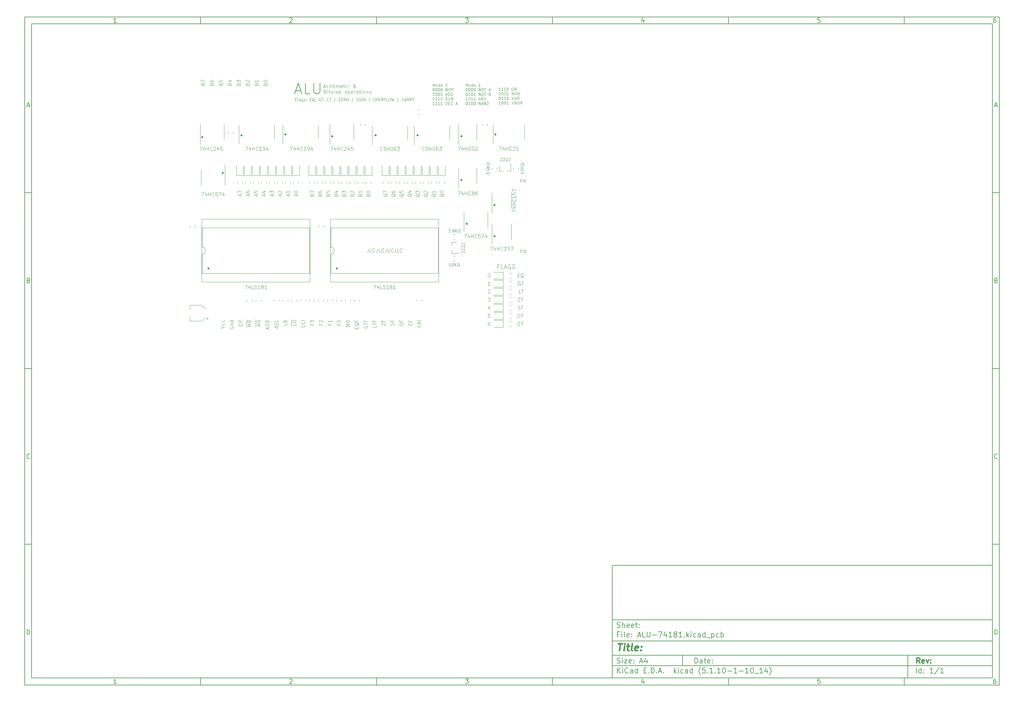
<source format=gbr>
%TF.GenerationSoftware,KiCad,Pcbnew,(5.1.10-1-10_14)*%
%TF.CreationDate,2021-11-14T11:47:48-05:00*%
%TF.ProjectId,ALU-74181,414c552d-3734-4313-9831-2e6b69636164,rev?*%
%TF.SameCoordinates,Original*%
%TF.FileFunction,Legend,Top*%
%TF.FilePolarity,Positive*%
%FSLAX46Y46*%
G04 Gerber Fmt 4.6, Leading zero omitted, Abs format (unit mm)*
G04 Created by KiCad (PCBNEW (5.1.10-1-10_14)) date 2021-11-14 11:47:48*
%MOMM*%
%LPD*%
G01*
G04 APERTURE LIST*
%ADD10C,0.100000*%
%ADD11C,0.150000*%
%ADD12C,0.300000*%
%ADD13C,0.400000*%
%ADD14C,0.120000*%
G04 APERTURE END LIST*
D10*
D11*
X177002200Y-166007200D02*
X177002200Y-198007200D01*
X285002200Y-198007200D01*
X285002200Y-166007200D01*
X177002200Y-166007200D01*
D10*
D11*
X10000000Y-10000000D02*
X10000000Y-200007200D01*
X287002200Y-200007200D01*
X287002200Y-10000000D01*
X10000000Y-10000000D01*
D10*
D11*
X12000000Y-12000000D02*
X12000000Y-198007200D01*
X285002200Y-198007200D01*
X285002200Y-12000000D01*
X12000000Y-12000000D01*
D10*
D11*
X60000000Y-12000000D02*
X60000000Y-10000000D01*
D10*
D11*
X110000000Y-12000000D02*
X110000000Y-10000000D01*
D10*
D11*
X160000000Y-12000000D02*
X160000000Y-10000000D01*
D10*
D11*
X210000000Y-12000000D02*
X210000000Y-10000000D01*
D10*
D11*
X260000000Y-12000000D02*
X260000000Y-10000000D01*
D10*
D11*
X36065476Y-11588095D02*
X35322619Y-11588095D01*
X35694047Y-11588095D02*
X35694047Y-10288095D01*
X35570238Y-10473809D01*
X35446428Y-10597619D01*
X35322619Y-10659523D01*
D10*
D11*
X85322619Y-10411904D02*
X85384523Y-10350000D01*
X85508333Y-10288095D01*
X85817857Y-10288095D01*
X85941666Y-10350000D01*
X86003571Y-10411904D01*
X86065476Y-10535714D01*
X86065476Y-10659523D01*
X86003571Y-10845238D01*
X85260714Y-11588095D01*
X86065476Y-11588095D01*
D10*
D11*
X135260714Y-10288095D02*
X136065476Y-10288095D01*
X135632142Y-10783333D01*
X135817857Y-10783333D01*
X135941666Y-10845238D01*
X136003571Y-10907142D01*
X136065476Y-11030952D01*
X136065476Y-11340476D01*
X136003571Y-11464285D01*
X135941666Y-11526190D01*
X135817857Y-11588095D01*
X135446428Y-11588095D01*
X135322619Y-11526190D01*
X135260714Y-11464285D01*
D10*
D11*
X185941666Y-10721428D02*
X185941666Y-11588095D01*
X185632142Y-10226190D02*
X185322619Y-11154761D01*
X186127380Y-11154761D01*
D10*
D11*
X236003571Y-10288095D02*
X235384523Y-10288095D01*
X235322619Y-10907142D01*
X235384523Y-10845238D01*
X235508333Y-10783333D01*
X235817857Y-10783333D01*
X235941666Y-10845238D01*
X236003571Y-10907142D01*
X236065476Y-11030952D01*
X236065476Y-11340476D01*
X236003571Y-11464285D01*
X235941666Y-11526190D01*
X235817857Y-11588095D01*
X235508333Y-11588095D01*
X235384523Y-11526190D01*
X235322619Y-11464285D01*
D10*
D11*
X285941666Y-10288095D02*
X285694047Y-10288095D01*
X285570238Y-10350000D01*
X285508333Y-10411904D01*
X285384523Y-10597619D01*
X285322619Y-10845238D01*
X285322619Y-11340476D01*
X285384523Y-11464285D01*
X285446428Y-11526190D01*
X285570238Y-11588095D01*
X285817857Y-11588095D01*
X285941666Y-11526190D01*
X286003571Y-11464285D01*
X286065476Y-11340476D01*
X286065476Y-11030952D01*
X286003571Y-10907142D01*
X285941666Y-10845238D01*
X285817857Y-10783333D01*
X285570238Y-10783333D01*
X285446428Y-10845238D01*
X285384523Y-10907142D01*
X285322619Y-11030952D01*
D10*
D11*
X60000000Y-198007200D02*
X60000000Y-200007200D01*
D10*
D11*
X110000000Y-198007200D02*
X110000000Y-200007200D01*
D10*
D11*
X160000000Y-198007200D02*
X160000000Y-200007200D01*
D10*
D11*
X210000000Y-198007200D02*
X210000000Y-200007200D01*
D10*
D11*
X260000000Y-198007200D02*
X260000000Y-200007200D01*
D10*
D11*
X36065476Y-199595295D02*
X35322619Y-199595295D01*
X35694047Y-199595295D02*
X35694047Y-198295295D01*
X35570238Y-198481009D01*
X35446428Y-198604819D01*
X35322619Y-198666723D01*
D10*
D11*
X85322619Y-198419104D02*
X85384523Y-198357200D01*
X85508333Y-198295295D01*
X85817857Y-198295295D01*
X85941666Y-198357200D01*
X86003571Y-198419104D01*
X86065476Y-198542914D01*
X86065476Y-198666723D01*
X86003571Y-198852438D01*
X85260714Y-199595295D01*
X86065476Y-199595295D01*
D10*
D11*
X135260714Y-198295295D02*
X136065476Y-198295295D01*
X135632142Y-198790533D01*
X135817857Y-198790533D01*
X135941666Y-198852438D01*
X136003571Y-198914342D01*
X136065476Y-199038152D01*
X136065476Y-199347676D01*
X136003571Y-199471485D01*
X135941666Y-199533390D01*
X135817857Y-199595295D01*
X135446428Y-199595295D01*
X135322619Y-199533390D01*
X135260714Y-199471485D01*
D10*
D11*
X185941666Y-198728628D02*
X185941666Y-199595295D01*
X185632142Y-198233390D02*
X185322619Y-199161961D01*
X186127380Y-199161961D01*
D10*
D11*
X236003571Y-198295295D02*
X235384523Y-198295295D01*
X235322619Y-198914342D01*
X235384523Y-198852438D01*
X235508333Y-198790533D01*
X235817857Y-198790533D01*
X235941666Y-198852438D01*
X236003571Y-198914342D01*
X236065476Y-199038152D01*
X236065476Y-199347676D01*
X236003571Y-199471485D01*
X235941666Y-199533390D01*
X235817857Y-199595295D01*
X235508333Y-199595295D01*
X235384523Y-199533390D01*
X235322619Y-199471485D01*
D10*
D11*
X285941666Y-198295295D02*
X285694047Y-198295295D01*
X285570238Y-198357200D01*
X285508333Y-198419104D01*
X285384523Y-198604819D01*
X285322619Y-198852438D01*
X285322619Y-199347676D01*
X285384523Y-199471485D01*
X285446428Y-199533390D01*
X285570238Y-199595295D01*
X285817857Y-199595295D01*
X285941666Y-199533390D01*
X286003571Y-199471485D01*
X286065476Y-199347676D01*
X286065476Y-199038152D01*
X286003571Y-198914342D01*
X285941666Y-198852438D01*
X285817857Y-198790533D01*
X285570238Y-198790533D01*
X285446428Y-198852438D01*
X285384523Y-198914342D01*
X285322619Y-199038152D01*
D10*
D11*
X10000000Y-60000000D02*
X12000000Y-60000000D01*
D10*
D11*
X10000000Y-110000000D02*
X12000000Y-110000000D01*
D10*
D11*
X10000000Y-160000000D02*
X12000000Y-160000000D01*
D10*
D11*
X10690476Y-35216666D02*
X11309523Y-35216666D01*
X10566666Y-35588095D02*
X11000000Y-34288095D01*
X11433333Y-35588095D01*
D10*
D11*
X11092857Y-84907142D02*
X11278571Y-84969047D01*
X11340476Y-85030952D01*
X11402380Y-85154761D01*
X11402380Y-85340476D01*
X11340476Y-85464285D01*
X11278571Y-85526190D01*
X11154761Y-85588095D01*
X10659523Y-85588095D01*
X10659523Y-84288095D01*
X11092857Y-84288095D01*
X11216666Y-84350000D01*
X11278571Y-84411904D01*
X11340476Y-84535714D01*
X11340476Y-84659523D01*
X11278571Y-84783333D01*
X11216666Y-84845238D01*
X11092857Y-84907142D01*
X10659523Y-84907142D01*
D10*
D11*
X11402380Y-135464285D02*
X11340476Y-135526190D01*
X11154761Y-135588095D01*
X11030952Y-135588095D01*
X10845238Y-135526190D01*
X10721428Y-135402380D01*
X10659523Y-135278571D01*
X10597619Y-135030952D01*
X10597619Y-134845238D01*
X10659523Y-134597619D01*
X10721428Y-134473809D01*
X10845238Y-134350000D01*
X11030952Y-134288095D01*
X11154761Y-134288095D01*
X11340476Y-134350000D01*
X11402380Y-134411904D01*
D10*
D11*
X10659523Y-185588095D02*
X10659523Y-184288095D01*
X10969047Y-184288095D01*
X11154761Y-184350000D01*
X11278571Y-184473809D01*
X11340476Y-184597619D01*
X11402380Y-184845238D01*
X11402380Y-185030952D01*
X11340476Y-185278571D01*
X11278571Y-185402380D01*
X11154761Y-185526190D01*
X10969047Y-185588095D01*
X10659523Y-185588095D01*
D10*
D11*
X287002200Y-60000000D02*
X285002200Y-60000000D01*
D10*
D11*
X287002200Y-110000000D02*
X285002200Y-110000000D01*
D10*
D11*
X287002200Y-160000000D02*
X285002200Y-160000000D01*
D10*
D11*
X285692676Y-35216666D02*
X286311723Y-35216666D01*
X285568866Y-35588095D02*
X286002200Y-34288095D01*
X286435533Y-35588095D01*
D10*
D11*
X286095057Y-84907142D02*
X286280771Y-84969047D01*
X286342676Y-85030952D01*
X286404580Y-85154761D01*
X286404580Y-85340476D01*
X286342676Y-85464285D01*
X286280771Y-85526190D01*
X286156961Y-85588095D01*
X285661723Y-85588095D01*
X285661723Y-84288095D01*
X286095057Y-84288095D01*
X286218866Y-84350000D01*
X286280771Y-84411904D01*
X286342676Y-84535714D01*
X286342676Y-84659523D01*
X286280771Y-84783333D01*
X286218866Y-84845238D01*
X286095057Y-84907142D01*
X285661723Y-84907142D01*
D10*
D11*
X286404580Y-135464285D02*
X286342676Y-135526190D01*
X286156961Y-135588095D01*
X286033152Y-135588095D01*
X285847438Y-135526190D01*
X285723628Y-135402380D01*
X285661723Y-135278571D01*
X285599819Y-135030952D01*
X285599819Y-134845238D01*
X285661723Y-134597619D01*
X285723628Y-134473809D01*
X285847438Y-134350000D01*
X286033152Y-134288095D01*
X286156961Y-134288095D01*
X286342676Y-134350000D01*
X286404580Y-134411904D01*
D10*
D11*
X285661723Y-185588095D02*
X285661723Y-184288095D01*
X285971247Y-184288095D01*
X286156961Y-184350000D01*
X286280771Y-184473809D01*
X286342676Y-184597619D01*
X286404580Y-184845238D01*
X286404580Y-185030952D01*
X286342676Y-185278571D01*
X286280771Y-185402380D01*
X286156961Y-185526190D01*
X285971247Y-185588095D01*
X285661723Y-185588095D01*
D10*
D11*
X200434342Y-193785771D02*
X200434342Y-192285771D01*
X200791485Y-192285771D01*
X201005771Y-192357200D01*
X201148628Y-192500057D01*
X201220057Y-192642914D01*
X201291485Y-192928628D01*
X201291485Y-193142914D01*
X201220057Y-193428628D01*
X201148628Y-193571485D01*
X201005771Y-193714342D01*
X200791485Y-193785771D01*
X200434342Y-193785771D01*
X202577200Y-193785771D02*
X202577200Y-193000057D01*
X202505771Y-192857200D01*
X202362914Y-192785771D01*
X202077200Y-192785771D01*
X201934342Y-192857200D01*
X202577200Y-193714342D02*
X202434342Y-193785771D01*
X202077200Y-193785771D01*
X201934342Y-193714342D01*
X201862914Y-193571485D01*
X201862914Y-193428628D01*
X201934342Y-193285771D01*
X202077200Y-193214342D01*
X202434342Y-193214342D01*
X202577200Y-193142914D01*
X203077200Y-192785771D02*
X203648628Y-192785771D01*
X203291485Y-192285771D02*
X203291485Y-193571485D01*
X203362914Y-193714342D01*
X203505771Y-193785771D01*
X203648628Y-193785771D01*
X204720057Y-193714342D02*
X204577200Y-193785771D01*
X204291485Y-193785771D01*
X204148628Y-193714342D01*
X204077200Y-193571485D01*
X204077200Y-193000057D01*
X204148628Y-192857200D01*
X204291485Y-192785771D01*
X204577200Y-192785771D01*
X204720057Y-192857200D01*
X204791485Y-193000057D01*
X204791485Y-193142914D01*
X204077200Y-193285771D01*
X205434342Y-193642914D02*
X205505771Y-193714342D01*
X205434342Y-193785771D01*
X205362914Y-193714342D01*
X205434342Y-193642914D01*
X205434342Y-193785771D01*
X205434342Y-192857200D02*
X205505771Y-192928628D01*
X205434342Y-193000057D01*
X205362914Y-192928628D01*
X205434342Y-192857200D01*
X205434342Y-193000057D01*
D10*
D11*
X177002200Y-194507200D02*
X285002200Y-194507200D01*
D10*
D11*
X178434342Y-196585771D02*
X178434342Y-195085771D01*
X179291485Y-196585771D02*
X178648628Y-195728628D01*
X179291485Y-195085771D02*
X178434342Y-195942914D01*
X179934342Y-196585771D02*
X179934342Y-195585771D01*
X179934342Y-195085771D02*
X179862914Y-195157200D01*
X179934342Y-195228628D01*
X180005771Y-195157200D01*
X179934342Y-195085771D01*
X179934342Y-195228628D01*
X181505771Y-196442914D02*
X181434342Y-196514342D01*
X181220057Y-196585771D01*
X181077200Y-196585771D01*
X180862914Y-196514342D01*
X180720057Y-196371485D01*
X180648628Y-196228628D01*
X180577200Y-195942914D01*
X180577200Y-195728628D01*
X180648628Y-195442914D01*
X180720057Y-195300057D01*
X180862914Y-195157200D01*
X181077200Y-195085771D01*
X181220057Y-195085771D01*
X181434342Y-195157200D01*
X181505771Y-195228628D01*
X182791485Y-196585771D02*
X182791485Y-195800057D01*
X182720057Y-195657200D01*
X182577200Y-195585771D01*
X182291485Y-195585771D01*
X182148628Y-195657200D01*
X182791485Y-196514342D02*
X182648628Y-196585771D01*
X182291485Y-196585771D01*
X182148628Y-196514342D01*
X182077200Y-196371485D01*
X182077200Y-196228628D01*
X182148628Y-196085771D01*
X182291485Y-196014342D01*
X182648628Y-196014342D01*
X182791485Y-195942914D01*
X184148628Y-196585771D02*
X184148628Y-195085771D01*
X184148628Y-196514342D02*
X184005771Y-196585771D01*
X183720057Y-196585771D01*
X183577200Y-196514342D01*
X183505771Y-196442914D01*
X183434342Y-196300057D01*
X183434342Y-195871485D01*
X183505771Y-195728628D01*
X183577200Y-195657200D01*
X183720057Y-195585771D01*
X184005771Y-195585771D01*
X184148628Y-195657200D01*
X186005771Y-195800057D02*
X186505771Y-195800057D01*
X186720057Y-196585771D02*
X186005771Y-196585771D01*
X186005771Y-195085771D01*
X186720057Y-195085771D01*
X187362914Y-196442914D02*
X187434342Y-196514342D01*
X187362914Y-196585771D01*
X187291485Y-196514342D01*
X187362914Y-196442914D01*
X187362914Y-196585771D01*
X188077200Y-196585771D02*
X188077200Y-195085771D01*
X188434342Y-195085771D01*
X188648628Y-195157200D01*
X188791485Y-195300057D01*
X188862914Y-195442914D01*
X188934342Y-195728628D01*
X188934342Y-195942914D01*
X188862914Y-196228628D01*
X188791485Y-196371485D01*
X188648628Y-196514342D01*
X188434342Y-196585771D01*
X188077200Y-196585771D01*
X189577200Y-196442914D02*
X189648628Y-196514342D01*
X189577200Y-196585771D01*
X189505771Y-196514342D01*
X189577200Y-196442914D01*
X189577200Y-196585771D01*
X190220057Y-196157200D02*
X190934342Y-196157200D01*
X190077200Y-196585771D02*
X190577200Y-195085771D01*
X191077200Y-196585771D01*
X191577200Y-196442914D02*
X191648628Y-196514342D01*
X191577200Y-196585771D01*
X191505771Y-196514342D01*
X191577200Y-196442914D01*
X191577200Y-196585771D01*
X194577200Y-196585771D02*
X194577200Y-195085771D01*
X194720057Y-196014342D02*
X195148628Y-196585771D01*
X195148628Y-195585771D02*
X194577200Y-196157200D01*
X195791485Y-196585771D02*
X195791485Y-195585771D01*
X195791485Y-195085771D02*
X195720057Y-195157200D01*
X195791485Y-195228628D01*
X195862914Y-195157200D01*
X195791485Y-195085771D01*
X195791485Y-195228628D01*
X197148628Y-196514342D02*
X197005771Y-196585771D01*
X196720057Y-196585771D01*
X196577200Y-196514342D01*
X196505771Y-196442914D01*
X196434342Y-196300057D01*
X196434342Y-195871485D01*
X196505771Y-195728628D01*
X196577200Y-195657200D01*
X196720057Y-195585771D01*
X197005771Y-195585771D01*
X197148628Y-195657200D01*
X198434342Y-196585771D02*
X198434342Y-195800057D01*
X198362914Y-195657200D01*
X198220057Y-195585771D01*
X197934342Y-195585771D01*
X197791485Y-195657200D01*
X198434342Y-196514342D02*
X198291485Y-196585771D01*
X197934342Y-196585771D01*
X197791485Y-196514342D01*
X197720057Y-196371485D01*
X197720057Y-196228628D01*
X197791485Y-196085771D01*
X197934342Y-196014342D01*
X198291485Y-196014342D01*
X198434342Y-195942914D01*
X199791485Y-196585771D02*
X199791485Y-195085771D01*
X199791485Y-196514342D02*
X199648628Y-196585771D01*
X199362914Y-196585771D01*
X199220057Y-196514342D01*
X199148628Y-196442914D01*
X199077200Y-196300057D01*
X199077200Y-195871485D01*
X199148628Y-195728628D01*
X199220057Y-195657200D01*
X199362914Y-195585771D01*
X199648628Y-195585771D01*
X199791485Y-195657200D01*
X202077200Y-197157200D02*
X202005771Y-197085771D01*
X201862914Y-196871485D01*
X201791485Y-196728628D01*
X201720057Y-196514342D01*
X201648628Y-196157200D01*
X201648628Y-195871485D01*
X201720057Y-195514342D01*
X201791485Y-195300057D01*
X201862914Y-195157200D01*
X202005771Y-194942914D01*
X202077200Y-194871485D01*
X203362914Y-195085771D02*
X202648628Y-195085771D01*
X202577200Y-195800057D01*
X202648628Y-195728628D01*
X202791485Y-195657200D01*
X203148628Y-195657200D01*
X203291485Y-195728628D01*
X203362914Y-195800057D01*
X203434342Y-195942914D01*
X203434342Y-196300057D01*
X203362914Y-196442914D01*
X203291485Y-196514342D01*
X203148628Y-196585771D01*
X202791485Y-196585771D01*
X202648628Y-196514342D01*
X202577200Y-196442914D01*
X204077200Y-196442914D02*
X204148628Y-196514342D01*
X204077200Y-196585771D01*
X204005771Y-196514342D01*
X204077200Y-196442914D01*
X204077200Y-196585771D01*
X205577200Y-196585771D02*
X204720057Y-196585771D01*
X205148628Y-196585771D02*
X205148628Y-195085771D01*
X205005771Y-195300057D01*
X204862914Y-195442914D01*
X204720057Y-195514342D01*
X206220057Y-196442914D02*
X206291485Y-196514342D01*
X206220057Y-196585771D01*
X206148628Y-196514342D01*
X206220057Y-196442914D01*
X206220057Y-196585771D01*
X207720057Y-196585771D02*
X206862914Y-196585771D01*
X207291485Y-196585771D02*
X207291485Y-195085771D01*
X207148628Y-195300057D01*
X207005771Y-195442914D01*
X206862914Y-195514342D01*
X208648628Y-195085771D02*
X208791485Y-195085771D01*
X208934342Y-195157200D01*
X209005771Y-195228628D01*
X209077200Y-195371485D01*
X209148628Y-195657200D01*
X209148628Y-196014342D01*
X209077200Y-196300057D01*
X209005771Y-196442914D01*
X208934342Y-196514342D01*
X208791485Y-196585771D01*
X208648628Y-196585771D01*
X208505771Y-196514342D01*
X208434342Y-196442914D01*
X208362914Y-196300057D01*
X208291485Y-196014342D01*
X208291485Y-195657200D01*
X208362914Y-195371485D01*
X208434342Y-195228628D01*
X208505771Y-195157200D01*
X208648628Y-195085771D01*
X209791485Y-196014342D02*
X210934342Y-196014342D01*
X212434342Y-196585771D02*
X211577200Y-196585771D01*
X212005771Y-196585771D02*
X212005771Y-195085771D01*
X211862914Y-195300057D01*
X211720057Y-195442914D01*
X211577200Y-195514342D01*
X213077200Y-196014342D02*
X214220057Y-196014342D01*
X215720057Y-196585771D02*
X214862914Y-196585771D01*
X215291485Y-196585771D02*
X215291485Y-195085771D01*
X215148628Y-195300057D01*
X215005771Y-195442914D01*
X214862914Y-195514342D01*
X216648628Y-195085771D02*
X216791485Y-195085771D01*
X216934342Y-195157200D01*
X217005771Y-195228628D01*
X217077200Y-195371485D01*
X217148628Y-195657200D01*
X217148628Y-196014342D01*
X217077200Y-196300057D01*
X217005771Y-196442914D01*
X216934342Y-196514342D01*
X216791485Y-196585771D01*
X216648628Y-196585771D01*
X216505771Y-196514342D01*
X216434342Y-196442914D01*
X216362914Y-196300057D01*
X216291485Y-196014342D01*
X216291485Y-195657200D01*
X216362914Y-195371485D01*
X216434342Y-195228628D01*
X216505771Y-195157200D01*
X216648628Y-195085771D01*
X217434342Y-196728628D02*
X218577200Y-196728628D01*
X219720057Y-196585771D02*
X218862914Y-196585771D01*
X219291485Y-196585771D02*
X219291485Y-195085771D01*
X219148628Y-195300057D01*
X219005771Y-195442914D01*
X218862914Y-195514342D01*
X221005771Y-195585771D02*
X221005771Y-196585771D01*
X220648628Y-195014342D02*
X220291485Y-196085771D01*
X221220057Y-196085771D01*
X221648628Y-197157200D02*
X221720057Y-197085771D01*
X221862914Y-196871485D01*
X221934342Y-196728628D01*
X222005771Y-196514342D01*
X222077200Y-196157200D01*
X222077200Y-195871485D01*
X222005771Y-195514342D01*
X221934342Y-195300057D01*
X221862914Y-195157200D01*
X221720057Y-194942914D01*
X221648628Y-194871485D01*
D10*
D11*
X177002200Y-191507200D02*
X285002200Y-191507200D01*
D10*
D12*
X264411485Y-193785771D02*
X263911485Y-193071485D01*
X263554342Y-193785771D02*
X263554342Y-192285771D01*
X264125771Y-192285771D01*
X264268628Y-192357200D01*
X264340057Y-192428628D01*
X264411485Y-192571485D01*
X264411485Y-192785771D01*
X264340057Y-192928628D01*
X264268628Y-193000057D01*
X264125771Y-193071485D01*
X263554342Y-193071485D01*
X265625771Y-193714342D02*
X265482914Y-193785771D01*
X265197200Y-193785771D01*
X265054342Y-193714342D01*
X264982914Y-193571485D01*
X264982914Y-193000057D01*
X265054342Y-192857200D01*
X265197200Y-192785771D01*
X265482914Y-192785771D01*
X265625771Y-192857200D01*
X265697200Y-193000057D01*
X265697200Y-193142914D01*
X264982914Y-193285771D01*
X266197200Y-192785771D02*
X266554342Y-193785771D01*
X266911485Y-192785771D01*
X267482914Y-193642914D02*
X267554342Y-193714342D01*
X267482914Y-193785771D01*
X267411485Y-193714342D01*
X267482914Y-193642914D01*
X267482914Y-193785771D01*
X267482914Y-192857200D02*
X267554342Y-192928628D01*
X267482914Y-193000057D01*
X267411485Y-192928628D01*
X267482914Y-192857200D01*
X267482914Y-193000057D01*
D10*
D11*
X178362914Y-193714342D02*
X178577200Y-193785771D01*
X178934342Y-193785771D01*
X179077200Y-193714342D01*
X179148628Y-193642914D01*
X179220057Y-193500057D01*
X179220057Y-193357200D01*
X179148628Y-193214342D01*
X179077200Y-193142914D01*
X178934342Y-193071485D01*
X178648628Y-193000057D01*
X178505771Y-192928628D01*
X178434342Y-192857200D01*
X178362914Y-192714342D01*
X178362914Y-192571485D01*
X178434342Y-192428628D01*
X178505771Y-192357200D01*
X178648628Y-192285771D01*
X179005771Y-192285771D01*
X179220057Y-192357200D01*
X179862914Y-193785771D02*
X179862914Y-192785771D01*
X179862914Y-192285771D02*
X179791485Y-192357200D01*
X179862914Y-192428628D01*
X179934342Y-192357200D01*
X179862914Y-192285771D01*
X179862914Y-192428628D01*
X180434342Y-192785771D02*
X181220057Y-192785771D01*
X180434342Y-193785771D01*
X181220057Y-193785771D01*
X182362914Y-193714342D02*
X182220057Y-193785771D01*
X181934342Y-193785771D01*
X181791485Y-193714342D01*
X181720057Y-193571485D01*
X181720057Y-193000057D01*
X181791485Y-192857200D01*
X181934342Y-192785771D01*
X182220057Y-192785771D01*
X182362914Y-192857200D01*
X182434342Y-193000057D01*
X182434342Y-193142914D01*
X181720057Y-193285771D01*
X183077200Y-193642914D02*
X183148628Y-193714342D01*
X183077200Y-193785771D01*
X183005771Y-193714342D01*
X183077200Y-193642914D01*
X183077200Y-193785771D01*
X183077200Y-192857200D02*
X183148628Y-192928628D01*
X183077200Y-193000057D01*
X183005771Y-192928628D01*
X183077200Y-192857200D01*
X183077200Y-193000057D01*
X184862914Y-193357200D02*
X185577200Y-193357200D01*
X184720057Y-193785771D02*
X185220057Y-192285771D01*
X185720057Y-193785771D01*
X186862914Y-192785771D02*
X186862914Y-193785771D01*
X186505771Y-192214342D02*
X186148628Y-193285771D01*
X187077200Y-193285771D01*
D10*
D11*
X263434342Y-196585771D02*
X263434342Y-195085771D01*
X264791485Y-196585771D02*
X264791485Y-195085771D01*
X264791485Y-196514342D02*
X264648628Y-196585771D01*
X264362914Y-196585771D01*
X264220057Y-196514342D01*
X264148628Y-196442914D01*
X264077200Y-196300057D01*
X264077200Y-195871485D01*
X264148628Y-195728628D01*
X264220057Y-195657200D01*
X264362914Y-195585771D01*
X264648628Y-195585771D01*
X264791485Y-195657200D01*
X265505771Y-196442914D02*
X265577200Y-196514342D01*
X265505771Y-196585771D01*
X265434342Y-196514342D01*
X265505771Y-196442914D01*
X265505771Y-196585771D01*
X265505771Y-195657200D02*
X265577200Y-195728628D01*
X265505771Y-195800057D01*
X265434342Y-195728628D01*
X265505771Y-195657200D01*
X265505771Y-195800057D01*
X268148628Y-196585771D02*
X267291485Y-196585771D01*
X267720057Y-196585771D02*
X267720057Y-195085771D01*
X267577200Y-195300057D01*
X267434342Y-195442914D01*
X267291485Y-195514342D01*
X269862914Y-195014342D02*
X268577200Y-196942914D01*
X271148628Y-196585771D02*
X270291485Y-196585771D01*
X270720057Y-196585771D02*
X270720057Y-195085771D01*
X270577200Y-195300057D01*
X270434342Y-195442914D01*
X270291485Y-195514342D01*
D10*
D11*
X177002200Y-187507200D02*
X285002200Y-187507200D01*
D10*
D13*
X178714580Y-188211961D02*
X179857438Y-188211961D01*
X179036009Y-190211961D02*
X179286009Y-188211961D01*
X180274104Y-190211961D02*
X180440771Y-188878628D01*
X180524104Y-188211961D02*
X180416961Y-188307200D01*
X180500295Y-188402438D01*
X180607438Y-188307200D01*
X180524104Y-188211961D01*
X180500295Y-188402438D01*
X181107438Y-188878628D02*
X181869342Y-188878628D01*
X181476485Y-188211961D02*
X181262200Y-189926247D01*
X181333628Y-190116723D01*
X181512200Y-190211961D01*
X181702676Y-190211961D01*
X182655057Y-190211961D02*
X182476485Y-190116723D01*
X182405057Y-189926247D01*
X182619342Y-188211961D01*
X184190771Y-190116723D02*
X183988390Y-190211961D01*
X183607438Y-190211961D01*
X183428866Y-190116723D01*
X183357438Y-189926247D01*
X183452676Y-189164342D01*
X183571723Y-188973866D01*
X183774104Y-188878628D01*
X184155057Y-188878628D01*
X184333628Y-188973866D01*
X184405057Y-189164342D01*
X184381247Y-189354819D01*
X183405057Y-189545295D01*
X185155057Y-190021485D02*
X185238390Y-190116723D01*
X185131247Y-190211961D01*
X185047914Y-190116723D01*
X185155057Y-190021485D01*
X185131247Y-190211961D01*
X185286009Y-188973866D02*
X185369342Y-189069104D01*
X185262200Y-189164342D01*
X185178866Y-189069104D01*
X185286009Y-188973866D01*
X185262200Y-189164342D01*
D10*
D11*
X178934342Y-185600057D02*
X178434342Y-185600057D01*
X178434342Y-186385771D02*
X178434342Y-184885771D01*
X179148628Y-184885771D01*
X179720057Y-186385771D02*
X179720057Y-185385771D01*
X179720057Y-184885771D02*
X179648628Y-184957200D01*
X179720057Y-185028628D01*
X179791485Y-184957200D01*
X179720057Y-184885771D01*
X179720057Y-185028628D01*
X180648628Y-186385771D02*
X180505771Y-186314342D01*
X180434342Y-186171485D01*
X180434342Y-184885771D01*
X181791485Y-186314342D02*
X181648628Y-186385771D01*
X181362914Y-186385771D01*
X181220057Y-186314342D01*
X181148628Y-186171485D01*
X181148628Y-185600057D01*
X181220057Y-185457200D01*
X181362914Y-185385771D01*
X181648628Y-185385771D01*
X181791485Y-185457200D01*
X181862914Y-185600057D01*
X181862914Y-185742914D01*
X181148628Y-185885771D01*
X182505771Y-186242914D02*
X182577200Y-186314342D01*
X182505771Y-186385771D01*
X182434342Y-186314342D01*
X182505771Y-186242914D01*
X182505771Y-186385771D01*
X182505771Y-185457200D02*
X182577200Y-185528628D01*
X182505771Y-185600057D01*
X182434342Y-185528628D01*
X182505771Y-185457200D01*
X182505771Y-185600057D01*
X184291485Y-185957200D02*
X185005771Y-185957200D01*
X184148628Y-186385771D02*
X184648628Y-184885771D01*
X185148628Y-186385771D01*
X186362914Y-186385771D02*
X185648628Y-186385771D01*
X185648628Y-184885771D01*
X186862914Y-184885771D02*
X186862914Y-186100057D01*
X186934342Y-186242914D01*
X187005771Y-186314342D01*
X187148628Y-186385771D01*
X187434342Y-186385771D01*
X187577200Y-186314342D01*
X187648628Y-186242914D01*
X187720057Y-186100057D01*
X187720057Y-184885771D01*
X188434342Y-185814342D02*
X189577200Y-185814342D01*
X190148628Y-184885771D02*
X191148628Y-184885771D01*
X190505771Y-186385771D01*
X192362914Y-185385771D02*
X192362914Y-186385771D01*
X192005771Y-184814342D02*
X191648628Y-185885771D01*
X192577200Y-185885771D01*
X193934342Y-186385771D02*
X193077200Y-186385771D01*
X193505771Y-186385771D02*
X193505771Y-184885771D01*
X193362914Y-185100057D01*
X193220057Y-185242914D01*
X193077200Y-185314342D01*
X194791485Y-185528628D02*
X194648628Y-185457200D01*
X194577200Y-185385771D01*
X194505771Y-185242914D01*
X194505771Y-185171485D01*
X194577200Y-185028628D01*
X194648628Y-184957200D01*
X194791485Y-184885771D01*
X195077200Y-184885771D01*
X195220057Y-184957200D01*
X195291485Y-185028628D01*
X195362914Y-185171485D01*
X195362914Y-185242914D01*
X195291485Y-185385771D01*
X195220057Y-185457200D01*
X195077200Y-185528628D01*
X194791485Y-185528628D01*
X194648628Y-185600057D01*
X194577200Y-185671485D01*
X194505771Y-185814342D01*
X194505771Y-186100057D01*
X194577200Y-186242914D01*
X194648628Y-186314342D01*
X194791485Y-186385771D01*
X195077200Y-186385771D01*
X195220057Y-186314342D01*
X195291485Y-186242914D01*
X195362914Y-186100057D01*
X195362914Y-185814342D01*
X195291485Y-185671485D01*
X195220057Y-185600057D01*
X195077200Y-185528628D01*
X196791485Y-186385771D02*
X195934342Y-186385771D01*
X196362914Y-186385771D02*
X196362914Y-184885771D01*
X196220057Y-185100057D01*
X196077200Y-185242914D01*
X195934342Y-185314342D01*
X197434342Y-186242914D02*
X197505771Y-186314342D01*
X197434342Y-186385771D01*
X197362914Y-186314342D01*
X197434342Y-186242914D01*
X197434342Y-186385771D01*
X198148628Y-186385771D02*
X198148628Y-184885771D01*
X198291485Y-185814342D02*
X198720057Y-186385771D01*
X198720057Y-185385771D02*
X198148628Y-185957200D01*
X199362914Y-186385771D02*
X199362914Y-185385771D01*
X199362914Y-184885771D02*
X199291485Y-184957200D01*
X199362914Y-185028628D01*
X199434342Y-184957200D01*
X199362914Y-184885771D01*
X199362914Y-185028628D01*
X200720057Y-186314342D02*
X200577200Y-186385771D01*
X200291485Y-186385771D01*
X200148628Y-186314342D01*
X200077200Y-186242914D01*
X200005771Y-186100057D01*
X200005771Y-185671485D01*
X200077200Y-185528628D01*
X200148628Y-185457200D01*
X200291485Y-185385771D01*
X200577200Y-185385771D01*
X200720057Y-185457200D01*
X202005771Y-186385771D02*
X202005771Y-185600057D01*
X201934342Y-185457200D01*
X201791485Y-185385771D01*
X201505771Y-185385771D01*
X201362914Y-185457200D01*
X202005771Y-186314342D02*
X201862914Y-186385771D01*
X201505771Y-186385771D01*
X201362914Y-186314342D01*
X201291485Y-186171485D01*
X201291485Y-186028628D01*
X201362914Y-185885771D01*
X201505771Y-185814342D01*
X201862914Y-185814342D01*
X202005771Y-185742914D01*
X203362914Y-186385771D02*
X203362914Y-184885771D01*
X203362914Y-186314342D02*
X203220057Y-186385771D01*
X202934342Y-186385771D01*
X202791485Y-186314342D01*
X202720057Y-186242914D01*
X202648628Y-186100057D01*
X202648628Y-185671485D01*
X202720057Y-185528628D01*
X202791485Y-185457200D01*
X202934342Y-185385771D01*
X203220057Y-185385771D01*
X203362914Y-185457200D01*
X203720057Y-186528628D02*
X204862914Y-186528628D01*
X205220057Y-185385771D02*
X205220057Y-186885771D01*
X205220057Y-185457200D02*
X205362914Y-185385771D01*
X205648628Y-185385771D01*
X205791485Y-185457200D01*
X205862914Y-185528628D01*
X205934342Y-185671485D01*
X205934342Y-186100057D01*
X205862914Y-186242914D01*
X205791485Y-186314342D01*
X205648628Y-186385771D01*
X205362914Y-186385771D01*
X205220057Y-186314342D01*
X207220057Y-186314342D02*
X207077200Y-186385771D01*
X206791485Y-186385771D01*
X206648628Y-186314342D01*
X206577200Y-186242914D01*
X206505771Y-186100057D01*
X206505771Y-185671485D01*
X206577200Y-185528628D01*
X206648628Y-185457200D01*
X206791485Y-185385771D01*
X207077200Y-185385771D01*
X207220057Y-185457200D01*
X207862914Y-186385771D02*
X207862914Y-184885771D01*
X207862914Y-185457200D02*
X208005771Y-185385771D01*
X208291485Y-185385771D01*
X208434342Y-185457200D01*
X208505771Y-185528628D01*
X208577200Y-185671485D01*
X208577200Y-186100057D01*
X208505771Y-186242914D01*
X208434342Y-186314342D01*
X208291485Y-186385771D01*
X208005771Y-186385771D01*
X207862914Y-186314342D01*
D10*
D11*
X177002200Y-181507200D02*
X285002200Y-181507200D01*
D10*
D11*
X178362914Y-183614342D02*
X178577200Y-183685771D01*
X178934342Y-183685771D01*
X179077200Y-183614342D01*
X179148628Y-183542914D01*
X179220057Y-183400057D01*
X179220057Y-183257200D01*
X179148628Y-183114342D01*
X179077200Y-183042914D01*
X178934342Y-182971485D01*
X178648628Y-182900057D01*
X178505771Y-182828628D01*
X178434342Y-182757200D01*
X178362914Y-182614342D01*
X178362914Y-182471485D01*
X178434342Y-182328628D01*
X178505771Y-182257200D01*
X178648628Y-182185771D01*
X179005771Y-182185771D01*
X179220057Y-182257200D01*
X179862914Y-183685771D02*
X179862914Y-182185771D01*
X180505771Y-183685771D02*
X180505771Y-182900057D01*
X180434342Y-182757200D01*
X180291485Y-182685771D01*
X180077200Y-182685771D01*
X179934342Y-182757200D01*
X179862914Y-182828628D01*
X181791485Y-183614342D02*
X181648628Y-183685771D01*
X181362914Y-183685771D01*
X181220057Y-183614342D01*
X181148628Y-183471485D01*
X181148628Y-182900057D01*
X181220057Y-182757200D01*
X181362914Y-182685771D01*
X181648628Y-182685771D01*
X181791485Y-182757200D01*
X181862914Y-182900057D01*
X181862914Y-183042914D01*
X181148628Y-183185771D01*
X183077200Y-183614342D02*
X182934342Y-183685771D01*
X182648628Y-183685771D01*
X182505771Y-183614342D01*
X182434342Y-183471485D01*
X182434342Y-182900057D01*
X182505771Y-182757200D01*
X182648628Y-182685771D01*
X182934342Y-182685771D01*
X183077200Y-182757200D01*
X183148628Y-182900057D01*
X183148628Y-183042914D01*
X182434342Y-183185771D01*
X183577200Y-182685771D02*
X184148628Y-182685771D01*
X183791485Y-182185771D02*
X183791485Y-183471485D01*
X183862914Y-183614342D01*
X184005771Y-183685771D01*
X184148628Y-183685771D01*
X184648628Y-183542914D02*
X184720057Y-183614342D01*
X184648628Y-183685771D01*
X184577200Y-183614342D01*
X184648628Y-183542914D01*
X184648628Y-183685771D01*
X184648628Y-182757200D02*
X184720057Y-182828628D01*
X184648628Y-182900057D01*
X184577200Y-182828628D01*
X184648628Y-182757200D01*
X184648628Y-182900057D01*
D10*
D11*
X197002200Y-191507200D02*
X197002200Y-194507200D01*
D10*
D11*
X261002200Y-191507200D02*
X261002200Y-198007200D01*
D10*
X122102571Y-97838904D02*
X122102571Y-98172238D01*
X122626380Y-98172238D02*
X121626380Y-98172238D01*
X121626380Y-97696047D01*
X122626380Y-96743666D02*
X122150190Y-97077000D01*
X122626380Y-97315095D02*
X121626380Y-97315095D01*
X121626380Y-96934142D01*
X121674000Y-96838904D01*
X121721619Y-96791285D01*
X121816857Y-96743666D01*
X121959714Y-96743666D01*
X122054952Y-96791285D01*
X122102571Y-96838904D01*
X122150190Y-96934142D01*
X122150190Y-97315095D01*
X122626380Y-96315095D02*
X121626380Y-96315095D01*
X142143285Y-96734380D02*
X141952809Y-96734380D01*
X141857571Y-96782000D01*
X141809952Y-96829619D01*
X141714714Y-96972476D01*
X141667095Y-97162952D01*
X141667095Y-97543904D01*
X141714714Y-97639142D01*
X141762333Y-97686761D01*
X141857571Y-97734380D01*
X142048047Y-97734380D01*
X142143285Y-97686761D01*
X142190904Y-97639142D01*
X142238523Y-97543904D01*
X142238523Y-97305809D01*
X142190904Y-97210571D01*
X142143285Y-97162952D01*
X142048047Y-97115333D01*
X141857571Y-97115333D01*
X141762333Y-97162952D01*
X141714714Y-97210571D01*
X141667095Y-97305809D01*
X142190904Y-94448380D02*
X141714714Y-94448380D01*
X141667095Y-94924571D01*
X141714714Y-94876952D01*
X141809952Y-94829333D01*
X142048047Y-94829333D01*
X142143285Y-94876952D01*
X142190904Y-94924571D01*
X142238523Y-95019809D01*
X142238523Y-95257904D01*
X142190904Y-95353142D01*
X142143285Y-95400761D01*
X142048047Y-95448380D01*
X141809952Y-95448380D01*
X141714714Y-95400761D01*
X141667095Y-95353142D01*
X142143285Y-92495714D02*
X142143285Y-93162380D01*
X141905190Y-92114761D02*
X141667095Y-92829047D01*
X142286142Y-92829047D01*
X141619476Y-89876380D02*
X142238523Y-89876380D01*
X141905190Y-90257333D01*
X142048047Y-90257333D01*
X142143285Y-90304952D01*
X142190904Y-90352571D01*
X142238523Y-90447809D01*
X142238523Y-90685904D01*
X142190904Y-90781142D01*
X142143285Y-90828761D01*
X142048047Y-90876380D01*
X141762333Y-90876380D01*
X141667095Y-90828761D01*
X141619476Y-90781142D01*
X141667095Y-87685619D02*
X141714714Y-87638000D01*
X141809952Y-87590380D01*
X142048047Y-87590380D01*
X142143285Y-87638000D01*
X142190904Y-87685619D01*
X142238523Y-87780857D01*
X142238523Y-87876095D01*
X142190904Y-88018952D01*
X141619476Y-88590380D01*
X142238523Y-88590380D01*
X142238523Y-86304380D02*
X141667095Y-86304380D01*
X141952809Y-86304380D02*
X141952809Y-85304380D01*
X141857571Y-85447238D01*
X141762333Y-85542476D01*
X141667095Y-85590095D01*
X141905190Y-83018380D02*
X142000428Y-83018380D01*
X142095666Y-83066000D01*
X142143285Y-83113619D01*
X142190904Y-83208857D01*
X142238523Y-83399333D01*
X142238523Y-83637428D01*
X142190904Y-83827904D01*
X142143285Y-83923142D01*
X142095666Y-83970761D01*
X142000428Y-84018380D01*
X141905190Y-84018380D01*
X141809952Y-83970761D01*
X141762333Y-83923142D01*
X141714714Y-83827904D01*
X141667095Y-83637428D01*
X141667095Y-83399333D01*
X141714714Y-83208857D01*
X141762333Y-83113619D01*
X141809952Y-83066000D01*
X141905190Y-83018380D01*
X151180857Y-76650857D02*
X150914190Y-76650857D01*
X150914190Y-77069904D02*
X150914190Y-76269904D01*
X151295142Y-76269904D01*
X151599904Y-77069904D02*
X151599904Y-76269904D01*
X152133238Y-76269904D02*
X152209428Y-76269904D01*
X152285619Y-76308000D01*
X152323714Y-76346095D01*
X152361809Y-76422285D01*
X152399904Y-76574666D01*
X152399904Y-76765142D01*
X152361809Y-76917523D01*
X152323714Y-76993714D01*
X152285619Y-77031809D01*
X152209428Y-77069904D01*
X152133238Y-77069904D01*
X152057047Y-77031809D01*
X152018952Y-76993714D01*
X151980857Y-76917523D01*
X151942761Y-76765142D01*
X151942761Y-76574666D01*
X151980857Y-76422285D01*
X152018952Y-76346095D01*
X152057047Y-76308000D01*
X152133238Y-76269904D01*
X151180857Y-56584857D02*
X150914190Y-56584857D01*
X150914190Y-57003904D02*
X150914190Y-56203904D01*
X151295142Y-56203904D01*
X151599904Y-57003904D02*
X151599904Y-56203904D01*
X152323714Y-56203904D02*
X152171333Y-56203904D01*
X152095142Y-56242000D01*
X152057047Y-56280095D01*
X151980857Y-56394380D01*
X151942761Y-56546761D01*
X151942761Y-56851523D01*
X151980857Y-56927714D01*
X152018952Y-56965809D01*
X152095142Y-57003904D01*
X152247523Y-57003904D01*
X152323714Y-56965809D01*
X152361809Y-56927714D01*
X152399904Y-56851523D01*
X152399904Y-56661047D01*
X152361809Y-56584857D01*
X152323714Y-56546761D01*
X152247523Y-56508666D01*
X152095142Y-56508666D01*
X152018952Y-56546761D01*
X151980857Y-56584857D01*
X151942761Y-56661047D01*
X145200523Y-30923904D02*
X144743380Y-30923904D01*
X144971952Y-30923904D02*
X144971952Y-30123904D01*
X144895761Y-30238190D01*
X144819571Y-30314380D01*
X144743380Y-30352476D01*
X145962428Y-30923904D02*
X145505285Y-30923904D01*
X145733857Y-30923904D02*
X145733857Y-30123904D01*
X145657666Y-30238190D01*
X145581476Y-30314380D01*
X145505285Y-30352476D01*
X146724333Y-30923904D02*
X146267190Y-30923904D01*
X146495761Y-30923904D02*
X146495761Y-30123904D01*
X146419571Y-30238190D01*
X146343380Y-30314380D01*
X146267190Y-30352476D01*
X147219571Y-30123904D02*
X147295761Y-30123904D01*
X147371952Y-30162000D01*
X147410047Y-30200095D01*
X147448142Y-30276285D01*
X147486238Y-30428666D01*
X147486238Y-30619142D01*
X147448142Y-30771523D01*
X147410047Y-30847714D01*
X147371952Y-30885809D01*
X147295761Y-30923904D01*
X147219571Y-30923904D01*
X147143380Y-30885809D01*
X147105285Y-30847714D01*
X147067190Y-30771523D01*
X147029095Y-30619142D01*
X147029095Y-30428666D01*
X147067190Y-30276285D01*
X147105285Y-30200095D01*
X147143380Y-30162000D01*
X147219571Y-30123904D01*
X148591000Y-30123904D02*
X148743380Y-30123904D01*
X148819571Y-30162000D01*
X148895761Y-30238190D01*
X148933857Y-30390571D01*
X148933857Y-30657238D01*
X148895761Y-30809619D01*
X148819571Y-30885809D01*
X148743380Y-30923904D01*
X148591000Y-30923904D01*
X148514809Y-30885809D01*
X148438619Y-30809619D01*
X148400523Y-30657238D01*
X148400523Y-30390571D01*
X148438619Y-30238190D01*
X148514809Y-30162000D01*
X148591000Y-30123904D01*
X149733857Y-30923904D02*
X149467190Y-30542952D01*
X149276714Y-30923904D02*
X149276714Y-30123904D01*
X149581476Y-30123904D01*
X149657666Y-30162000D01*
X149695761Y-30200095D01*
X149733857Y-30276285D01*
X149733857Y-30390571D01*
X149695761Y-30466761D01*
X149657666Y-30504857D01*
X149581476Y-30542952D01*
X149276714Y-30542952D01*
X144933857Y-31423904D02*
X145010047Y-31423904D01*
X145086238Y-31462000D01*
X145124333Y-31500095D01*
X145162428Y-31576285D01*
X145200523Y-31728666D01*
X145200523Y-31919142D01*
X145162428Y-32071523D01*
X145124333Y-32147714D01*
X145086238Y-32185809D01*
X145010047Y-32223904D01*
X144933857Y-32223904D01*
X144857666Y-32185809D01*
X144819571Y-32147714D01*
X144781476Y-32071523D01*
X144743380Y-31919142D01*
X144743380Y-31728666D01*
X144781476Y-31576285D01*
X144819571Y-31500095D01*
X144857666Y-31462000D01*
X144933857Y-31423904D01*
X145695761Y-31423904D02*
X145771952Y-31423904D01*
X145848142Y-31462000D01*
X145886238Y-31500095D01*
X145924333Y-31576285D01*
X145962428Y-31728666D01*
X145962428Y-31919142D01*
X145924333Y-32071523D01*
X145886238Y-32147714D01*
X145848142Y-32185809D01*
X145771952Y-32223904D01*
X145695761Y-32223904D01*
X145619571Y-32185809D01*
X145581476Y-32147714D01*
X145543380Y-32071523D01*
X145505285Y-31919142D01*
X145505285Y-31728666D01*
X145543380Y-31576285D01*
X145581476Y-31500095D01*
X145619571Y-31462000D01*
X145695761Y-31423904D01*
X146457666Y-31423904D02*
X146533857Y-31423904D01*
X146610047Y-31462000D01*
X146648142Y-31500095D01*
X146686238Y-31576285D01*
X146724333Y-31728666D01*
X146724333Y-31919142D01*
X146686238Y-32071523D01*
X146648142Y-32147714D01*
X146610047Y-32185809D01*
X146533857Y-32223904D01*
X146457666Y-32223904D01*
X146381476Y-32185809D01*
X146343380Y-32147714D01*
X146305285Y-32071523D01*
X146267190Y-31919142D01*
X146267190Y-31728666D01*
X146305285Y-31576285D01*
X146343380Y-31500095D01*
X146381476Y-31462000D01*
X146457666Y-31423904D01*
X147486238Y-32223904D02*
X147029095Y-32223904D01*
X147257666Y-32223904D02*
X147257666Y-31423904D01*
X147181476Y-31538190D01*
X147105285Y-31614380D01*
X147029095Y-31652476D01*
X148438619Y-32223904D02*
X148438619Y-31423904D01*
X148895761Y-32223904D01*
X148895761Y-31423904D01*
X149429095Y-31423904D02*
X149581476Y-31423904D01*
X149657666Y-31462000D01*
X149733857Y-31538190D01*
X149771952Y-31690571D01*
X149771952Y-31957238D01*
X149733857Y-32109619D01*
X149657666Y-32185809D01*
X149581476Y-32223904D01*
X149429095Y-32223904D01*
X149352904Y-32185809D01*
X149276714Y-32109619D01*
X149238619Y-31957238D01*
X149238619Y-31690571D01*
X149276714Y-31538190D01*
X149352904Y-31462000D01*
X149429095Y-31423904D01*
X150571952Y-32223904D02*
X150305285Y-31842952D01*
X150114809Y-32223904D02*
X150114809Y-31423904D01*
X150419571Y-31423904D01*
X150495761Y-31462000D01*
X150533857Y-31500095D01*
X150571952Y-31576285D01*
X150571952Y-31690571D01*
X150533857Y-31766761D01*
X150495761Y-31804857D01*
X150419571Y-31842952D01*
X150114809Y-31842952D01*
X144933857Y-32723904D02*
X145010047Y-32723904D01*
X145086238Y-32762000D01*
X145124333Y-32800095D01*
X145162428Y-32876285D01*
X145200523Y-33028666D01*
X145200523Y-33219142D01*
X145162428Y-33371523D01*
X145124333Y-33447714D01*
X145086238Y-33485809D01*
X145010047Y-33523904D01*
X144933857Y-33523904D01*
X144857666Y-33485809D01*
X144819571Y-33447714D01*
X144781476Y-33371523D01*
X144743380Y-33219142D01*
X144743380Y-33028666D01*
X144781476Y-32876285D01*
X144819571Y-32800095D01*
X144857666Y-32762000D01*
X144933857Y-32723904D01*
X145962428Y-33523904D02*
X145505285Y-33523904D01*
X145733857Y-33523904D02*
X145733857Y-32723904D01*
X145657666Y-32838190D01*
X145581476Y-32914380D01*
X145505285Y-32952476D01*
X146724333Y-33523904D02*
X146267190Y-33523904D01*
X146495761Y-33523904D02*
X146495761Y-32723904D01*
X146419571Y-32838190D01*
X146343380Y-32914380D01*
X146267190Y-32952476D01*
X147219571Y-32723904D02*
X147295761Y-32723904D01*
X147371952Y-32762000D01*
X147410047Y-32800095D01*
X147448142Y-32876285D01*
X147486238Y-33028666D01*
X147486238Y-33219142D01*
X147448142Y-33371523D01*
X147410047Y-33447714D01*
X147371952Y-33485809D01*
X147295761Y-33523904D01*
X147219571Y-33523904D01*
X147143380Y-33485809D01*
X147105285Y-33447714D01*
X147067190Y-33371523D01*
X147029095Y-33219142D01*
X147029095Y-33028666D01*
X147067190Y-32876285D01*
X147105285Y-32800095D01*
X147143380Y-32762000D01*
X147219571Y-32723904D01*
X148362428Y-32723904D02*
X148895761Y-33523904D01*
X148895761Y-32723904D02*
X148362428Y-33523904D01*
X149352904Y-32723904D02*
X149505285Y-32723904D01*
X149581476Y-32762000D01*
X149657666Y-32838190D01*
X149695761Y-32990571D01*
X149695761Y-33257238D01*
X149657666Y-33409619D01*
X149581476Y-33485809D01*
X149505285Y-33523904D01*
X149352904Y-33523904D01*
X149276714Y-33485809D01*
X149200523Y-33409619D01*
X149162428Y-33257238D01*
X149162428Y-32990571D01*
X149200523Y-32838190D01*
X149276714Y-32762000D01*
X149352904Y-32723904D01*
X150495761Y-33523904D02*
X150229095Y-33142952D01*
X150038619Y-33523904D02*
X150038619Y-32723904D01*
X150343380Y-32723904D01*
X150419571Y-32762000D01*
X150457666Y-32800095D01*
X150495761Y-32876285D01*
X150495761Y-32990571D01*
X150457666Y-33066761D01*
X150419571Y-33104857D01*
X150343380Y-33142952D01*
X150038619Y-33142952D01*
X145200523Y-34823904D02*
X144743380Y-34823904D01*
X144971952Y-34823904D02*
X144971952Y-34023904D01*
X144895761Y-34138190D01*
X144819571Y-34214380D01*
X144743380Y-34252476D01*
X145695761Y-34023904D02*
X145771952Y-34023904D01*
X145848142Y-34062000D01*
X145886238Y-34100095D01*
X145924333Y-34176285D01*
X145962428Y-34328666D01*
X145962428Y-34519142D01*
X145924333Y-34671523D01*
X145886238Y-34747714D01*
X145848142Y-34785809D01*
X145771952Y-34823904D01*
X145695761Y-34823904D01*
X145619571Y-34785809D01*
X145581476Y-34747714D01*
X145543380Y-34671523D01*
X145505285Y-34519142D01*
X145505285Y-34328666D01*
X145543380Y-34176285D01*
X145581476Y-34100095D01*
X145619571Y-34062000D01*
X145695761Y-34023904D01*
X146457666Y-34023904D02*
X146533857Y-34023904D01*
X146610047Y-34062000D01*
X146648142Y-34100095D01*
X146686238Y-34176285D01*
X146724333Y-34328666D01*
X146724333Y-34519142D01*
X146686238Y-34671523D01*
X146648142Y-34747714D01*
X146610047Y-34785809D01*
X146533857Y-34823904D01*
X146457666Y-34823904D01*
X146381476Y-34785809D01*
X146343380Y-34747714D01*
X146305285Y-34671523D01*
X146267190Y-34519142D01*
X146267190Y-34328666D01*
X146305285Y-34176285D01*
X146343380Y-34100095D01*
X146381476Y-34062000D01*
X146457666Y-34023904D01*
X147486238Y-34823904D02*
X147029095Y-34823904D01*
X147257666Y-34823904D02*
X147257666Y-34023904D01*
X147181476Y-34138190D01*
X147105285Y-34214380D01*
X147029095Y-34252476D01*
X148362428Y-34023904D02*
X148895761Y-34823904D01*
X148895761Y-34023904D02*
X148362428Y-34823904D01*
X149200523Y-34823904D02*
X149200523Y-34023904D01*
X149657666Y-34823904D01*
X149657666Y-34023904D01*
X150191000Y-34023904D02*
X150343380Y-34023904D01*
X150419571Y-34062000D01*
X150495761Y-34138190D01*
X150533857Y-34290571D01*
X150533857Y-34557238D01*
X150495761Y-34709619D01*
X150419571Y-34785809D01*
X150343380Y-34823904D01*
X150191000Y-34823904D01*
X150114809Y-34785809D01*
X150038619Y-34709619D01*
X150000523Y-34557238D01*
X150000523Y-34290571D01*
X150038619Y-34138190D01*
X150114809Y-34062000D01*
X150191000Y-34023904D01*
X151333857Y-34823904D02*
X151067190Y-34442952D01*
X150876714Y-34823904D02*
X150876714Y-34023904D01*
X151181476Y-34023904D01*
X151257666Y-34062000D01*
X151295761Y-34100095D01*
X151333857Y-34176285D01*
X151333857Y-34290571D01*
X151295761Y-34366761D01*
X151257666Y-34404857D01*
X151181476Y-34442952D01*
X150876714Y-34442952D01*
D13*
X143610000Y-63500000D02*
G75*
G03*
X143610000Y-63500000I-100000J0D01*
G01*
X143610000Y-72390000D02*
G75*
G03*
X143610000Y-72390000I-100000J0D01*
G01*
D10*
X107648952Y-75906380D02*
X107648952Y-76620666D01*
X107601333Y-76763523D01*
X107506095Y-76858761D01*
X107363238Y-76906380D01*
X107268000Y-76906380D01*
X108601333Y-76906380D02*
X108125142Y-76906380D01*
X108125142Y-75906380D01*
X109506095Y-76811142D02*
X109458476Y-76858761D01*
X109315619Y-76906380D01*
X109220380Y-76906380D01*
X109077523Y-76858761D01*
X108982285Y-76763523D01*
X108934666Y-76668285D01*
X108887047Y-76477809D01*
X108887047Y-76334952D01*
X108934666Y-76144476D01*
X108982285Y-76049238D01*
X109077523Y-75954000D01*
X109220380Y-75906380D01*
X109315619Y-75906380D01*
X109458476Y-75954000D01*
X109506095Y-76001619D01*
X110220380Y-75906380D02*
X110220380Y-76620666D01*
X110172761Y-76763523D01*
X110077523Y-76858761D01*
X109934666Y-76906380D01*
X109839428Y-76906380D01*
X111172761Y-76906380D02*
X110696571Y-76906380D01*
X110696571Y-75906380D01*
X112077523Y-76811142D02*
X112029904Y-76858761D01*
X111887047Y-76906380D01*
X111791809Y-76906380D01*
X111648952Y-76858761D01*
X111553714Y-76763523D01*
X111506095Y-76668285D01*
X111458476Y-76477809D01*
X111458476Y-76334952D01*
X111506095Y-76144476D01*
X111553714Y-76049238D01*
X111648952Y-75954000D01*
X111791809Y-75906380D01*
X111887047Y-75906380D01*
X112029904Y-75954000D01*
X112077523Y-76001619D01*
X112791809Y-75906380D02*
X112791809Y-76620666D01*
X112744190Y-76763523D01*
X112648952Y-76858761D01*
X112506095Y-76906380D01*
X112410857Y-76906380D01*
X113744190Y-76906380D02*
X113268000Y-76906380D01*
X113268000Y-75906380D01*
X114648952Y-76811142D02*
X114601333Y-76858761D01*
X114458476Y-76906380D01*
X114363238Y-76906380D01*
X114220380Y-76858761D01*
X114125142Y-76763523D01*
X114077523Y-76668285D01*
X114029904Y-76477809D01*
X114029904Y-76334952D01*
X114077523Y-76144476D01*
X114125142Y-76049238D01*
X114220380Y-75954000D01*
X114363238Y-75906380D01*
X114458476Y-75906380D01*
X114601333Y-75954000D01*
X114648952Y-76001619D01*
X115363238Y-75906380D02*
X115363238Y-76620666D01*
X115315619Y-76763523D01*
X115220380Y-76858761D01*
X115077523Y-76906380D01*
X114982285Y-76906380D01*
X116315619Y-76906380D02*
X115839428Y-76906380D01*
X115839428Y-75906380D01*
X117220380Y-76811142D02*
X117172761Y-76858761D01*
X117029904Y-76906380D01*
X116934666Y-76906380D01*
X116791809Y-76858761D01*
X116696571Y-76763523D01*
X116648952Y-76668285D01*
X116601333Y-76477809D01*
X116601333Y-76334952D01*
X116648952Y-76144476D01*
X116696571Y-76049238D01*
X116791809Y-75954000D01*
X116934666Y-75906380D01*
X117029904Y-75906380D01*
X117172761Y-75954000D01*
X117220380Y-76001619D01*
X87136142Y-33470857D02*
X86869476Y-33470857D01*
X86869476Y-33889904D02*
X86869476Y-33089904D01*
X87250428Y-33089904D01*
X87669476Y-33889904D02*
X87593285Y-33851809D01*
X87555190Y-33775619D01*
X87555190Y-33089904D01*
X88317095Y-33889904D02*
X88317095Y-33470857D01*
X88279000Y-33394666D01*
X88202809Y-33356571D01*
X88050428Y-33356571D01*
X87974238Y-33394666D01*
X88317095Y-33851809D02*
X88240904Y-33889904D01*
X88050428Y-33889904D01*
X87974238Y-33851809D01*
X87936142Y-33775619D01*
X87936142Y-33699428D01*
X87974238Y-33623238D01*
X88050428Y-33585142D01*
X88240904Y-33585142D01*
X88317095Y-33547047D01*
X89040904Y-33356571D02*
X89040904Y-34004190D01*
X89002809Y-34080380D01*
X88964714Y-34118476D01*
X88888523Y-34156571D01*
X88774238Y-34156571D01*
X88698047Y-34118476D01*
X89040904Y-33851809D02*
X88964714Y-33889904D01*
X88812333Y-33889904D01*
X88736142Y-33851809D01*
X88698047Y-33813714D01*
X88659952Y-33737523D01*
X88659952Y-33508952D01*
X88698047Y-33432761D01*
X88736142Y-33394666D01*
X88812333Y-33356571D01*
X88964714Y-33356571D01*
X89040904Y-33394666D01*
X89383761Y-33851809D02*
X89459952Y-33889904D01*
X89612333Y-33889904D01*
X89688523Y-33851809D01*
X89726619Y-33775619D01*
X89726619Y-33737523D01*
X89688523Y-33661333D01*
X89612333Y-33623238D01*
X89498047Y-33623238D01*
X89421857Y-33585142D01*
X89383761Y-33508952D01*
X89383761Y-33470857D01*
X89421857Y-33394666D01*
X89498047Y-33356571D01*
X89612333Y-33356571D01*
X89688523Y-33394666D01*
X90069476Y-33813714D02*
X90107571Y-33851809D01*
X90069476Y-33889904D01*
X90031380Y-33851809D01*
X90069476Y-33813714D01*
X90069476Y-33889904D01*
X90069476Y-33394666D02*
X90107571Y-33432761D01*
X90069476Y-33470857D01*
X90031380Y-33432761D01*
X90069476Y-33394666D01*
X90069476Y-33470857D01*
X91059952Y-33470857D02*
X91326619Y-33470857D01*
X91440904Y-33889904D02*
X91059952Y-33889904D01*
X91059952Y-33089904D01*
X91440904Y-33089904D01*
X92317095Y-33966095D02*
X92240904Y-33928000D01*
X92164714Y-33851809D01*
X92050428Y-33737523D01*
X91974238Y-33699428D01*
X91898047Y-33699428D01*
X91936142Y-33889904D02*
X91859952Y-33851809D01*
X91783761Y-33775619D01*
X91745666Y-33623238D01*
X91745666Y-33356571D01*
X91783761Y-33204190D01*
X91859952Y-33128000D01*
X91936142Y-33089904D01*
X92088523Y-33089904D01*
X92164714Y-33128000D01*
X92240904Y-33204190D01*
X92279000Y-33356571D01*
X92279000Y-33623238D01*
X92240904Y-33775619D01*
X92164714Y-33851809D01*
X92088523Y-33889904D01*
X91936142Y-33889904D01*
X92659952Y-33851809D02*
X92659952Y-33889904D01*
X92621857Y-33966095D01*
X92583761Y-34004190D01*
X94031380Y-33128000D02*
X93955190Y-33089904D01*
X93840904Y-33089904D01*
X93726619Y-33128000D01*
X93650428Y-33204190D01*
X93612333Y-33280380D01*
X93574238Y-33432761D01*
X93574238Y-33547047D01*
X93612333Y-33699428D01*
X93650428Y-33775619D01*
X93726619Y-33851809D01*
X93840904Y-33889904D01*
X93917095Y-33889904D01*
X94031380Y-33851809D01*
X94069476Y-33813714D01*
X94069476Y-33547047D01*
X93917095Y-33547047D01*
X94298047Y-33089904D02*
X94755190Y-33089904D01*
X94526619Y-33889904D02*
X94526619Y-33089904D01*
X95059952Y-33851809D02*
X95059952Y-33889904D01*
X95021857Y-33966095D01*
X94983761Y-34004190D01*
X96393285Y-33889904D02*
X96012333Y-33889904D01*
X96012333Y-33089904D01*
X96545666Y-33089904D02*
X97002809Y-33089904D01*
X96774238Y-33889904D02*
X96774238Y-33089904D01*
X98069476Y-34156571D02*
X98069476Y-33013714D01*
X99174238Y-33089904D02*
X99707571Y-33089904D01*
X99174238Y-33889904D01*
X99707571Y-33889904D01*
X100012333Y-33470857D02*
X100279000Y-33470857D01*
X100393285Y-33889904D02*
X100012333Y-33889904D01*
X100012333Y-33089904D01*
X100393285Y-33089904D01*
X101193285Y-33889904D02*
X100926619Y-33508952D01*
X100736142Y-33889904D02*
X100736142Y-33089904D01*
X101040904Y-33089904D01*
X101117095Y-33128000D01*
X101155190Y-33166095D01*
X101193285Y-33242285D01*
X101193285Y-33356571D01*
X101155190Y-33432761D01*
X101117095Y-33470857D01*
X101040904Y-33508952D01*
X100736142Y-33508952D01*
X101688523Y-33089904D02*
X101840904Y-33089904D01*
X101917095Y-33128000D01*
X101993285Y-33204190D01*
X102031380Y-33356571D01*
X102031380Y-33623238D01*
X101993285Y-33775619D01*
X101917095Y-33851809D01*
X101840904Y-33889904D01*
X101688523Y-33889904D01*
X101612333Y-33851809D01*
X101536142Y-33775619D01*
X101498047Y-33623238D01*
X101498047Y-33356571D01*
X101536142Y-33204190D01*
X101612333Y-33128000D01*
X101688523Y-33089904D01*
X103174238Y-34156571D02*
X103174238Y-33013714D01*
X104317095Y-33851809D02*
X104431380Y-33889904D01*
X104621857Y-33889904D01*
X104698047Y-33851809D01*
X104736142Y-33813714D01*
X104774238Y-33737523D01*
X104774238Y-33661333D01*
X104736142Y-33585142D01*
X104698047Y-33547047D01*
X104621857Y-33508952D01*
X104469476Y-33470857D01*
X104393285Y-33432761D01*
X104355190Y-33394666D01*
X104317095Y-33318476D01*
X104317095Y-33242285D01*
X104355190Y-33166095D01*
X104393285Y-33128000D01*
X104469476Y-33089904D01*
X104659952Y-33089904D01*
X104774238Y-33128000D01*
X105117095Y-33889904D02*
X105117095Y-33089904D01*
X105917095Y-33128000D02*
X105840904Y-33089904D01*
X105726619Y-33089904D01*
X105612333Y-33128000D01*
X105536142Y-33204190D01*
X105498047Y-33280380D01*
X105459952Y-33432761D01*
X105459952Y-33547047D01*
X105498047Y-33699428D01*
X105536142Y-33775619D01*
X105612333Y-33851809D01*
X105726619Y-33889904D01*
X105802809Y-33889904D01*
X105917095Y-33851809D01*
X105955190Y-33813714D01*
X105955190Y-33547047D01*
X105802809Y-33547047D01*
X106298047Y-33889904D02*
X106298047Y-33089904D01*
X106755190Y-33889904D01*
X106755190Y-33089904D01*
X107936142Y-34156571D02*
X107936142Y-33013714D01*
X109269476Y-33089904D02*
X109421857Y-33089904D01*
X109498047Y-33128000D01*
X109574238Y-33204190D01*
X109612333Y-33356571D01*
X109612333Y-33623238D01*
X109574238Y-33775619D01*
X109498047Y-33851809D01*
X109421857Y-33889904D01*
X109269476Y-33889904D01*
X109193285Y-33851809D01*
X109117095Y-33775619D01*
X109079000Y-33623238D01*
X109079000Y-33356571D01*
X109117095Y-33204190D01*
X109193285Y-33128000D01*
X109269476Y-33089904D01*
X109840904Y-33089904D02*
X110107571Y-33889904D01*
X110374238Y-33089904D01*
X110640904Y-33470857D02*
X110907571Y-33470857D01*
X111021857Y-33889904D02*
X110640904Y-33889904D01*
X110640904Y-33089904D01*
X111021857Y-33089904D01*
X111821857Y-33889904D02*
X111555190Y-33508952D01*
X111364714Y-33889904D02*
X111364714Y-33089904D01*
X111669476Y-33089904D01*
X111745666Y-33128000D01*
X111783761Y-33166095D01*
X111821857Y-33242285D01*
X111821857Y-33356571D01*
X111783761Y-33432761D01*
X111745666Y-33470857D01*
X111669476Y-33508952D01*
X111364714Y-33508952D01*
X112431380Y-33470857D02*
X112164714Y-33470857D01*
X112164714Y-33889904D02*
X112164714Y-33089904D01*
X112545666Y-33089904D01*
X113231380Y-33889904D02*
X112850428Y-33889904D01*
X112850428Y-33089904D01*
X113650428Y-33089904D02*
X113802809Y-33089904D01*
X113879000Y-33128000D01*
X113955190Y-33204190D01*
X113993285Y-33356571D01*
X113993285Y-33623238D01*
X113955190Y-33775619D01*
X113879000Y-33851809D01*
X113802809Y-33889904D01*
X113650428Y-33889904D01*
X113574238Y-33851809D01*
X113498047Y-33775619D01*
X113459952Y-33623238D01*
X113459952Y-33356571D01*
X113498047Y-33204190D01*
X113574238Y-33128000D01*
X113650428Y-33089904D01*
X114259952Y-33089904D02*
X114450428Y-33889904D01*
X114602809Y-33318476D01*
X114755190Y-33889904D01*
X114945666Y-33089904D01*
X116050428Y-34156571D02*
X116050428Y-33013714D01*
X117688523Y-33813714D02*
X117650428Y-33851809D01*
X117536142Y-33889904D01*
X117459952Y-33889904D01*
X117345666Y-33851809D01*
X117269476Y-33775619D01*
X117231380Y-33699428D01*
X117193285Y-33547047D01*
X117193285Y-33432761D01*
X117231380Y-33280380D01*
X117269476Y-33204190D01*
X117345666Y-33128000D01*
X117459952Y-33089904D01*
X117536142Y-33089904D01*
X117650428Y-33128000D01*
X117688523Y-33166095D01*
X117993285Y-33661333D02*
X118374238Y-33661333D01*
X117917095Y-33889904D02*
X118183761Y-33089904D01*
X118450428Y-33889904D01*
X119174238Y-33889904D02*
X118907571Y-33508952D01*
X118717095Y-33889904D02*
X118717095Y-33089904D01*
X119021857Y-33089904D01*
X119098047Y-33128000D01*
X119136142Y-33166095D01*
X119174238Y-33242285D01*
X119174238Y-33356571D01*
X119136142Y-33432761D01*
X119098047Y-33470857D01*
X119021857Y-33508952D01*
X118717095Y-33508952D01*
X119974238Y-33889904D02*
X119707571Y-33508952D01*
X119517095Y-33889904D02*
X119517095Y-33089904D01*
X119821857Y-33089904D01*
X119898047Y-33128000D01*
X119936142Y-33166095D01*
X119974238Y-33242285D01*
X119974238Y-33356571D01*
X119936142Y-33432761D01*
X119898047Y-33470857D01*
X119821857Y-33508952D01*
X119517095Y-33508952D01*
X120469476Y-33508952D02*
X120469476Y-33889904D01*
X120202809Y-33089904D02*
X120469476Y-33508952D01*
X120736142Y-33089904D01*
X94997476Y-29846666D02*
X95473666Y-29846666D01*
X94902238Y-30132380D02*
X95235571Y-29132380D01*
X95568904Y-30132380D01*
X95902238Y-30132380D02*
X95902238Y-29465714D01*
X95902238Y-29656190D02*
X95949857Y-29560952D01*
X95997476Y-29513333D01*
X96092714Y-29465714D01*
X96187952Y-29465714D01*
X96521285Y-30132380D02*
X96521285Y-29465714D01*
X96521285Y-29132380D02*
X96473666Y-29180000D01*
X96521285Y-29227619D01*
X96568904Y-29180000D01*
X96521285Y-29132380D01*
X96521285Y-29227619D01*
X96854619Y-29465714D02*
X97235571Y-29465714D01*
X96997476Y-29132380D02*
X96997476Y-29989523D01*
X97045095Y-30084761D01*
X97140333Y-30132380D01*
X97235571Y-30132380D01*
X97568904Y-30132380D02*
X97568904Y-29132380D01*
X97997476Y-30132380D02*
X97997476Y-29608571D01*
X97949857Y-29513333D01*
X97854619Y-29465714D01*
X97711761Y-29465714D01*
X97616523Y-29513333D01*
X97568904Y-29560952D01*
X98473666Y-30132380D02*
X98473666Y-29465714D01*
X98473666Y-29560952D02*
X98521285Y-29513333D01*
X98616523Y-29465714D01*
X98759380Y-29465714D01*
X98854619Y-29513333D01*
X98902238Y-29608571D01*
X98902238Y-30132380D01*
X98902238Y-29608571D02*
X98949857Y-29513333D01*
X99045095Y-29465714D01*
X99187952Y-29465714D01*
X99283190Y-29513333D01*
X99330809Y-29608571D01*
X99330809Y-30132380D01*
X100187952Y-30084761D02*
X100092714Y-30132380D01*
X99902238Y-30132380D01*
X99807000Y-30084761D01*
X99759380Y-29989523D01*
X99759380Y-29608571D01*
X99807000Y-29513333D01*
X99902238Y-29465714D01*
X100092714Y-29465714D01*
X100187952Y-29513333D01*
X100235571Y-29608571D01*
X100235571Y-29703809D01*
X99759380Y-29799047D01*
X100521285Y-29465714D02*
X100902238Y-29465714D01*
X100664142Y-29132380D02*
X100664142Y-29989523D01*
X100711761Y-30084761D01*
X100807000Y-30132380D01*
X100902238Y-30132380D01*
X101235571Y-30132380D02*
X101235571Y-29465714D01*
X101235571Y-29132380D02*
X101187952Y-29180000D01*
X101235571Y-29227619D01*
X101283190Y-29180000D01*
X101235571Y-29132380D01*
X101235571Y-29227619D01*
X102140333Y-30084761D02*
X102045095Y-30132380D01*
X101854619Y-30132380D01*
X101759380Y-30084761D01*
X101711761Y-30037142D01*
X101664142Y-29941904D01*
X101664142Y-29656190D01*
X101711761Y-29560952D01*
X101759380Y-29513333D01*
X101854619Y-29465714D01*
X102045095Y-29465714D01*
X102140333Y-29513333D01*
X104140333Y-30132380D02*
X104092714Y-30132380D01*
X103997476Y-30084761D01*
X103854619Y-29941904D01*
X103616523Y-29656190D01*
X103521285Y-29513333D01*
X103473666Y-29370476D01*
X103473666Y-29275238D01*
X103521285Y-29180000D01*
X103616523Y-29132380D01*
X103664142Y-29132380D01*
X103759380Y-29180000D01*
X103807000Y-29275238D01*
X103807000Y-29322857D01*
X103759380Y-29418095D01*
X103711761Y-29465714D01*
X103426047Y-29656190D01*
X103378428Y-29703809D01*
X103330809Y-29799047D01*
X103330809Y-29941904D01*
X103378428Y-30037142D01*
X103426047Y-30084761D01*
X103521285Y-30132380D01*
X103664142Y-30132380D01*
X103759380Y-30084761D01*
X103807000Y-30037142D01*
X103949857Y-29846666D01*
X103997476Y-29703809D01*
X103997476Y-29608571D01*
X95378428Y-31208571D02*
X95521285Y-31256190D01*
X95568904Y-31303809D01*
X95616523Y-31399047D01*
X95616523Y-31541904D01*
X95568904Y-31637142D01*
X95521285Y-31684761D01*
X95426047Y-31732380D01*
X95045095Y-31732380D01*
X95045095Y-30732380D01*
X95378428Y-30732380D01*
X95473666Y-30780000D01*
X95521285Y-30827619D01*
X95568904Y-30922857D01*
X95568904Y-31018095D01*
X95521285Y-31113333D01*
X95473666Y-31160952D01*
X95378428Y-31208571D01*
X95045095Y-31208571D01*
X96045095Y-31732380D02*
X96045095Y-31065714D01*
X96045095Y-30732380D02*
X95997476Y-30780000D01*
X96045095Y-30827619D01*
X96092714Y-30780000D01*
X96045095Y-30732380D01*
X96045095Y-30827619D01*
X96378428Y-31065714D02*
X96759380Y-31065714D01*
X96521285Y-30732380D02*
X96521285Y-31589523D01*
X96568904Y-31684761D01*
X96664142Y-31732380D01*
X96759380Y-31732380D01*
X96997476Y-31065714D02*
X97187952Y-31732380D01*
X97378428Y-31256190D01*
X97568904Y-31732380D01*
X97759380Y-31065714D01*
X98140333Y-31732380D02*
X98140333Y-31065714D01*
X98140333Y-30732380D02*
X98092714Y-30780000D01*
X98140333Y-30827619D01*
X98187952Y-30780000D01*
X98140333Y-30732380D01*
X98140333Y-30827619D01*
X98568904Y-31684761D02*
X98664142Y-31732380D01*
X98854619Y-31732380D01*
X98949857Y-31684761D01*
X98997476Y-31589523D01*
X98997476Y-31541904D01*
X98949857Y-31446666D01*
X98854619Y-31399047D01*
X98711761Y-31399047D01*
X98616523Y-31351428D01*
X98568904Y-31256190D01*
X98568904Y-31208571D01*
X98616523Y-31113333D01*
X98711761Y-31065714D01*
X98854619Y-31065714D01*
X98949857Y-31113333D01*
X99807000Y-31684761D02*
X99711761Y-31732380D01*
X99521285Y-31732380D01*
X99426047Y-31684761D01*
X99378428Y-31589523D01*
X99378428Y-31208571D01*
X99426047Y-31113333D01*
X99521285Y-31065714D01*
X99711761Y-31065714D01*
X99807000Y-31113333D01*
X99854619Y-31208571D01*
X99854619Y-31303809D01*
X99378428Y-31399047D01*
X101187952Y-31732380D02*
X101092714Y-31684761D01*
X101045095Y-31637142D01*
X100997476Y-31541904D01*
X100997476Y-31256190D01*
X101045095Y-31160952D01*
X101092714Y-31113333D01*
X101187952Y-31065714D01*
X101330809Y-31065714D01*
X101426047Y-31113333D01*
X101473666Y-31160952D01*
X101521285Y-31256190D01*
X101521285Y-31541904D01*
X101473666Y-31637142D01*
X101426047Y-31684761D01*
X101330809Y-31732380D01*
X101187952Y-31732380D01*
X101949857Y-31065714D02*
X101949857Y-32065714D01*
X101949857Y-31113333D02*
X102045095Y-31065714D01*
X102235571Y-31065714D01*
X102330809Y-31113333D01*
X102378428Y-31160952D01*
X102426047Y-31256190D01*
X102426047Y-31541904D01*
X102378428Y-31637142D01*
X102330809Y-31684761D01*
X102235571Y-31732380D01*
X102045095Y-31732380D01*
X101949857Y-31684761D01*
X103235571Y-31684761D02*
X103140333Y-31732380D01*
X102949857Y-31732380D01*
X102854619Y-31684761D01*
X102807000Y-31589523D01*
X102807000Y-31208571D01*
X102854619Y-31113333D01*
X102949857Y-31065714D01*
X103140333Y-31065714D01*
X103235571Y-31113333D01*
X103283190Y-31208571D01*
X103283190Y-31303809D01*
X102807000Y-31399047D01*
X103711761Y-31732380D02*
X103711761Y-31065714D01*
X103711761Y-31256190D02*
X103759380Y-31160952D01*
X103807000Y-31113333D01*
X103902238Y-31065714D01*
X103997476Y-31065714D01*
X104759380Y-31732380D02*
X104759380Y-31208571D01*
X104711761Y-31113333D01*
X104616523Y-31065714D01*
X104426047Y-31065714D01*
X104330809Y-31113333D01*
X104759380Y-31684761D02*
X104664142Y-31732380D01*
X104426047Y-31732380D01*
X104330809Y-31684761D01*
X104283190Y-31589523D01*
X104283190Y-31494285D01*
X104330809Y-31399047D01*
X104426047Y-31351428D01*
X104664142Y-31351428D01*
X104759380Y-31303809D01*
X105092714Y-31065714D02*
X105473666Y-31065714D01*
X105235571Y-30732380D02*
X105235571Y-31589523D01*
X105283190Y-31684761D01*
X105378428Y-31732380D01*
X105473666Y-31732380D01*
X105807000Y-31732380D02*
X105807000Y-31065714D01*
X105807000Y-30732380D02*
X105759380Y-30780000D01*
X105807000Y-30827619D01*
X105854619Y-30780000D01*
X105807000Y-30732380D01*
X105807000Y-30827619D01*
X106426047Y-31732380D02*
X106330809Y-31684761D01*
X106283190Y-31637142D01*
X106235571Y-31541904D01*
X106235571Y-31256190D01*
X106283190Y-31160952D01*
X106330809Y-31113333D01*
X106426047Y-31065714D01*
X106568904Y-31065714D01*
X106664142Y-31113333D01*
X106711761Y-31160952D01*
X106759380Y-31256190D01*
X106759380Y-31541904D01*
X106711761Y-31637142D01*
X106664142Y-31684761D01*
X106568904Y-31732380D01*
X106426047Y-31732380D01*
X107187952Y-31065714D02*
X107187952Y-31732380D01*
X107187952Y-31160952D02*
X107235571Y-31113333D01*
X107330809Y-31065714D01*
X107473666Y-31065714D01*
X107568904Y-31113333D01*
X107616523Y-31208571D01*
X107616523Y-31732380D01*
X108045095Y-31684761D02*
X108140333Y-31732380D01*
X108330809Y-31732380D01*
X108426047Y-31684761D01*
X108473666Y-31589523D01*
X108473666Y-31541904D01*
X108426047Y-31446666D01*
X108330809Y-31399047D01*
X108187952Y-31399047D01*
X108092714Y-31351428D01*
X108045095Y-31256190D01*
X108045095Y-31208571D01*
X108092714Y-31113333D01*
X108187952Y-31065714D01*
X108330809Y-31065714D01*
X108426047Y-31113333D01*
X135383476Y-29765904D02*
X135383476Y-28965904D01*
X135650142Y-29537333D01*
X135916809Y-28965904D01*
X135916809Y-29765904D01*
X136412047Y-29765904D02*
X136335857Y-29727809D01*
X136297761Y-29689714D01*
X136259666Y-29613523D01*
X136259666Y-29384952D01*
X136297761Y-29308761D01*
X136335857Y-29270666D01*
X136412047Y-29232571D01*
X136526333Y-29232571D01*
X136602523Y-29270666D01*
X136640619Y-29308761D01*
X136678714Y-29384952D01*
X136678714Y-29613523D01*
X136640619Y-29689714D01*
X136602523Y-29727809D01*
X136526333Y-29765904D01*
X136412047Y-29765904D01*
X137364428Y-29765904D02*
X137364428Y-28965904D01*
X137364428Y-29727809D02*
X137288238Y-29765904D01*
X137135857Y-29765904D01*
X137059666Y-29727809D01*
X137021571Y-29689714D01*
X136983476Y-29613523D01*
X136983476Y-29384952D01*
X137021571Y-29308761D01*
X137059666Y-29270666D01*
X137135857Y-29232571D01*
X137288238Y-29232571D01*
X137364428Y-29270666D01*
X138050142Y-29727809D02*
X137973952Y-29765904D01*
X137821571Y-29765904D01*
X137745380Y-29727809D01*
X137707285Y-29651619D01*
X137707285Y-29346857D01*
X137745380Y-29270666D01*
X137821571Y-29232571D01*
X137973952Y-29232571D01*
X138050142Y-29270666D01*
X138088238Y-29346857D01*
X138088238Y-29423047D01*
X137707285Y-29499238D01*
X139459666Y-29765904D02*
X139002523Y-29765904D01*
X139231095Y-29765904D02*
X139231095Y-28965904D01*
X139154904Y-29080190D01*
X139078714Y-29156380D01*
X139002523Y-29194476D01*
X135535857Y-30265904D02*
X135612047Y-30265904D01*
X135688238Y-30304000D01*
X135726333Y-30342095D01*
X135764428Y-30418285D01*
X135802523Y-30570666D01*
X135802523Y-30761142D01*
X135764428Y-30913523D01*
X135726333Y-30989714D01*
X135688238Y-31027809D01*
X135612047Y-31065904D01*
X135535857Y-31065904D01*
X135459666Y-31027809D01*
X135421571Y-30989714D01*
X135383476Y-30913523D01*
X135345380Y-30761142D01*
X135345380Y-30570666D01*
X135383476Y-30418285D01*
X135421571Y-30342095D01*
X135459666Y-30304000D01*
X135535857Y-30265904D01*
X136297761Y-30265904D02*
X136373952Y-30265904D01*
X136450142Y-30304000D01*
X136488238Y-30342095D01*
X136526333Y-30418285D01*
X136564428Y-30570666D01*
X136564428Y-30761142D01*
X136526333Y-30913523D01*
X136488238Y-30989714D01*
X136450142Y-31027809D01*
X136373952Y-31065904D01*
X136297761Y-31065904D01*
X136221571Y-31027809D01*
X136183476Y-30989714D01*
X136145380Y-30913523D01*
X136107285Y-30761142D01*
X136107285Y-30570666D01*
X136145380Y-30418285D01*
X136183476Y-30342095D01*
X136221571Y-30304000D01*
X136297761Y-30265904D01*
X137059666Y-30265904D02*
X137135857Y-30265904D01*
X137212047Y-30304000D01*
X137250142Y-30342095D01*
X137288238Y-30418285D01*
X137326333Y-30570666D01*
X137326333Y-30761142D01*
X137288238Y-30913523D01*
X137250142Y-30989714D01*
X137212047Y-31027809D01*
X137135857Y-31065904D01*
X137059666Y-31065904D01*
X136983476Y-31027809D01*
X136945380Y-30989714D01*
X136907285Y-30913523D01*
X136869190Y-30761142D01*
X136869190Y-30570666D01*
X136907285Y-30418285D01*
X136945380Y-30342095D01*
X136983476Y-30304000D01*
X137059666Y-30265904D01*
X137821571Y-30265904D02*
X137897761Y-30265904D01*
X137973952Y-30304000D01*
X138012047Y-30342095D01*
X138050142Y-30418285D01*
X138088238Y-30570666D01*
X138088238Y-30761142D01*
X138050142Y-30913523D01*
X138012047Y-30989714D01*
X137973952Y-31027809D01*
X137897761Y-31065904D01*
X137821571Y-31065904D01*
X137745380Y-31027809D01*
X137707285Y-30989714D01*
X137669190Y-30913523D01*
X137631095Y-30761142D01*
X137631095Y-30570666D01*
X137669190Y-30418285D01*
X137707285Y-30342095D01*
X137745380Y-30304000D01*
X137821571Y-30265904D01*
X139040619Y-31065904D02*
X139040619Y-30265904D01*
X139497761Y-31065904D01*
X139497761Y-30265904D01*
X140031095Y-30265904D02*
X140183476Y-30265904D01*
X140259666Y-30304000D01*
X140335857Y-30380190D01*
X140373952Y-30532571D01*
X140373952Y-30799238D01*
X140335857Y-30951619D01*
X140259666Y-31027809D01*
X140183476Y-31065904D01*
X140031095Y-31065904D01*
X139954904Y-31027809D01*
X139878714Y-30951619D01*
X139840619Y-30799238D01*
X139840619Y-30532571D01*
X139878714Y-30380190D01*
X139954904Y-30304000D01*
X140031095Y-30265904D01*
X140602523Y-30265904D02*
X141059666Y-30265904D01*
X140831095Y-31065904D02*
X140831095Y-30265904D01*
X141897761Y-30837333D02*
X142278714Y-30837333D01*
X141821571Y-31065904D02*
X142088238Y-30265904D01*
X142354904Y-31065904D01*
X135535857Y-31565904D02*
X135612047Y-31565904D01*
X135688238Y-31604000D01*
X135726333Y-31642095D01*
X135764428Y-31718285D01*
X135802523Y-31870666D01*
X135802523Y-32061142D01*
X135764428Y-32213523D01*
X135726333Y-32289714D01*
X135688238Y-32327809D01*
X135612047Y-32365904D01*
X135535857Y-32365904D01*
X135459666Y-32327809D01*
X135421571Y-32289714D01*
X135383476Y-32213523D01*
X135345380Y-32061142D01*
X135345380Y-31870666D01*
X135383476Y-31718285D01*
X135421571Y-31642095D01*
X135459666Y-31604000D01*
X135535857Y-31565904D01*
X136564428Y-32365904D02*
X136107285Y-32365904D01*
X136335857Y-32365904D02*
X136335857Y-31565904D01*
X136259666Y-31680190D01*
X136183476Y-31756380D01*
X136107285Y-31794476D01*
X137059666Y-31565904D02*
X137135857Y-31565904D01*
X137212047Y-31604000D01*
X137250142Y-31642095D01*
X137288238Y-31718285D01*
X137326333Y-31870666D01*
X137326333Y-32061142D01*
X137288238Y-32213523D01*
X137250142Y-32289714D01*
X137212047Y-32327809D01*
X137135857Y-32365904D01*
X137059666Y-32365904D01*
X136983476Y-32327809D01*
X136945380Y-32289714D01*
X136907285Y-32213523D01*
X136869190Y-32061142D01*
X136869190Y-31870666D01*
X136907285Y-31718285D01*
X136945380Y-31642095D01*
X136983476Y-31604000D01*
X137059666Y-31565904D01*
X138088238Y-32365904D02*
X137631095Y-32365904D01*
X137859666Y-32365904D02*
X137859666Y-31565904D01*
X137783476Y-31680190D01*
X137707285Y-31756380D01*
X137631095Y-31794476D01*
X139040619Y-32365904D02*
X139040619Y-31565904D01*
X139497761Y-32365904D01*
X139497761Y-31565904D01*
X140031095Y-31565904D02*
X140183476Y-31565904D01*
X140259666Y-31604000D01*
X140335857Y-31680190D01*
X140373952Y-31832571D01*
X140373952Y-32099238D01*
X140335857Y-32251619D01*
X140259666Y-32327809D01*
X140183476Y-32365904D01*
X140031095Y-32365904D01*
X139954904Y-32327809D01*
X139878714Y-32251619D01*
X139840619Y-32099238D01*
X139840619Y-31832571D01*
X139878714Y-31680190D01*
X139954904Y-31604000D01*
X140031095Y-31565904D01*
X140602523Y-31565904D02*
X141059666Y-31565904D01*
X140831095Y-32365904D02*
X140831095Y-31565904D01*
X142202523Y-31946857D02*
X142316809Y-31984952D01*
X142354904Y-32023047D01*
X142393000Y-32099238D01*
X142393000Y-32213523D01*
X142354904Y-32289714D01*
X142316809Y-32327809D01*
X142240619Y-32365904D01*
X141935857Y-32365904D01*
X141935857Y-31565904D01*
X142202523Y-31565904D01*
X142278714Y-31604000D01*
X142316809Y-31642095D01*
X142354904Y-31718285D01*
X142354904Y-31794476D01*
X142316809Y-31870666D01*
X142278714Y-31908761D01*
X142202523Y-31946857D01*
X141935857Y-31946857D01*
X135802523Y-33665904D02*
X135345380Y-33665904D01*
X135573952Y-33665904D02*
X135573952Y-32865904D01*
X135497761Y-32980190D01*
X135421571Y-33056380D01*
X135345380Y-33094476D01*
X136297761Y-32865904D02*
X136373952Y-32865904D01*
X136450142Y-32904000D01*
X136488238Y-32942095D01*
X136526333Y-33018285D01*
X136564428Y-33170666D01*
X136564428Y-33361142D01*
X136526333Y-33513523D01*
X136488238Y-33589714D01*
X136450142Y-33627809D01*
X136373952Y-33665904D01*
X136297761Y-33665904D01*
X136221571Y-33627809D01*
X136183476Y-33589714D01*
X136145380Y-33513523D01*
X136107285Y-33361142D01*
X136107285Y-33170666D01*
X136145380Y-33018285D01*
X136183476Y-32942095D01*
X136221571Y-32904000D01*
X136297761Y-32865904D01*
X137326333Y-33665904D02*
X136869190Y-33665904D01*
X137097761Y-33665904D02*
X137097761Y-32865904D01*
X137021571Y-32980190D01*
X136945380Y-33056380D01*
X136869190Y-33094476D01*
X138088238Y-33665904D02*
X137631095Y-33665904D01*
X137859666Y-33665904D02*
X137859666Y-32865904D01*
X137783476Y-32980190D01*
X137707285Y-33056380D01*
X137631095Y-33094476D01*
X139002523Y-33437333D02*
X139383476Y-33437333D01*
X138926333Y-33665904D02*
X139193000Y-32865904D01*
X139459666Y-33665904D01*
X139726333Y-33665904D02*
X139726333Y-32865904D01*
X140183476Y-33665904D01*
X140183476Y-32865904D01*
X140564428Y-33665904D02*
X140564428Y-32865904D01*
X140754904Y-32865904D01*
X140869190Y-32904000D01*
X140945380Y-32980190D01*
X140983476Y-33056380D01*
X141021571Y-33208761D01*
X141021571Y-33323047D01*
X140983476Y-33475428D01*
X140945380Y-33551619D01*
X140869190Y-33627809D01*
X140754904Y-33665904D01*
X140564428Y-33665904D01*
X135535857Y-34165904D02*
X135612047Y-34165904D01*
X135688238Y-34204000D01*
X135726333Y-34242095D01*
X135764428Y-34318285D01*
X135802523Y-34470666D01*
X135802523Y-34661142D01*
X135764428Y-34813523D01*
X135726333Y-34889714D01*
X135688238Y-34927809D01*
X135612047Y-34965904D01*
X135535857Y-34965904D01*
X135459666Y-34927809D01*
X135421571Y-34889714D01*
X135383476Y-34813523D01*
X135345380Y-34661142D01*
X135345380Y-34470666D01*
X135383476Y-34318285D01*
X135421571Y-34242095D01*
X135459666Y-34204000D01*
X135535857Y-34165904D01*
X136564428Y-34965904D02*
X136107285Y-34965904D01*
X136335857Y-34965904D02*
X136335857Y-34165904D01*
X136259666Y-34280190D01*
X136183476Y-34356380D01*
X136107285Y-34394476D01*
X137059666Y-34165904D02*
X137135857Y-34165904D01*
X137212047Y-34204000D01*
X137250142Y-34242095D01*
X137288238Y-34318285D01*
X137326333Y-34470666D01*
X137326333Y-34661142D01*
X137288238Y-34813523D01*
X137250142Y-34889714D01*
X137212047Y-34927809D01*
X137135857Y-34965904D01*
X137059666Y-34965904D01*
X136983476Y-34927809D01*
X136945380Y-34889714D01*
X136907285Y-34813523D01*
X136869190Y-34661142D01*
X136869190Y-34470666D01*
X136907285Y-34318285D01*
X136945380Y-34242095D01*
X136983476Y-34204000D01*
X137059666Y-34165904D01*
X137821571Y-34165904D02*
X137897761Y-34165904D01*
X137973952Y-34204000D01*
X138012047Y-34242095D01*
X138050142Y-34318285D01*
X138088238Y-34470666D01*
X138088238Y-34661142D01*
X138050142Y-34813523D01*
X138012047Y-34889714D01*
X137973952Y-34927809D01*
X137897761Y-34965904D01*
X137821571Y-34965904D01*
X137745380Y-34927809D01*
X137707285Y-34889714D01*
X137669190Y-34813523D01*
X137631095Y-34661142D01*
X137631095Y-34470666D01*
X137669190Y-34318285D01*
X137707285Y-34242095D01*
X137745380Y-34204000D01*
X137821571Y-34165904D01*
X139040619Y-34965904D02*
X139040619Y-34165904D01*
X139497761Y-34965904D01*
X139497761Y-34165904D01*
X139840619Y-34737333D02*
X140221571Y-34737333D01*
X139764428Y-34965904D02*
X140031095Y-34165904D01*
X140297761Y-34965904D01*
X140564428Y-34965904D02*
X140564428Y-34165904D01*
X141021571Y-34965904D01*
X141021571Y-34165904D01*
X141402523Y-34965904D02*
X141402523Y-34165904D01*
X141593000Y-34165904D01*
X141707285Y-34204000D01*
X141783476Y-34280190D01*
X141821571Y-34356380D01*
X141859666Y-34508761D01*
X141859666Y-34623047D01*
X141821571Y-34775428D01*
X141783476Y-34851619D01*
X141707285Y-34927809D01*
X141593000Y-34965904D01*
X141402523Y-34965904D01*
X125985476Y-29765904D02*
X125985476Y-28965904D01*
X126252142Y-29537333D01*
X126518809Y-28965904D01*
X126518809Y-29765904D01*
X127014047Y-29765904D02*
X126937857Y-29727809D01*
X126899761Y-29689714D01*
X126861666Y-29613523D01*
X126861666Y-29384952D01*
X126899761Y-29308761D01*
X126937857Y-29270666D01*
X127014047Y-29232571D01*
X127128333Y-29232571D01*
X127204523Y-29270666D01*
X127242619Y-29308761D01*
X127280714Y-29384952D01*
X127280714Y-29613523D01*
X127242619Y-29689714D01*
X127204523Y-29727809D01*
X127128333Y-29765904D01*
X127014047Y-29765904D01*
X127966428Y-29765904D02*
X127966428Y-28965904D01*
X127966428Y-29727809D02*
X127890238Y-29765904D01*
X127737857Y-29765904D01*
X127661666Y-29727809D01*
X127623571Y-29689714D01*
X127585476Y-29613523D01*
X127585476Y-29384952D01*
X127623571Y-29308761D01*
X127661666Y-29270666D01*
X127737857Y-29232571D01*
X127890238Y-29232571D01*
X127966428Y-29270666D01*
X128652142Y-29727809D02*
X128575952Y-29765904D01*
X128423571Y-29765904D01*
X128347380Y-29727809D01*
X128309285Y-29651619D01*
X128309285Y-29346857D01*
X128347380Y-29270666D01*
X128423571Y-29232571D01*
X128575952Y-29232571D01*
X128652142Y-29270666D01*
X128690238Y-29346857D01*
X128690238Y-29423047D01*
X128309285Y-29499238D01*
X129795000Y-28965904D02*
X129871190Y-28965904D01*
X129947380Y-29004000D01*
X129985476Y-29042095D01*
X130023571Y-29118285D01*
X130061666Y-29270666D01*
X130061666Y-29461142D01*
X130023571Y-29613523D01*
X129985476Y-29689714D01*
X129947380Y-29727809D01*
X129871190Y-29765904D01*
X129795000Y-29765904D01*
X129718809Y-29727809D01*
X129680714Y-29689714D01*
X129642619Y-29613523D01*
X129604523Y-29461142D01*
X129604523Y-29270666D01*
X129642619Y-29118285D01*
X129680714Y-29042095D01*
X129718809Y-29004000D01*
X129795000Y-28965904D01*
X126137857Y-30265904D02*
X126214047Y-30265904D01*
X126290238Y-30304000D01*
X126328333Y-30342095D01*
X126366428Y-30418285D01*
X126404523Y-30570666D01*
X126404523Y-30761142D01*
X126366428Y-30913523D01*
X126328333Y-30989714D01*
X126290238Y-31027809D01*
X126214047Y-31065904D01*
X126137857Y-31065904D01*
X126061666Y-31027809D01*
X126023571Y-30989714D01*
X125985476Y-30913523D01*
X125947380Y-30761142D01*
X125947380Y-30570666D01*
X125985476Y-30418285D01*
X126023571Y-30342095D01*
X126061666Y-30304000D01*
X126137857Y-30265904D01*
X126899761Y-30265904D02*
X126975952Y-30265904D01*
X127052142Y-30304000D01*
X127090238Y-30342095D01*
X127128333Y-30418285D01*
X127166428Y-30570666D01*
X127166428Y-30761142D01*
X127128333Y-30913523D01*
X127090238Y-30989714D01*
X127052142Y-31027809D01*
X126975952Y-31065904D01*
X126899761Y-31065904D01*
X126823571Y-31027809D01*
X126785476Y-30989714D01*
X126747380Y-30913523D01*
X126709285Y-30761142D01*
X126709285Y-30570666D01*
X126747380Y-30418285D01*
X126785476Y-30342095D01*
X126823571Y-30304000D01*
X126899761Y-30265904D01*
X127661666Y-30265904D02*
X127737857Y-30265904D01*
X127814047Y-30304000D01*
X127852142Y-30342095D01*
X127890238Y-30418285D01*
X127928333Y-30570666D01*
X127928333Y-30761142D01*
X127890238Y-30913523D01*
X127852142Y-30989714D01*
X127814047Y-31027809D01*
X127737857Y-31065904D01*
X127661666Y-31065904D01*
X127585476Y-31027809D01*
X127547380Y-30989714D01*
X127509285Y-30913523D01*
X127471190Y-30761142D01*
X127471190Y-30570666D01*
X127509285Y-30418285D01*
X127547380Y-30342095D01*
X127585476Y-30304000D01*
X127661666Y-30265904D01*
X128423571Y-30265904D02*
X128499761Y-30265904D01*
X128575952Y-30304000D01*
X128614047Y-30342095D01*
X128652142Y-30418285D01*
X128690238Y-30570666D01*
X128690238Y-30761142D01*
X128652142Y-30913523D01*
X128614047Y-30989714D01*
X128575952Y-31027809D01*
X128499761Y-31065904D01*
X128423571Y-31065904D01*
X128347380Y-31027809D01*
X128309285Y-30989714D01*
X128271190Y-30913523D01*
X128233095Y-30761142D01*
X128233095Y-30570666D01*
X128271190Y-30418285D01*
X128309285Y-30342095D01*
X128347380Y-30304000D01*
X128423571Y-30265904D01*
X129642619Y-31065904D02*
X129642619Y-30265904D01*
X130099761Y-31065904D01*
X130099761Y-30265904D01*
X130633095Y-30265904D02*
X130785476Y-30265904D01*
X130861666Y-30304000D01*
X130937857Y-30380190D01*
X130975952Y-30532571D01*
X130975952Y-30799238D01*
X130937857Y-30951619D01*
X130861666Y-31027809D01*
X130785476Y-31065904D01*
X130633095Y-31065904D01*
X130556904Y-31027809D01*
X130480714Y-30951619D01*
X130442619Y-30799238D01*
X130442619Y-30532571D01*
X130480714Y-30380190D01*
X130556904Y-30304000D01*
X130633095Y-30265904D01*
X131318809Y-31065904D02*
X131318809Y-30265904D01*
X131623571Y-30265904D01*
X131699761Y-30304000D01*
X131737857Y-30342095D01*
X131775952Y-30418285D01*
X131775952Y-30532571D01*
X131737857Y-30608761D01*
X131699761Y-30646857D01*
X131623571Y-30684952D01*
X131318809Y-30684952D01*
X126404523Y-32365904D02*
X125947380Y-32365904D01*
X126175952Y-32365904D02*
X126175952Y-31565904D01*
X126099761Y-31680190D01*
X126023571Y-31756380D01*
X125947380Y-31794476D01*
X126899761Y-31565904D02*
X126975952Y-31565904D01*
X127052142Y-31604000D01*
X127090238Y-31642095D01*
X127128333Y-31718285D01*
X127166428Y-31870666D01*
X127166428Y-32061142D01*
X127128333Y-32213523D01*
X127090238Y-32289714D01*
X127052142Y-32327809D01*
X126975952Y-32365904D01*
X126899761Y-32365904D01*
X126823571Y-32327809D01*
X126785476Y-32289714D01*
X126747380Y-32213523D01*
X126709285Y-32061142D01*
X126709285Y-31870666D01*
X126747380Y-31718285D01*
X126785476Y-31642095D01*
X126823571Y-31604000D01*
X126899761Y-31565904D01*
X127661666Y-31565904D02*
X127737857Y-31565904D01*
X127814047Y-31604000D01*
X127852142Y-31642095D01*
X127890238Y-31718285D01*
X127928333Y-31870666D01*
X127928333Y-32061142D01*
X127890238Y-32213523D01*
X127852142Y-32289714D01*
X127814047Y-32327809D01*
X127737857Y-32365904D01*
X127661666Y-32365904D01*
X127585476Y-32327809D01*
X127547380Y-32289714D01*
X127509285Y-32213523D01*
X127471190Y-32061142D01*
X127471190Y-31870666D01*
X127509285Y-31718285D01*
X127547380Y-31642095D01*
X127585476Y-31604000D01*
X127661666Y-31565904D01*
X128690238Y-32365904D02*
X128233095Y-32365904D01*
X128461666Y-32365904D02*
X128461666Y-31565904D01*
X128385476Y-31680190D01*
X128309285Y-31756380D01*
X128233095Y-31794476D01*
X129604523Y-32137333D02*
X129985476Y-32137333D01*
X129528333Y-32365904D02*
X129795000Y-31565904D01*
X130061666Y-32365904D01*
X130328333Y-32365904D02*
X130328333Y-31565904D01*
X130518809Y-31565904D01*
X130633095Y-31604000D01*
X130709285Y-31680190D01*
X130747380Y-31756380D01*
X130785476Y-31908761D01*
X130785476Y-32023047D01*
X130747380Y-32175428D01*
X130709285Y-32251619D01*
X130633095Y-32327809D01*
X130518809Y-32365904D01*
X130328333Y-32365904D01*
X131128333Y-32365904D02*
X131128333Y-31565904D01*
X131318809Y-31565904D01*
X131433095Y-31604000D01*
X131509285Y-31680190D01*
X131547380Y-31756380D01*
X131585476Y-31908761D01*
X131585476Y-32023047D01*
X131547380Y-32175428D01*
X131509285Y-32251619D01*
X131433095Y-32327809D01*
X131318809Y-32365904D01*
X131128333Y-32365904D01*
X126137857Y-32865904D02*
X126214047Y-32865904D01*
X126290238Y-32904000D01*
X126328333Y-32942095D01*
X126366428Y-33018285D01*
X126404523Y-33170666D01*
X126404523Y-33361142D01*
X126366428Y-33513523D01*
X126328333Y-33589714D01*
X126290238Y-33627809D01*
X126214047Y-33665904D01*
X126137857Y-33665904D01*
X126061666Y-33627809D01*
X126023571Y-33589714D01*
X125985476Y-33513523D01*
X125947380Y-33361142D01*
X125947380Y-33170666D01*
X125985476Y-33018285D01*
X126023571Y-32942095D01*
X126061666Y-32904000D01*
X126137857Y-32865904D01*
X127166428Y-33665904D02*
X126709285Y-33665904D01*
X126937857Y-33665904D02*
X126937857Y-32865904D01*
X126861666Y-32980190D01*
X126785476Y-33056380D01*
X126709285Y-33094476D01*
X127928333Y-33665904D02*
X127471190Y-33665904D01*
X127699761Y-33665904D02*
X127699761Y-32865904D01*
X127623571Y-32980190D01*
X127547380Y-33056380D01*
X127471190Y-33094476D01*
X128423571Y-32865904D02*
X128499761Y-32865904D01*
X128575952Y-32904000D01*
X128614047Y-32942095D01*
X128652142Y-33018285D01*
X128690238Y-33170666D01*
X128690238Y-33361142D01*
X128652142Y-33513523D01*
X128614047Y-33589714D01*
X128575952Y-33627809D01*
X128499761Y-33665904D01*
X128423571Y-33665904D01*
X128347380Y-33627809D01*
X128309285Y-33589714D01*
X128271190Y-33513523D01*
X128233095Y-33361142D01*
X128233095Y-33170666D01*
X128271190Y-33018285D01*
X128309285Y-32942095D01*
X128347380Y-32904000D01*
X128423571Y-32865904D01*
X129604523Y-33627809D02*
X129718809Y-33665904D01*
X129909285Y-33665904D01*
X129985476Y-33627809D01*
X130023571Y-33589714D01*
X130061666Y-33513523D01*
X130061666Y-33437333D01*
X130023571Y-33361142D01*
X129985476Y-33323047D01*
X129909285Y-33284952D01*
X129756904Y-33246857D01*
X129680714Y-33208761D01*
X129642619Y-33170666D01*
X129604523Y-33094476D01*
X129604523Y-33018285D01*
X129642619Y-32942095D01*
X129680714Y-32904000D01*
X129756904Y-32865904D01*
X129947380Y-32865904D01*
X130061666Y-32904000D01*
X130404523Y-32865904D02*
X130404523Y-33513523D01*
X130442619Y-33589714D01*
X130480714Y-33627809D01*
X130556904Y-33665904D01*
X130709285Y-33665904D01*
X130785476Y-33627809D01*
X130823571Y-33589714D01*
X130861666Y-33513523D01*
X130861666Y-32865904D01*
X131509285Y-33246857D02*
X131623571Y-33284952D01*
X131661666Y-33323047D01*
X131699761Y-33399238D01*
X131699761Y-33513523D01*
X131661666Y-33589714D01*
X131623571Y-33627809D01*
X131547380Y-33665904D01*
X131242619Y-33665904D01*
X131242619Y-32865904D01*
X131509285Y-32865904D01*
X131585476Y-32904000D01*
X131623571Y-32942095D01*
X131661666Y-33018285D01*
X131661666Y-33094476D01*
X131623571Y-33170666D01*
X131585476Y-33208761D01*
X131509285Y-33246857D01*
X131242619Y-33246857D01*
X126404523Y-34965904D02*
X125947380Y-34965904D01*
X126175952Y-34965904D02*
X126175952Y-34165904D01*
X126099761Y-34280190D01*
X126023571Y-34356380D01*
X125947380Y-34394476D01*
X127166428Y-34965904D02*
X126709285Y-34965904D01*
X126937857Y-34965904D02*
X126937857Y-34165904D01*
X126861666Y-34280190D01*
X126785476Y-34356380D01*
X126709285Y-34394476D01*
X127928333Y-34965904D02*
X127471190Y-34965904D01*
X127699761Y-34965904D02*
X127699761Y-34165904D01*
X127623571Y-34280190D01*
X127547380Y-34356380D01*
X127471190Y-34394476D01*
X128690238Y-34965904D02*
X128233095Y-34965904D01*
X128461666Y-34965904D02*
X128461666Y-34165904D01*
X128385476Y-34280190D01*
X128309285Y-34356380D01*
X128233095Y-34394476D01*
X129642619Y-34965904D02*
X129642619Y-34165904D01*
X129833095Y-34165904D01*
X129947380Y-34204000D01*
X130023571Y-34280190D01*
X130061666Y-34356380D01*
X130099761Y-34508761D01*
X130099761Y-34623047D01*
X130061666Y-34775428D01*
X130023571Y-34851619D01*
X129947380Y-34927809D01*
X129833095Y-34965904D01*
X129642619Y-34965904D01*
X130442619Y-34546857D02*
X130709285Y-34546857D01*
X130823571Y-34965904D02*
X130442619Y-34965904D01*
X130442619Y-34165904D01*
X130823571Y-34165904D01*
X131623571Y-34889714D02*
X131585476Y-34927809D01*
X131471190Y-34965904D01*
X131395000Y-34965904D01*
X131280714Y-34927809D01*
X131204523Y-34851619D01*
X131166428Y-34775428D01*
X131128333Y-34623047D01*
X131128333Y-34508761D01*
X131166428Y-34356380D01*
X131204523Y-34280190D01*
X131280714Y-34204000D01*
X131395000Y-34165904D01*
X131471190Y-34165904D01*
X131585476Y-34204000D01*
X131623571Y-34242095D01*
X132537857Y-34737333D02*
X132918809Y-34737333D01*
X132461666Y-34965904D02*
X132728333Y-34165904D01*
X132995000Y-34965904D01*
D11*
X87028928Y-30980000D02*
X88457500Y-30980000D01*
X86743214Y-31837142D02*
X87743214Y-28837142D01*
X88743214Y-31837142D01*
X91171785Y-31837142D02*
X89743214Y-31837142D01*
X89743214Y-28837142D01*
X92171785Y-28837142D02*
X92171785Y-31265714D01*
X92314642Y-31551428D01*
X92457500Y-31694285D01*
X92743214Y-31837142D01*
X93314642Y-31837142D01*
X93600357Y-31694285D01*
X93743214Y-31551428D01*
X93886071Y-31265714D01*
X93886071Y-28837142D01*
D13*
X62330000Y-81534000D02*
G75*
G03*
X62330000Y-81534000I-100000J0D01*
G01*
X98806000Y-81534000D02*
G75*
G03*
X98806000Y-81534000I-100000J0D01*
G01*
X134212000Y-56388000D02*
G75*
G03*
X134212000Y-56388000I-100000J0D01*
G01*
X135736000Y-68834000D02*
G75*
G03*
X135736000Y-68834000I-100000J0D01*
G01*
X143864000Y-43434000D02*
G75*
G03*
X143864000Y-43434000I-100000J0D01*
G01*
X134212000Y-43942000D02*
G75*
G03*
X134212000Y-43942000I-100000J0D01*
G01*
X121766000Y-43688000D02*
G75*
G03*
X121766000Y-43688000I-100000J0D01*
G01*
X109828000Y-43688000D02*
G75*
G03*
X109828000Y-43688000I-100000J0D01*
G01*
X97482000Y-43942000D02*
G75*
G03*
X97482000Y-43942000I-100000J0D01*
G01*
X84174000Y-43434000D02*
G75*
G03*
X84174000Y-43434000I-100000J0D01*
G01*
X71728000Y-43688000D02*
G75*
G03*
X71728000Y-43688000I-100000J0D01*
G01*
X60552000Y-44196000D02*
G75*
G03*
X60552000Y-44196000I-100000J0D01*
G01*
X66394000Y-54356000D02*
G75*
G03*
X66394000Y-54356000I-100000J0D01*
G01*
D10*
X119991142Y-97124619D02*
X120038761Y-97172238D01*
X120086380Y-97315095D01*
X120086380Y-97410333D01*
X120038761Y-97553190D01*
X119943523Y-97648428D01*
X119848285Y-97696047D01*
X119657809Y-97743666D01*
X119514952Y-97743666D01*
X119324476Y-97696047D01*
X119229238Y-97648428D01*
X119134000Y-97553190D01*
X119086380Y-97410333D01*
X119086380Y-97315095D01*
X119134000Y-97172238D01*
X119181619Y-97124619D01*
X119562571Y-96362714D02*
X119562571Y-96696047D01*
X120086380Y-96696047D02*
X119086380Y-96696047D01*
X119086380Y-96219857D01*
X116546380Y-97553190D02*
X116546380Y-97362714D01*
X116594000Y-97267476D01*
X116689238Y-97172238D01*
X116879714Y-97124619D01*
X117213047Y-97124619D01*
X117403523Y-97172238D01*
X117498761Y-97267476D01*
X117546380Y-97362714D01*
X117546380Y-97553190D01*
X117498761Y-97648428D01*
X117403523Y-97743666D01*
X117213047Y-97791285D01*
X116879714Y-97791285D01*
X116689238Y-97743666D01*
X116594000Y-97648428D01*
X116546380Y-97553190D01*
X117022571Y-96362714D02*
X117022571Y-96696047D01*
X117546380Y-96696047D02*
X116546380Y-96696047D01*
X116546380Y-96219857D01*
X114958761Y-97696047D02*
X115006380Y-97553190D01*
X115006380Y-97315095D01*
X114958761Y-97219857D01*
X114911142Y-97172238D01*
X114815904Y-97124619D01*
X114720666Y-97124619D01*
X114625428Y-97172238D01*
X114577809Y-97219857D01*
X114530190Y-97315095D01*
X114482571Y-97505571D01*
X114434952Y-97600809D01*
X114387333Y-97648428D01*
X114292095Y-97696047D01*
X114196857Y-97696047D01*
X114101619Y-97648428D01*
X114054000Y-97600809D01*
X114006380Y-97505571D01*
X114006380Y-97267476D01*
X114054000Y-97124619D01*
X114482571Y-96362714D02*
X114482571Y-96696047D01*
X115006380Y-96696047D02*
X114006380Y-96696047D01*
X114006380Y-96219857D01*
X111466380Y-97743666D02*
X111466380Y-97077000D01*
X112466380Y-97743666D01*
X112466380Y-97077000D01*
X111942571Y-96362714D02*
X111942571Y-96696047D01*
X112466380Y-96696047D02*
X111466380Y-96696047D01*
X111466380Y-96219857D01*
X109926380Y-97791285D02*
X109926380Y-98267476D01*
X108926380Y-98267476D01*
X108926380Y-97600809D02*
X108926380Y-97029380D01*
X109926380Y-97315095D02*
X108926380Y-97315095D01*
X109402571Y-96362714D02*
X109402571Y-96696047D01*
X109926380Y-96696047D02*
X108926380Y-96696047D01*
X108926380Y-96219857D01*
X106434000Y-97934142D02*
X106386380Y-98029380D01*
X106386380Y-98172238D01*
X106434000Y-98315095D01*
X106529238Y-98410333D01*
X106624476Y-98457952D01*
X106814952Y-98505571D01*
X106957809Y-98505571D01*
X107148285Y-98457952D01*
X107243523Y-98410333D01*
X107338761Y-98315095D01*
X107386380Y-98172238D01*
X107386380Y-98077000D01*
X107338761Y-97934142D01*
X107291142Y-97886523D01*
X106957809Y-97886523D01*
X106957809Y-98077000D01*
X106386380Y-97600809D02*
X106386380Y-97029380D01*
X107386380Y-97315095D02*
X106386380Y-97315095D01*
X106862571Y-96362714D02*
X106862571Y-96696047D01*
X107386380Y-96696047D02*
X106386380Y-96696047D01*
X106386380Y-96219857D01*
X104322571Y-98648428D02*
X104322571Y-98315095D01*
X104846380Y-98172238D02*
X104846380Y-98648428D01*
X103846380Y-98648428D01*
X103846380Y-98172238D01*
X104941619Y-97077000D02*
X104894000Y-97172238D01*
X104798761Y-97267476D01*
X104655904Y-97410333D01*
X104608285Y-97505571D01*
X104608285Y-97600809D01*
X104846380Y-97553190D02*
X104798761Y-97648428D01*
X104703523Y-97743666D01*
X104513047Y-97791285D01*
X104179714Y-97791285D01*
X103989238Y-97743666D01*
X103894000Y-97648428D01*
X103846380Y-97553190D01*
X103846380Y-97362714D01*
X103894000Y-97267476D01*
X103989238Y-97172238D01*
X104179714Y-97124619D01*
X104513047Y-97124619D01*
X104703523Y-97172238D01*
X104798761Y-97267476D01*
X104846380Y-97362714D01*
X104846380Y-97553190D01*
X104322571Y-96362714D02*
X104322571Y-96696047D01*
X104846380Y-96696047D02*
X103846380Y-96696047D01*
X103846380Y-96219857D01*
X102306380Y-97981761D02*
X101306380Y-97981761D01*
X102020666Y-97648428D01*
X101306380Y-97315095D01*
X102306380Y-97315095D01*
X102306380Y-96838904D02*
X101306380Y-96838904D01*
X101306380Y-96600809D01*
X101354000Y-96457952D01*
X101449238Y-96362714D01*
X101544476Y-96315095D01*
X101734952Y-96267476D01*
X101877809Y-96267476D01*
X102068285Y-96315095D01*
X102163523Y-96362714D01*
X102258761Y-96457952D01*
X102306380Y-96600809D01*
X102306380Y-96838904D01*
X99242571Y-97315095D02*
X99242571Y-97648428D01*
X99766380Y-97648428D02*
X98766380Y-97648428D01*
X98766380Y-97172238D01*
X98766380Y-96600809D02*
X98766380Y-96505571D01*
X98814000Y-96410333D01*
X98861619Y-96362714D01*
X98956857Y-96315095D01*
X99147333Y-96267476D01*
X99385428Y-96267476D01*
X99575904Y-96315095D01*
X99671142Y-96362714D01*
X99718761Y-96410333D01*
X99766380Y-96505571D01*
X99766380Y-96600809D01*
X99718761Y-96696047D01*
X99671142Y-96743666D01*
X99575904Y-96791285D01*
X99385428Y-96838904D01*
X99147333Y-96838904D01*
X98956857Y-96791285D01*
X98861619Y-96743666D01*
X98814000Y-96696047D01*
X98766380Y-96600809D01*
X96702571Y-97315095D02*
X96702571Y-97648428D01*
X97226380Y-97648428D02*
X96226380Y-97648428D01*
X96226380Y-97172238D01*
X97226380Y-96267476D02*
X97226380Y-96838904D01*
X97226380Y-96553190D02*
X96226380Y-96553190D01*
X96369238Y-96648428D01*
X96464476Y-96743666D01*
X96512095Y-96838904D01*
X94162571Y-97315095D02*
X94162571Y-97648428D01*
X94686380Y-97648428D02*
X93686380Y-97648428D01*
X93686380Y-97172238D01*
X93781619Y-96838904D02*
X93734000Y-96791285D01*
X93686380Y-96696047D01*
X93686380Y-96457952D01*
X93734000Y-96362714D01*
X93781619Y-96315095D01*
X93876857Y-96267476D01*
X93972095Y-96267476D01*
X94114952Y-96315095D01*
X94686380Y-96886523D01*
X94686380Y-96267476D01*
X91622571Y-97315095D02*
X91622571Y-97648428D01*
X92146380Y-97648428D02*
X91146380Y-97648428D01*
X91146380Y-97172238D01*
X91146380Y-96886523D02*
X91146380Y-96267476D01*
X91527333Y-96600809D01*
X91527333Y-96457952D01*
X91574952Y-96362714D01*
X91622571Y-96315095D01*
X91717809Y-96267476D01*
X91955904Y-96267476D01*
X92051142Y-96315095D01*
X92098761Y-96362714D01*
X92146380Y-96457952D01*
X92146380Y-96743666D01*
X92098761Y-96838904D01*
X92051142Y-96886523D01*
X89606380Y-97648428D02*
X89606380Y-98124619D01*
X88606380Y-98124619D01*
X89511142Y-96743666D02*
X89558761Y-96791285D01*
X89606380Y-96934142D01*
X89606380Y-97029380D01*
X89558761Y-97172238D01*
X89463523Y-97267476D01*
X89368285Y-97315095D01*
X89177809Y-97362714D01*
X89034952Y-97362714D01*
X88844476Y-97315095D01*
X88749238Y-97267476D01*
X88654000Y-97172238D01*
X88606380Y-97029380D01*
X88606380Y-96934142D01*
X88654000Y-96791285D01*
X88701619Y-96743666D01*
X89606380Y-96315095D02*
X88606380Y-96315095D01*
X85764000Y-97934142D02*
X85764000Y-97124619D01*
X87066380Y-97219857D02*
X87066380Y-97696047D01*
X86066380Y-97696047D01*
X85764000Y-97124619D02*
X85764000Y-96077000D01*
X86066380Y-96696047D02*
X86066380Y-96505571D01*
X86114000Y-96410333D01*
X86209238Y-96315095D01*
X86399714Y-96267476D01*
X86733047Y-96267476D01*
X86923523Y-96315095D01*
X87018761Y-96410333D01*
X87066380Y-96505571D01*
X87066380Y-96696047D01*
X87018761Y-96791285D01*
X86923523Y-96886523D01*
X86733047Y-96934142D01*
X86399714Y-96934142D01*
X86209238Y-96886523D01*
X86114000Y-96791285D01*
X86066380Y-96696047D01*
X84526380Y-97172238D02*
X84526380Y-97648428D01*
X83526380Y-97648428D01*
X84002571Y-96505571D02*
X84050190Y-96362714D01*
X84097809Y-96315095D01*
X84193047Y-96267476D01*
X84335904Y-96267476D01*
X84431142Y-96315095D01*
X84478761Y-96362714D01*
X84526380Y-96457952D01*
X84526380Y-96838904D01*
X83526380Y-96838904D01*
X83526380Y-96505571D01*
X83574000Y-96410333D01*
X83621619Y-96362714D01*
X83716857Y-96315095D01*
X83812095Y-96315095D01*
X83907333Y-96362714D01*
X83954952Y-96410333D01*
X84002571Y-96505571D01*
X84002571Y-96838904D01*
X81700666Y-98505571D02*
X81700666Y-98029380D01*
X81986380Y-98600809D02*
X80986380Y-98267476D01*
X81986380Y-97934142D01*
X81938761Y-97648428D02*
X81986380Y-97505571D01*
X81986380Y-97267476D01*
X81938761Y-97172238D01*
X81891142Y-97124619D01*
X81795904Y-97077000D01*
X81700666Y-97077000D01*
X81605428Y-97124619D01*
X81557809Y-97172238D01*
X81510190Y-97267476D01*
X81462571Y-97457952D01*
X81414952Y-97553190D01*
X81367333Y-97600809D01*
X81272095Y-97648428D01*
X81176857Y-97648428D01*
X81081619Y-97600809D01*
X81034000Y-97553190D01*
X80986380Y-97457952D01*
X80986380Y-97219857D01*
X81034000Y-97077000D01*
X81986380Y-96172238D02*
X81986380Y-96648428D01*
X80986380Y-96648428D01*
X79160666Y-98696047D02*
X79160666Y-98219857D01*
X79446380Y-98791285D02*
X78446380Y-98457952D01*
X79446380Y-98124619D01*
X79398761Y-97838904D02*
X79446380Y-97696047D01*
X79446380Y-97457952D01*
X79398761Y-97362714D01*
X79351142Y-97315095D01*
X79255904Y-97267476D01*
X79160666Y-97267476D01*
X79065428Y-97315095D01*
X79017809Y-97362714D01*
X78970190Y-97457952D01*
X78922571Y-97648428D01*
X78874952Y-97743666D01*
X78827333Y-97791285D01*
X78732095Y-97838904D01*
X78636857Y-97838904D01*
X78541619Y-97791285D01*
X78494000Y-97743666D01*
X78446380Y-97648428D01*
X78446380Y-97410333D01*
X78494000Y-97267476D01*
X79446380Y-96267476D02*
X78970190Y-96600809D01*
X79446380Y-96838904D02*
X78446380Y-96838904D01*
X78446380Y-96457952D01*
X78494000Y-96362714D01*
X78541619Y-96315095D01*
X78636857Y-96267476D01*
X78779714Y-96267476D01*
X78874952Y-96315095D01*
X78922571Y-96362714D01*
X78970190Y-96457952D01*
X78970190Y-96838904D01*
X75604000Y-97981761D02*
X75604000Y-97124619D01*
X76620666Y-97791285D02*
X76620666Y-97315095D01*
X76906380Y-97886523D02*
X75906380Y-97553190D01*
X76906380Y-97219857D01*
X75604000Y-97124619D02*
X75604000Y-96077000D01*
X75906380Y-96696047D02*
X75906380Y-96505571D01*
X75954000Y-96410333D01*
X76049238Y-96315095D01*
X76239714Y-96267476D01*
X76573047Y-96267476D01*
X76763523Y-96315095D01*
X76858761Y-96410333D01*
X76906380Y-96505571D01*
X76906380Y-96696047D01*
X76858761Y-96791285D01*
X76763523Y-96886523D01*
X76573047Y-96934142D01*
X76239714Y-96934142D01*
X76049238Y-96886523D01*
X75954000Y-96791285D01*
X75906380Y-96696047D01*
X73064000Y-98219857D02*
X73064000Y-97077000D01*
X74366380Y-97981761D02*
X73366380Y-97981761D01*
X74080666Y-97648428D01*
X73366380Y-97315095D01*
X74366380Y-97315095D01*
X73064000Y-97077000D02*
X73064000Y-96077000D01*
X74366380Y-96267476D02*
X73890190Y-96600809D01*
X74366380Y-96838904D02*
X73366380Y-96838904D01*
X73366380Y-96457952D01*
X73414000Y-96362714D01*
X73461619Y-96315095D01*
X73556857Y-96267476D01*
X73699714Y-96267476D01*
X73794952Y-96315095D01*
X73842571Y-96362714D01*
X73890190Y-96457952D01*
X73890190Y-96838904D01*
X71731142Y-97267476D02*
X71778761Y-97315095D01*
X71826380Y-97457952D01*
X71826380Y-97553190D01*
X71778761Y-97696047D01*
X71683523Y-97791285D01*
X71588285Y-97838904D01*
X71397809Y-97886523D01*
X71254952Y-97886523D01*
X71064476Y-97838904D01*
X70969238Y-97791285D01*
X70874000Y-97696047D01*
X70826380Y-97553190D01*
X70826380Y-97457952D01*
X70874000Y-97315095D01*
X70921619Y-97267476D01*
X71826380Y-96838904D02*
X70826380Y-96838904D01*
X70826380Y-96457952D01*
X70874000Y-96362714D01*
X70921619Y-96315095D01*
X71016857Y-96267476D01*
X71159714Y-96267476D01*
X71254952Y-96315095D01*
X71302571Y-96362714D01*
X71350190Y-96457952D01*
X71350190Y-96838904D01*
X68334000Y-98124619D02*
X68286380Y-98219857D01*
X68286380Y-98362714D01*
X68334000Y-98505571D01*
X68429238Y-98600809D01*
X68524476Y-98648428D01*
X68714952Y-98696047D01*
X68857809Y-98696047D01*
X69048285Y-98648428D01*
X69143523Y-98600809D01*
X69238761Y-98505571D01*
X69286380Y-98362714D01*
X69286380Y-98267476D01*
X69238761Y-98124619D01*
X69191142Y-98077000D01*
X68857809Y-98077000D01*
X68857809Y-98267476D01*
X68619714Y-97648428D02*
X69286380Y-97648428D01*
X68714952Y-97648428D02*
X68667333Y-97600809D01*
X68619714Y-97505571D01*
X68619714Y-97362714D01*
X68667333Y-97267476D01*
X68762571Y-97219857D01*
X69286380Y-97219857D01*
X69286380Y-96315095D02*
X68286380Y-96315095D01*
X69238761Y-96315095D02*
X69286380Y-96410333D01*
X69286380Y-96600809D01*
X69238761Y-96696047D01*
X69191142Y-96743666D01*
X69095904Y-96791285D01*
X68810190Y-96791285D01*
X68714952Y-96743666D01*
X68667333Y-96696047D01*
X68619714Y-96600809D01*
X68619714Y-96410333D01*
X68667333Y-96315095D01*
X65746380Y-98553190D02*
X66746380Y-98219857D01*
X65746380Y-97886523D01*
X66698761Y-97124619D02*
X66746380Y-97219857D01*
X66746380Y-97410333D01*
X66698761Y-97505571D01*
X66651142Y-97553190D01*
X66555904Y-97600809D01*
X66270190Y-97600809D01*
X66174952Y-97553190D01*
X66127333Y-97505571D01*
X66079714Y-97410333D01*
X66079714Y-97219857D01*
X66127333Y-97124619D01*
X66698761Y-96267476D02*
X66746380Y-96362714D01*
X66746380Y-96553190D01*
X66698761Y-96648428D01*
X66651142Y-96696047D01*
X66555904Y-96743666D01*
X66270190Y-96743666D01*
X66174952Y-96696047D01*
X66127333Y-96648428D01*
X66079714Y-96553190D01*
X66079714Y-96362714D01*
X66127333Y-96267476D01*
X144812000Y-80940285D02*
X144412000Y-80940285D01*
X144412000Y-81568857D02*
X144412000Y-80368857D01*
X144983428Y-80368857D01*
X146012000Y-81568857D02*
X145440571Y-81568857D01*
X145440571Y-80368857D01*
X146354857Y-81226000D02*
X146926285Y-81226000D01*
X146240571Y-81568857D02*
X146640571Y-80368857D01*
X147040571Y-81568857D01*
X148069142Y-80426000D02*
X147954857Y-80368857D01*
X147783428Y-80368857D01*
X147612000Y-80426000D01*
X147497714Y-80540285D01*
X147440571Y-80654571D01*
X147383428Y-80883142D01*
X147383428Y-81054571D01*
X147440571Y-81283142D01*
X147497714Y-81397428D01*
X147612000Y-81511714D01*
X147783428Y-81568857D01*
X147897714Y-81568857D01*
X148069142Y-81511714D01*
X148126285Y-81454571D01*
X148126285Y-81054571D01*
X147897714Y-81054571D01*
X148583428Y-81511714D02*
X148754857Y-81568857D01*
X149040571Y-81568857D01*
X149154857Y-81511714D01*
X149212000Y-81454571D01*
X149269142Y-81340285D01*
X149269142Y-81226000D01*
X149212000Y-81111714D01*
X149154857Y-81054571D01*
X149040571Y-80997428D01*
X148812000Y-80940285D01*
X148697714Y-80883142D01*
X148640571Y-80826000D01*
X148583428Y-80711714D01*
X148583428Y-80597428D01*
X148640571Y-80483142D01*
X148697714Y-80426000D01*
X148812000Y-80368857D01*
X149097714Y-80368857D01*
X149269142Y-80426000D01*
X78414571Y-29131952D02*
X78462190Y-28989095D01*
X78509809Y-28941476D01*
X78605047Y-28893857D01*
X78747904Y-28893857D01*
X78843142Y-28941476D01*
X78890761Y-28989095D01*
X78938380Y-29084333D01*
X78938380Y-29465285D01*
X77938380Y-29465285D01*
X77938380Y-29131952D01*
X77986000Y-29036714D01*
X78033619Y-28989095D01*
X78128857Y-28941476D01*
X78224095Y-28941476D01*
X78319333Y-28989095D01*
X78366952Y-29036714D01*
X78414571Y-29131952D01*
X78414571Y-29465285D01*
X77938380Y-28274809D02*
X77938380Y-28179571D01*
X77986000Y-28084333D01*
X78033619Y-28036714D01*
X78128857Y-27989095D01*
X78319333Y-27941476D01*
X78557428Y-27941476D01*
X78747904Y-27989095D01*
X78843142Y-28036714D01*
X78890761Y-28084333D01*
X78938380Y-28179571D01*
X78938380Y-28274809D01*
X78890761Y-28370047D01*
X78843142Y-28417666D01*
X78747904Y-28465285D01*
X78557428Y-28512904D01*
X78319333Y-28512904D01*
X78128857Y-28465285D01*
X78033619Y-28417666D01*
X77986000Y-28370047D01*
X77938380Y-28274809D01*
X75874571Y-29131952D02*
X75922190Y-28989095D01*
X75969809Y-28941476D01*
X76065047Y-28893857D01*
X76207904Y-28893857D01*
X76303142Y-28941476D01*
X76350761Y-28989095D01*
X76398380Y-29084333D01*
X76398380Y-29465285D01*
X75398380Y-29465285D01*
X75398380Y-29131952D01*
X75446000Y-29036714D01*
X75493619Y-28989095D01*
X75588857Y-28941476D01*
X75684095Y-28941476D01*
X75779333Y-28989095D01*
X75826952Y-29036714D01*
X75874571Y-29131952D01*
X75874571Y-29465285D01*
X76398380Y-27941476D02*
X76398380Y-28512904D01*
X76398380Y-28227190D02*
X75398380Y-28227190D01*
X75541238Y-28322428D01*
X75636476Y-28417666D01*
X75684095Y-28512904D01*
X73334571Y-29131952D02*
X73382190Y-28989095D01*
X73429809Y-28941476D01*
X73525047Y-28893857D01*
X73667904Y-28893857D01*
X73763142Y-28941476D01*
X73810761Y-28989095D01*
X73858380Y-29084333D01*
X73858380Y-29465285D01*
X72858380Y-29465285D01*
X72858380Y-29131952D01*
X72906000Y-29036714D01*
X72953619Y-28989095D01*
X73048857Y-28941476D01*
X73144095Y-28941476D01*
X73239333Y-28989095D01*
X73286952Y-29036714D01*
X73334571Y-29131952D01*
X73334571Y-29465285D01*
X72953619Y-28512904D02*
X72906000Y-28465285D01*
X72858380Y-28370047D01*
X72858380Y-28131952D01*
X72906000Y-28036714D01*
X72953619Y-27989095D01*
X73048857Y-27941476D01*
X73144095Y-27941476D01*
X73286952Y-27989095D01*
X73858380Y-28560523D01*
X73858380Y-27941476D01*
X70794571Y-29131952D02*
X70842190Y-28989095D01*
X70889809Y-28941476D01*
X70985047Y-28893857D01*
X71127904Y-28893857D01*
X71223142Y-28941476D01*
X71270761Y-28989095D01*
X71318380Y-29084333D01*
X71318380Y-29465285D01*
X70318380Y-29465285D01*
X70318380Y-29131952D01*
X70366000Y-29036714D01*
X70413619Y-28989095D01*
X70508857Y-28941476D01*
X70604095Y-28941476D01*
X70699333Y-28989095D01*
X70746952Y-29036714D01*
X70794571Y-29131952D01*
X70794571Y-29465285D01*
X70318380Y-28560523D02*
X70318380Y-27941476D01*
X70699333Y-28274809D01*
X70699333Y-28131952D01*
X70746952Y-28036714D01*
X70794571Y-27989095D01*
X70889809Y-27941476D01*
X71127904Y-27941476D01*
X71223142Y-27989095D01*
X71270761Y-28036714D01*
X71318380Y-28131952D01*
X71318380Y-28417666D01*
X71270761Y-28512904D01*
X71223142Y-28560523D01*
X68254571Y-29131952D02*
X68302190Y-28989095D01*
X68349809Y-28941476D01*
X68445047Y-28893857D01*
X68587904Y-28893857D01*
X68683142Y-28941476D01*
X68730761Y-28989095D01*
X68778380Y-29084333D01*
X68778380Y-29465285D01*
X67778380Y-29465285D01*
X67778380Y-29131952D01*
X67826000Y-29036714D01*
X67873619Y-28989095D01*
X67968857Y-28941476D01*
X68064095Y-28941476D01*
X68159333Y-28989095D01*
X68206952Y-29036714D01*
X68254571Y-29131952D01*
X68254571Y-29465285D01*
X68111714Y-28036714D02*
X68778380Y-28036714D01*
X67730761Y-28274809D02*
X68445047Y-28512904D01*
X68445047Y-27893857D01*
X65714571Y-29131952D02*
X65762190Y-28989095D01*
X65809809Y-28941476D01*
X65905047Y-28893857D01*
X66047904Y-28893857D01*
X66143142Y-28941476D01*
X66190761Y-28989095D01*
X66238380Y-29084333D01*
X66238380Y-29465285D01*
X65238380Y-29465285D01*
X65238380Y-29131952D01*
X65286000Y-29036714D01*
X65333619Y-28989095D01*
X65428857Y-28941476D01*
X65524095Y-28941476D01*
X65619333Y-28989095D01*
X65666952Y-29036714D01*
X65714571Y-29131952D01*
X65714571Y-29465285D01*
X65238380Y-27989095D02*
X65238380Y-28465285D01*
X65714571Y-28512904D01*
X65666952Y-28465285D01*
X65619333Y-28370047D01*
X65619333Y-28131952D01*
X65666952Y-28036714D01*
X65714571Y-27989095D01*
X65809809Y-27941476D01*
X66047904Y-27941476D01*
X66143142Y-27989095D01*
X66190761Y-28036714D01*
X66238380Y-28131952D01*
X66238380Y-28370047D01*
X66190761Y-28465285D01*
X66143142Y-28512904D01*
X63174571Y-29131952D02*
X63222190Y-28989095D01*
X63269809Y-28941476D01*
X63365047Y-28893857D01*
X63507904Y-28893857D01*
X63603142Y-28941476D01*
X63650761Y-28989095D01*
X63698380Y-29084333D01*
X63698380Y-29465285D01*
X62698380Y-29465285D01*
X62698380Y-29131952D01*
X62746000Y-29036714D01*
X62793619Y-28989095D01*
X62888857Y-28941476D01*
X62984095Y-28941476D01*
X63079333Y-28989095D01*
X63126952Y-29036714D01*
X63174571Y-29131952D01*
X63174571Y-29465285D01*
X62698380Y-28036714D02*
X62698380Y-28227190D01*
X62746000Y-28322428D01*
X62793619Y-28370047D01*
X62936476Y-28465285D01*
X63126952Y-28512904D01*
X63507904Y-28512904D01*
X63603142Y-28465285D01*
X63650761Y-28417666D01*
X63698380Y-28322428D01*
X63698380Y-28131952D01*
X63650761Y-28036714D01*
X63603142Y-27989095D01*
X63507904Y-27941476D01*
X63269809Y-27941476D01*
X63174571Y-27989095D01*
X63126952Y-28036714D01*
X63079333Y-28131952D01*
X63079333Y-28322428D01*
X63126952Y-28417666D01*
X63174571Y-28465285D01*
X63269809Y-28512904D01*
X60634571Y-29131952D02*
X60682190Y-28989095D01*
X60729809Y-28941476D01*
X60825047Y-28893857D01*
X60967904Y-28893857D01*
X61063142Y-28941476D01*
X61110761Y-28989095D01*
X61158380Y-29084333D01*
X61158380Y-29465285D01*
X60158380Y-29465285D01*
X60158380Y-29131952D01*
X60206000Y-29036714D01*
X60253619Y-28989095D01*
X60348857Y-28941476D01*
X60444095Y-28941476D01*
X60539333Y-28989095D01*
X60586952Y-29036714D01*
X60634571Y-29131952D01*
X60634571Y-29465285D01*
X60158380Y-28560523D02*
X60158380Y-27893857D01*
X61158380Y-28322428D01*
X98480571Y-60627952D02*
X98528190Y-60485095D01*
X98575809Y-60437476D01*
X98671047Y-60389857D01*
X98813904Y-60389857D01*
X98909142Y-60437476D01*
X98956761Y-60485095D01*
X99004380Y-60580333D01*
X99004380Y-60961285D01*
X98004380Y-60961285D01*
X98004380Y-60627952D01*
X98052000Y-60532714D01*
X98099619Y-60485095D01*
X98194857Y-60437476D01*
X98290095Y-60437476D01*
X98385333Y-60485095D01*
X98432952Y-60532714D01*
X98480571Y-60627952D01*
X98480571Y-60961285D01*
X98337714Y-59532714D02*
X99004380Y-59532714D01*
X97956761Y-59770809D02*
X98671047Y-60008904D01*
X98671047Y-59389857D01*
X100766571Y-60627952D02*
X100814190Y-60485095D01*
X100861809Y-60437476D01*
X100957047Y-60389857D01*
X101099904Y-60389857D01*
X101195142Y-60437476D01*
X101242761Y-60485095D01*
X101290380Y-60580333D01*
X101290380Y-60961285D01*
X100290380Y-60961285D01*
X100290380Y-60627952D01*
X100338000Y-60532714D01*
X100385619Y-60485095D01*
X100480857Y-60437476D01*
X100576095Y-60437476D01*
X100671333Y-60485095D01*
X100718952Y-60532714D01*
X100766571Y-60627952D01*
X100766571Y-60961285D01*
X100290380Y-60056523D02*
X100290380Y-59437476D01*
X100671333Y-59770809D01*
X100671333Y-59627952D01*
X100718952Y-59532714D01*
X100766571Y-59485095D01*
X100861809Y-59437476D01*
X101099904Y-59437476D01*
X101195142Y-59485095D01*
X101242761Y-59532714D01*
X101290380Y-59627952D01*
X101290380Y-59913666D01*
X101242761Y-60008904D01*
X101195142Y-60056523D01*
X96194571Y-60627952D02*
X96242190Y-60485095D01*
X96289809Y-60437476D01*
X96385047Y-60389857D01*
X96527904Y-60389857D01*
X96623142Y-60437476D01*
X96670761Y-60485095D01*
X96718380Y-60580333D01*
X96718380Y-60961285D01*
X95718380Y-60961285D01*
X95718380Y-60627952D01*
X95766000Y-60532714D01*
X95813619Y-60485095D01*
X95908857Y-60437476D01*
X96004095Y-60437476D01*
X96099333Y-60485095D01*
X96146952Y-60532714D01*
X96194571Y-60627952D01*
X96194571Y-60961285D01*
X95718380Y-59485095D02*
X95718380Y-59961285D01*
X96194571Y-60008904D01*
X96146952Y-59961285D01*
X96099333Y-59866047D01*
X96099333Y-59627952D01*
X96146952Y-59532714D01*
X96194571Y-59485095D01*
X96289809Y-59437476D01*
X96527904Y-59437476D01*
X96623142Y-59485095D01*
X96670761Y-59532714D01*
X96718380Y-59627952D01*
X96718380Y-59866047D01*
X96670761Y-59961285D01*
X96623142Y-60008904D01*
X93908571Y-60627952D02*
X93956190Y-60485095D01*
X94003809Y-60437476D01*
X94099047Y-60389857D01*
X94241904Y-60389857D01*
X94337142Y-60437476D01*
X94384761Y-60485095D01*
X94432380Y-60580333D01*
X94432380Y-60961285D01*
X93432380Y-60961285D01*
X93432380Y-60627952D01*
X93480000Y-60532714D01*
X93527619Y-60485095D01*
X93622857Y-60437476D01*
X93718095Y-60437476D01*
X93813333Y-60485095D01*
X93860952Y-60532714D01*
X93908571Y-60627952D01*
X93908571Y-60961285D01*
X93432380Y-59532714D02*
X93432380Y-59723190D01*
X93480000Y-59818428D01*
X93527619Y-59866047D01*
X93670476Y-59961285D01*
X93860952Y-60008904D01*
X94241904Y-60008904D01*
X94337142Y-59961285D01*
X94384761Y-59913666D01*
X94432380Y-59818428D01*
X94432380Y-59627952D01*
X94384761Y-59532714D01*
X94337142Y-59485095D01*
X94241904Y-59437476D01*
X94003809Y-59437476D01*
X93908571Y-59485095D01*
X93860952Y-59532714D01*
X93813333Y-59627952D01*
X93813333Y-59818428D01*
X93860952Y-59913666D01*
X93908571Y-59961285D01*
X94003809Y-60008904D01*
X105338571Y-60627952D02*
X105386190Y-60485095D01*
X105433809Y-60437476D01*
X105529047Y-60389857D01*
X105671904Y-60389857D01*
X105767142Y-60437476D01*
X105814761Y-60485095D01*
X105862380Y-60580333D01*
X105862380Y-60961285D01*
X104862380Y-60961285D01*
X104862380Y-60627952D01*
X104910000Y-60532714D01*
X104957619Y-60485095D01*
X105052857Y-60437476D01*
X105148095Y-60437476D01*
X105243333Y-60485095D01*
X105290952Y-60532714D01*
X105338571Y-60627952D01*
X105338571Y-60961285D01*
X105862380Y-59437476D02*
X105862380Y-60008904D01*
X105862380Y-59723190D02*
X104862380Y-59723190D01*
X105005238Y-59818428D01*
X105100476Y-59913666D01*
X105148095Y-60008904D01*
X103052571Y-60627952D02*
X103100190Y-60485095D01*
X103147809Y-60437476D01*
X103243047Y-60389857D01*
X103385904Y-60389857D01*
X103481142Y-60437476D01*
X103528761Y-60485095D01*
X103576380Y-60580333D01*
X103576380Y-60961285D01*
X102576380Y-60961285D01*
X102576380Y-60627952D01*
X102624000Y-60532714D01*
X102671619Y-60485095D01*
X102766857Y-60437476D01*
X102862095Y-60437476D01*
X102957333Y-60485095D01*
X103004952Y-60532714D01*
X103052571Y-60627952D01*
X103052571Y-60961285D01*
X102671619Y-60008904D02*
X102624000Y-59961285D01*
X102576380Y-59866047D01*
X102576380Y-59627952D01*
X102624000Y-59532714D01*
X102671619Y-59485095D01*
X102766857Y-59437476D01*
X102862095Y-59437476D01*
X103004952Y-59485095D01*
X103576380Y-60056523D01*
X103576380Y-59437476D01*
X107624571Y-60627952D02*
X107672190Y-60485095D01*
X107719809Y-60437476D01*
X107815047Y-60389857D01*
X107957904Y-60389857D01*
X108053142Y-60437476D01*
X108100761Y-60485095D01*
X108148380Y-60580333D01*
X108148380Y-60961285D01*
X107148380Y-60961285D01*
X107148380Y-60627952D01*
X107196000Y-60532714D01*
X107243619Y-60485095D01*
X107338857Y-60437476D01*
X107434095Y-60437476D01*
X107529333Y-60485095D01*
X107576952Y-60532714D01*
X107624571Y-60627952D01*
X107624571Y-60961285D01*
X107148380Y-59770809D02*
X107148380Y-59675571D01*
X107196000Y-59580333D01*
X107243619Y-59532714D01*
X107338857Y-59485095D01*
X107529333Y-59437476D01*
X107767428Y-59437476D01*
X107957904Y-59485095D01*
X108053142Y-59532714D01*
X108100761Y-59580333D01*
X108148380Y-59675571D01*
X108148380Y-59770809D01*
X108100761Y-59866047D01*
X108053142Y-59913666D01*
X107957904Y-59961285D01*
X107767428Y-60008904D01*
X107529333Y-60008904D01*
X107338857Y-59961285D01*
X107243619Y-59913666D01*
X107196000Y-59866047D01*
X107148380Y-59770809D01*
X91622571Y-60627952D02*
X91670190Y-60485095D01*
X91717809Y-60437476D01*
X91813047Y-60389857D01*
X91955904Y-60389857D01*
X92051142Y-60437476D01*
X92098761Y-60485095D01*
X92146380Y-60580333D01*
X92146380Y-60961285D01*
X91146380Y-60961285D01*
X91146380Y-60627952D01*
X91194000Y-60532714D01*
X91241619Y-60485095D01*
X91336857Y-60437476D01*
X91432095Y-60437476D01*
X91527333Y-60485095D01*
X91574952Y-60532714D01*
X91622571Y-60627952D01*
X91622571Y-60961285D01*
X91146380Y-60056523D02*
X91146380Y-59389857D01*
X92146380Y-59818428D01*
X82716666Y-60866047D02*
X82716666Y-60389857D01*
X83002380Y-60961285D02*
X82002380Y-60627952D01*
X83002380Y-60294619D01*
X82097619Y-60008904D02*
X82050000Y-59961285D01*
X82002380Y-59866047D01*
X82002380Y-59627952D01*
X82050000Y-59532714D01*
X82097619Y-59485095D01*
X82192857Y-59437476D01*
X82288095Y-59437476D01*
X82430952Y-59485095D01*
X83002380Y-60056523D01*
X83002380Y-59437476D01*
X75858666Y-60866047D02*
X75858666Y-60389857D01*
X76144380Y-60961285D02*
X75144380Y-60627952D01*
X76144380Y-60294619D01*
X75144380Y-59485095D02*
X75144380Y-59961285D01*
X75620571Y-60008904D01*
X75572952Y-59961285D01*
X75525333Y-59866047D01*
X75525333Y-59627952D01*
X75572952Y-59532714D01*
X75620571Y-59485095D01*
X75715809Y-59437476D01*
X75953904Y-59437476D01*
X76049142Y-59485095D01*
X76096761Y-59532714D01*
X76144380Y-59627952D01*
X76144380Y-59866047D01*
X76096761Y-59961285D01*
X76049142Y-60008904D01*
X73572666Y-60866047D02*
X73572666Y-60389857D01*
X73858380Y-60961285D02*
X72858380Y-60627952D01*
X73858380Y-60294619D01*
X72858380Y-59532714D02*
X72858380Y-59723190D01*
X72906000Y-59818428D01*
X72953619Y-59866047D01*
X73096476Y-59961285D01*
X73286952Y-60008904D01*
X73667904Y-60008904D01*
X73763142Y-59961285D01*
X73810761Y-59913666D01*
X73858380Y-59818428D01*
X73858380Y-59627952D01*
X73810761Y-59532714D01*
X73763142Y-59485095D01*
X73667904Y-59437476D01*
X73429809Y-59437476D01*
X73334571Y-59485095D01*
X73286952Y-59532714D01*
X73239333Y-59627952D01*
X73239333Y-59818428D01*
X73286952Y-59913666D01*
X73334571Y-59961285D01*
X73429809Y-60008904D01*
X87288666Y-60866047D02*
X87288666Y-60389857D01*
X87574380Y-60961285D02*
X86574380Y-60627952D01*
X87574380Y-60294619D01*
X86574380Y-59770809D02*
X86574380Y-59675571D01*
X86622000Y-59580333D01*
X86669619Y-59532714D01*
X86764857Y-59485095D01*
X86955333Y-59437476D01*
X87193428Y-59437476D01*
X87383904Y-59485095D01*
X87479142Y-59532714D01*
X87526761Y-59580333D01*
X87574380Y-59675571D01*
X87574380Y-59770809D01*
X87526761Y-59866047D01*
X87479142Y-59913666D01*
X87383904Y-59961285D01*
X87193428Y-60008904D01*
X86955333Y-60008904D01*
X86764857Y-59961285D01*
X86669619Y-59913666D01*
X86622000Y-59866047D01*
X86574380Y-59770809D01*
X78144666Y-60866047D02*
X78144666Y-60389857D01*
X78430380Y-60961285D02*
X77430380Y-60627952D01*
X78430380Y-60294619D01*
X77763714Y-59532714D02*
X78430380Y-59532714D01*
X77382761Y-59770809D02*
X78097047Y-60008904D01*
X78097047Y-59389857D01*
X85002666Y-60866047D02*
X85002666Y-60389857D01*
X85288380Y-60961285D02*
X84288380Y-60627952D01*
X85288380Y-60294619D01*
X85288380Y-59437476D02*
X85288380Y-60008904D01*
X85288380Y-59723190D02*
X84288380Y-59723190D01*
X84431238Y-59818428D01*
X84526476Y-59913666D01*
X84574095Y-60008904D01*
X80430666Y-60866047D02*
X80430666Y-60389857D01*
X80716380Y-60961285D02*
X79716380Y-60627952D01*
X80716380Y-60294619D01*
X79716380Y-60056523D02*
X79716380Y-59437476D01*
X80097333Y-59770809D01*
X80097333Y-59627952D01*
X80144952Y-59532714D01*
X80192571Y-59485095D01*
X80287809Y-59437476D01*
X80525904Y-59437476D01*
X80621142Y-59485095D01*
X80668761Y-59532714D01*
X80716380Y-59627952D01*
X80716380Y-59913666D01*
X80668761Y-60008904D01*
X80621142Y-60056523D01*
X71286666Y-60866047D02*
X71286666Y-60389857D01*
X71572380Y-60961285D02*
X70572380Y-60627952D01*
X71572380Y-60294619D01*
X70572380Y-60056523D02*
X70572380Y-59389857D01*
X71572380Y-59818428D01*
X129071619Y-60342238D02*
X129024000Y-60437476D01*
X128928761Y-60532714D01*
X128785904Y-60675571D01*
X128738285Y-60770809D01*
X128738285Y-60866047D01*
X128976380Y-60818428D02*
X128928761Y-60913666D01*
X128833523Y-61008904D01*
X128643047Y-61056523D01*
X128309714Y-61056523D01*
X128119238Y-61008904D01*
X128024000Y-60913666D01*
X127976380Y-60818428D01*
X127976380Y-60627952D01*
X128024000Y-60532714D01*
X128119238Y-60437476D01*
X128309714Y-60389857D01*
X128643047Y-60389857D01*
X128833523Y-60437476D01*
X128928761Y-60532714D01*
X128976380Y-60627952D01*
X128976380Y-60818428D01*
X127976380Y-59770809D02*
X127976380Y-59675571D01*
X128024000Y-59580333D01*
X128071619Y-59532714D01*
X128166857Y-59485095D01*
X128357333Y-59437476D01*
X128595428Y-59437476D01*
X128785904Y-59485095D01*
X128881142Y-59532714D01*
X128928761Y-59580333D01*
X128976380Y-59675571D01*
X128976380Y-59770809D01*
X128928761Y-59866047D01*
X128881142Y-59913666D01*
X128785904Y-59961285D01*
X128595428Y-60008904D01*
X128357333Y-60008904D01*
X128166857Y-59961285D01*
X128071619Y-59913666D01*
X128024000Y-59866047D01*
X127976380Y-59770809D01*
X126785619Y-60342238D02*
X126738000Y-60437476D01*
X126642761Y-60532714D01*
X126499904Y-60675571D01*
X126452285Y-60770809D01*
X126452285Y-60866047D01*
X126690380Y-60818428D02*
X126642761Y-60913666D01*
X126547523Y-61008904D01*
X126357047Y-61056523D01*
X126023714Y-61056523D01*
X125833238Y-61008904D01*
X125738000Y-60913666D01*
X125690380Y-60818428D01*
X125690380Y-60627952D01*
X125738000Y-60532714D01*
X125833238Y-60437476D01*
X126023714Y-60389857D01*
X126357047Y-60389857D01*
X126547523Y-60437476D01*
X126642761Y-60532714D01*
X126690380Y-60627952D01*
X126690380Y-60818428D01*
X126690380Y-59437476D02*
X126690380Y-60008904D01*
X126690380Y-59723190D02*
X125690380Y-59723190D01*
X125833238Y-59818428D01*
X125928476Y-59913666D01*
X125976095Y-60008904D01*
X124499619Y-60342238D02*
X124452000Y-60437476D01*
X124356761Y-60532714D01*
X124213904Y-60675571D01*
X124166285Y-60770809D01*
X124166285Y-60866047D01*
X124404380Y-60818428D02*
X124356761Y-60913666D01*
X124261523Y-61008904D01*
X124071047Y-61056523D01*
X123737714Y-61056523D01*
X123547238Y-61008904D01*
X123452000Y-60913666D01*
X123404380Y-60818428D01*
X123404380Y-60627952D01*
X123452000Y-60532714D01*
X123547238Y-60437476D01*
X123737714Y-60389857D01*
X124071047Y-60389857D01*
X124261523Y-60437476D01*
X124356761Y-60532714D01*
X124404380Y-60627952D01*
X124404380Y-60818428D01*
X123499619Y-60008904D02*
X123452000Y-59961285D01*
X123404380Y-59866047D01*
X123404380Y-59627952D01*
X123452000Y-59532714D01*
X123499619Y-59485095D01*
X123594857Y-59437476D01*
X123690095Y-59437476D01*
X123832952Y-59485095D01*
X124404380Y-60056523D01*
X124404380Y-59437476D01*
X122213619Y-60342238D02*
X122166000Y-60437476D01*
X122070761Y-60532714D01*
X121927904Y-60675571D01*
X121880285Y-60770809D01*
X121880285Y-60866047D01*
X122118380Y-60818428D02*
X122070761Y-60913666D01*
X121975523Y-61008904D01*
X121785047Y-61056523D01*
X121451714Y-61056523D01*
X121261238Y-61008904D01*
X121166000Y-60913666D01*
X121118380Y-60818428D01*
X121118380Y-60627952D01*
X121166000Y-60532714D01*
X121261238Y-60437476D01*
X121451714Y-60389857D01*
X121785047Y-60389857D01*
X121975523Y-60437476D01*
X122070761Y-60532714D01*
X122118380Y-60627952D01*
X122118380Y-60818428D01*
X121118380Y-60056523D02*
X121118380Y-59437476D01*
X121499333Y-59770809D01*
X121499333Y-59627952D01*
X121546952Y-59532714D01*
X121594571Y-59485095D01*
X121689809Y-59437476D01*
X121927904Y-59437476D01*
X122023142Y-59485095D01*
X122070761Y-59532714D01*
X122118380Y-59627952D01*
X122118380Y-59913666D01*
X122070761Y-60008904D01*
X122023142Y-60056523D01*
X119927619Y-60342238D02*
X119880000Y-60437476D01*
X119784761Y-60532714D01*
X119641904Y-60675571D01*
X119594285Y-60770809D01*
X119594285Y-60866047D01*
X119832380Y-60818428D02*
X119784761Y-60913666D01*
X119689523Y-61008904D01*
X119499047Y-61056523D01*
X119165714Y-61056523D01*
X118975238Y-61008904D01*
X118880000Y-60913666D01*
X118832380Y-60818428D01*
X118832380Y-60627952D01*
X118880000Y-60532714D01*
X118975238Y-60437476D01*
X119165714Y-60389857D01*
X119499047Y-60389857D01*
X119689523Y-60437476D01*
X119784761Y-60532714D01*
X119832380Y-60627952D01*
X119832380Y-60818428D01*
X119165714Y-59532714D02*
X119832380Y-59532714D01*
X118784761Y-59770809D02*
X119499047Y-60008904D01*
X119499047Y-59389857D01*
X117641619Y-60342238D02*
X117594000Y-60437476D01*
X117498761Y-60532714D01*
X117355904Y-60675571D01*
X117308285Y-60770809D01*
X117308285Y-60866047D01*
X117546380Y-60818428D02*
X117498761Y-60913666D01*
X117403523Y-61008904D01*
X117213047Y-61056523D01*
X116879714Y-61056523D01*
X116689238Y-61008904D01*
X116594000Y-60913666D01*
X116546380Y-60818428D01*
X116546380Y-60627952D01*
X116594000Y-60532714D01*
X116689238Y-60437476D01*
X116879714Y-60389857D01*
X117213047Y-60389857D01*
X117403523Y-60437476D01*
X117498761Y-60532714D01*
X117546380Y-60627952D01*
X117546380Y-60818428D01*
X116546380Y-59485095D02*
X116546380Y-59961285D01*
X117022571Y-60008904D01*
X116974952Y-59961285D01*
X116927333Y-59866047D01*
X116927333Y-59627952D01*
X116974952Y-59532714D01*
X117022571Y-59485095D01*
X117117809Y-59437476D01*
X117355904Y-59437476D01*
X117451142Y-59485095D01*
X117498761Y-59532714D01*
X117546380Y-59627952D01*
X117546380Y-59866047D01*
X117498761Y-59961285D01*
X117451142Y-60008904D01*
X115355619Y-60342238D02*
X115308000Y-60437476D01*
X115212761Y-60532714D01*
X115069904Y-60675571D01*
X115022285Y-60770809D01*
X115022285Y-60866047D01*
X115260380Y-60818428D02*
X115212761Y-60913666D01*
X115117523Y-61008904D01*
X114927047Y-61056523D01*
X114593714Y-61056523D01*
X114403238Y-61008904D01*
X114308000Y-60913666D01*
X114260380Y-60818428D01*
X114260380Y-60627952D01*
X114308000Y-60532714D01*
X114403238Y-60437476D01*
X114593714Y-60389857D01*
X114927047Y-60389857D01*
X115117523Y-60437476D01*
X115212761Y-60532714D01*
X115260380Y-60627952D01*
X115260380Y-60818428D01*
X114260380Y-59532714D02*
X114260380Y-59723190D01*
X114308000Y-59818428D01*
X114355619Y-59866047D01*
X114498476Y-59961285D01*
X114688952Y-60008904D01*
X115069904Y-60008904D01*
X115165142Y-59961285D01*
X115212761Y-59913666D01*
X115260380Y-59818428D01*
X115260380Y-59627952D01*
X115212761Y-59532714D01*
X115165142Y-59485095D01*
X115069904Y-59437476D01*
X114831809Y-59437476D01*
X114736571Y-59485095D01*
X114688952Y-59532714D01*
X114641333Y-59627952D01*
X114641333Y-59818428D01*
X114688952Y-59913666D01*
X114736571Y-59961285D01*
X114831809Y-60008904D01*
X113069619Y-60342238D02*
X113022000Y-60437476D01*
X112926761Y-60532714D01*
X112783904Y-60675571D01*
X112736285Y-60770809D01*
X112736285Y-60866047D01*
X112974380Y-60818428D02*
X112926761Y-60913666D01*
X112831523Y-61008904D01*
X112641047Y-61056523D01*
X112307714Y-61056523D01*
X112117238Y-61008904D01*
X112022000Y-60913666D01*
X111974380Y-60818428D01*
X111974380Y-60627952D01*
X112022000Y-60532714D01*
X112117238Y-60437476D01*
X112307714Y-60389857D01*
X112641047Y-60389857D01*
X112831523Y-60437476D01*
X112926761Y-60532714D01*
X112974380Y-60627952D01*
X112974380Y-60818428D01*
X111974380Y-60056523D02*
X111974380Y-59389857D01*
X112974380Y-59818428D01*
X150779380Y-97639142D02*
X150731761Y-97686761D01*
X150588904Y-97734380D01*
X150493666Y-97734380D01*
X150350809Y-97686761D01*
X150255571Y-97591523D01*
X150207952Y-97496285D01*
X150160333Y-97305809D01*
X150160333Y-97162952D01*
X150207952Y-96972476D01*
X150255571Y-96877238D01*
X150350809Y-96782000D01*
X150493666Y-96734380D01*
X150588904Y-96734380D01*
X150731761Y-96782000D01*
X150779380Y-96829619D01*
X151541285Y-97210571D02*
X151207952Y-97210571D01*
X151207952Y-97734380D02*
X151207952Y-96734380D01*
X151684142Y-96734380D01*
X150350809Y-94448380D02*
X150541285Y-94448380D01*
X150636523Y-94496000D01*
X150731761Y-94591238D01*
X150779380Y-94781714D01*
X150779380Y-95115047D01*
X150731761Y-95305523D01*
X150636523Y-95400761D01*
X150541285Y-95448380D01*
X150350809Y-95448380D01*
X150255571Y-95400761D01*
X150160333Y-95305523D01*
X150112714Y-95115047D01*
X150112714Y-94781714D01*
X150160333Y-94591238D01*
X150255571Y-94496000D01*
X150350809Y-94448380D01*
X151541285Y-94924571D02*
X151207952Y-94924571D01*
X151207952Y-95448380D02*
X151207952Y-94448380D01*
X151684142Y-94448380D01*
X150207952Y-93114761D02*
X150350809Y-93162380D01*
X150588904Y-93162380D01*
X150684142Y-93114761D01*
X150731761Y-93067142D01*
X150779380Y-92971904D01*
X150779380Y-92876666D01*
X150731761Y-92781428D01*
X150684142Y-92733809D01*
X150588904Y-92686190D01*
X150398428Y-92638571D01*
X150303190Y-92590952D01*
X150255571Y-92543333D01*
X150207952Y-92448095D01*
X150207952Y-92352857D01*
X150255571Y-92257619D01*
X150303190Y-92210000D01*
X150398428Y-92162380D01*
X150636523Y-92162380D01*
X150779380Y-92210000D01*
X151541285Y-92638571D02*
X151207952Y-92638571D01*
X151207952Y-93162380D02*
X151207952Y-92162380D01*
X151684142Y-92162380D01*
X150160333Y-89876380D02*
X150827000Y-89876380D01*
X150160333Y-90876380D01*
X150827000Y-90876380D01*
X151541285Y-90352571D02*
X151207952Y-90352571D01*
X151207952Y-90876380D02*
X151207952Y-89876380D01*
X151684142Y-89876380D01*
X150969857Y-88590380D02*
X150493666Y-88590380D01*
X150493666Y-87590380D01*
X151160333Y-87590380D02*
X151731761Y-87590380D01*
X151446047Y-88590380D02*
X151446047Y-87590380D01*
X150827000Y-85352000D02*
X150731761Y-85304380D01*
X150588904Y-85304380D01*
X150446047Y-85352000D01*
X150350809Y-85447238D01*
X150303190Y-85542476D01*
X150255571Y-85732952D01*
X150255571Y-85875809D01*
X150303190Y-86066285D01*
X150350809Y-86161523D01*
X150446047Y-86256761D01*
X150588904Y-86304380D01*
X150684142Y-86304380D01*
X150827000Y-86256761D01*
X150874619Y-86209142D01*
X150874619Y-85875809D01*
X150684142Y-85875809D01*
X151160333Y-85304380D02*
X151731761Y-85304380D01*
X151446047Y-86304380D02*
X151446047Y-85304380D01*
X150112714Y-83494571D02*
X150446047Y-83494571D01*
X150588904Y-84018380D02*
X150112714Y-84018380D01*
X150112714Y-83018380D01*
X150588904Y-83018380D01*
X151684142Y-84113619D02*
X151588904Y-84066000D01*
X151493666Y-83970761D01*
X151350809Y-83827904D01*
X151255571Y-83780285D01*
X151160333Y-83780285D01*
X151207952Y-84018380D02*
X151112714Y-83970761D01*
X151017476Y-83875523D01*
X150969857Y-83685047D01*
X150969857Y-83351714D01*
X151017476Y-83161238D01*
X151112714Y-83066000D01*
X151207952Y-83018380D01*
X151398428Y-83018380D01*
X151493666Y-83066000D01*
X151588904Y-83161238D01*
X151636523Y-83351714D01*
X151636523Y-83685047D01*
X151588904Y-83875523D01*
X151493666Y-83970761D01*
X151398428Y-84018380D01*
X151207952Y-84018380D01*
D14*
%TO.C,R37*%
X144245000Y-53313064D02*
X144245000Y-52858936D01*
X142775000Y-53313064D02*
X142775000Y-52858936D01*
%TO.C,R2*%
X148871000Y-52858936D02*
X148871000Y-53313064D01*
X150341000Y-52858936D02*
X150341000Y-53313064D01*
%TO.C,U15*%
X142807000Y-62230000D02*
X142807000Y-65830000D01*
X142807000Y-62230000D02*
X142807000Y-60030000D01*
X148277000Y-62230000D02*
X148277000Y-64430000D01*
X148277000Y-62230000D02*
X148277000Y-60030000D01*
%TO.C,U14*%
X142807000Y-71120000D02*
X142807000Y-74720000D01*
X142807000Y-71120000D02*
X142807000Y-68920000D01*
X148277000Y-71120000D02*
X148277000Y-73320000D01*
X148277000Y-71120000D02*
X148277000Y-68920000D01*
%TO.C,R47*%
X122909000Y-90905064D02*
X122909000Y-90450936D01*
X121439000Y-90905064D02*
X121439000Y-90450936D01*
%TO.C,C6*%
X56922000Y-91974000D02*
X56922000Y-93174000D01*
X56922000Y-96494000D02*
X56922000Y-95294000D01*
X60377563Y-96494000D02*
X56922000Y-96494000D01*
X60377563Y-91974000D02*
X56922000Y-91974000D01*
X61442000Y-93038437D02*
X61442000Y-93174000D01*
X61442000Y-95429563D02*
X61442000Y-95294000D01*
X61442000Y-95429563D02*
X60377563Y-96494000D01*
X61442000Y-93038437D02*
X60377563Y-91974000D01*
X62182000Y-95794000D02*
X61682000Y-95794000D01*
X61932000Y-96044000D02*
X61932000Y-95544000D01*
%TO.C,U13*%
X120670000Y-42926000D02*
X120670000Y-46376000D01*
X120670000Y-42926000D02*
X120670000Y-40976000D01*
X130790000Y-42926000D02*
X130790000Y-44876000D01*
X130790000Y-42926000D02*
X130790000Y-40976000D01*
%TO.C,R48*%
X131852936Y-73379000D02*
X132307064Y-73379000D01*
X131852936Y-71909000D02*
X132307064Y-71909000D01*
%TO.C,R3*%
X131852936Y-79475000D02*
X132307064Y-79475000D01*
X131852936Y-78005000D02*
X132307064Y-78005000D01*
%TO.C,Q2*%
X131320000Y-74112000D02*
X132780000Y-74112000D01*
X131320000Y-77272000D02*
X133480000Y-77272000D01*
X131320000Y-77272000D02*
X131320000Y-76342000D01*
X131320000Y-74112000D02*
X131320000Y-75042000D01*
%TO.C,Q1*%
X144978000Y-53846000D02*
X144978000Y-52386000D01*
X148138000Y-53846000D02*
X148138000Y-51686000D01*
X148138000Y-53846000D02*
X147208000Y-53846000D01*
X144978000Y-53846000D02*
X145908000Y-53846000D01*
%TO.C,U10*%
X108732000Y-42926000D02*
X108732000Y-46376000D01*
X108732000Y-42926000D02*
X108732000Y-40976000D01*
X118852000Y-42926000D02*
X118852000Y-44876000D01*
X118852000Y-42926000D02*
X118852000Y-40976000D01*
%TO.C,U8*%
X96968000Y-77454000D02*
X96968000Y-82914000D01*
X96968000Y-82914000D02*
X127568000Y-82914000D01*
X127568000Y-82914000D02*
X127568000Y-69994000D01*
X127568000Y-69994000D02*
X96968000Y-69994000D01*
X96968000Y-69994000D02*
X96968000Y-75454000D01*
X96908000Y-85404000D02*
X127628000Y-85404000D01*
X127628000Y-85404000D02*
X127628000Y-67504000D01*
X127628000Y-67504000D02*
X96908000Y-67504000D01*
X96908000Y-67504000D02*
X96908000Y-85404000D01*
X96968000Y-75454000D02*
G75*
G02*
X96968000Y-77454000I0J-1000000D01*
G01*
%TO.C,U6*%
X60392000Y-77454000D02*
X60392000Y-82914000D01*
X60392000Y-82914000D02*
X90992000Y-82914000D01*
X90992000Y-82914000D02*
X90992000Y-69994000D01*
X90992000Y-69994000D02*
X60392000Y-69994000D01*
X60392000Y-69994000D02*
X60392000Y-75454000D01*
X60332000Y-85404000D02*
X91052000Y-85404000D01*
X91052000Y-85404000D02*
X91052000Y-67504000D01*
X91052000Y-67504000D02*
X60332000Y-67504000D01*
X60332000Y-67504000D02*
X60332000Y-85404000D01*
X60392000Y-75454000D02*
G75*
G02*
X60392000Y-77454000I0J-1000000D01*
G01*
%TO.C,U12*%
X141561000Y-67564000D02*
X141561000Y-65364000D01*
X141561000Y-67564000D02*
X141561000Y-69764000D01*
X134791000Y-67564000D02*
X134791000Y-65364000D01*
X134791000Y-67564000D02*
X134791000Y-71164000D01*
%TO.C,U11*%
X152009000Y-42672000D02*
X152009000Y-40722000D01*
X152009000Y-42672000D02*
X152009000Y-44622000D01*
X143139000Y-42672000D02*
X143139000Y-40722000D01*
X143139000Y-42672000D02*
X143139000Y-46122000D01*
%TO.C,U9*%
X138500000Y-42672000D02*
X138500000Y-40472000D01*
X138500000Y-42672000D02*
X138500000Y-44872000D01*
X133280000Y-42672000D02*
X133280000Y-40472000D01*
X133280000Y-42672000D02*
X133280000Y-46272000D01*
%TO.C,U5*%
X138500000Y-55118000D02*
X138500000Y-52918000D01*
X138500000Y-55118000D02*
X138500000Y-57318000D01*
X133280000Y-55118000D02*
X133280000Y-52918000D01*
X133280000Y-55118000D02*
X133280000Y-58718000D01*
%TO.C,U1*%
X103461000Y-42672000D02*
X103461000Y-40472000D01*
X103461000Y-42672000D02*
X103461000Y-44872000D01*
X96691000Y-42672000D02*
X96691000Y-40472000D01*
X96691000Y-42672000D02*
X96691000Y-46272000D01*
%TO.C,R1*%
X85879000Y-90905064D02*
X85879000Y-90450936D01*
X87349000Y-90905064D02*
X87349000Y-90450936D01*
%TO.C,C7*%
X141451000Y-40378748D02*
X141451000Y-40901252D01*
X139981000Y-40378748D02*
X139981000Y-40901252D01*
%TO.C,C5*%
X58393000Y-69334748D02*
X58393000Y-69857252D01*
X56923000Y-69334748D02*
X56923000Y-69857252D01*
%TO.C,C4*%
X121658748Y-36349000D02*
X122181252Y-36349000D01*
X121658748Y-37819000D02*
X122181252Y-37819000D01*
%TO.C,C3*%
X106907000Y-40378748D02*
X106907000Y-40901252D01*
X105437000Y-40378748D02*
X105437000Y-40901252D01*
%TO.C,C2*%
X94969000Y-69334748D02*
X94969000Y-69857252D01*
X93499000Y-69334748D02*
X93499000Y-69857252D01*
%TO.C,C1*%
X69315000Y-42664748D02*
X69315000Y-43187252D01*
X67845000Y-42664748D02*
X67845000Y-43187252D01*
%TO.C,U7*%
X93452000Y-42672000D02*
X93452000Y-40722000D01*
X93452000Y-42672000D02*
X93452000Y-44622000D01*
X83332000Y-42672000D02*
X83332000Y-40722000D01*
X83332000Y-42672000D02*
X83332000Y-46122000D01*
%TO.C,U4*%
X81006000Y-42672000D02*
X81006000Y-40722000D01*
X81006000Y-42672000D02*
X81006000Y-44622000D01*
X70886000Y-42672000D02*
X70886000Y-40722000D01*
X70886000Y-42672000D02*
X70886000Y-46122000D01*
%TO.C,U3*%
X60115000Y-55626000D02*
X60115000Y-57826000D01*
X60115000Y-55626000D02*
X60115000Y-53426000D01*
X66885000Y-55626000D02*
X66885000Y-57826000D01*
X66885000Y-55626000D02*
X66885000Y-52026000D01*
%TO.C,U2*%
X66631000Y-42672000D02*
X66631000Y-40472000D01*
X66631000Y-42672000D02*
X66631000Y-44872000D01*
X59861000Y-42672000D02*
X59861000Y-40472000D01*
X59861000Y-42672000D02*
X59861000Y-46272000D01*
%TO.C,R46*%
X73179000Y-90905064D02*
X73179000Y-90450936D01*
X74649000Y-90905064D02*
X74649000Y-90450936D01*
%TO.C,R45*%
X93499000Y-90905064D02*
X93499000Y-90450936D01*
X94969000Y-90905064D02*
X94969000Y-90450936D01*
%TO.C,R44*%
X96039000Y-90905064D02*
X96039000Y-90450936D01*
X97509000Y-90905064D02*
X97509000Y-90450936D01*
%TO.C,R43*%
X98579000Y-90905064D02*
X98579000Y-90450936D01*
X100049000Y-90905064D02*
X100049000Y-90450936D01*
%TO.C,R42*%
X101119000Y-90905064D02*
X101119000Y-90450936D01*
X102589000Y-90905064D02*
X102589000Y-90450936D01*
%TO.C,R41*%
X103659000Y-90905064D02*
X103659000Y-90450936D01*
X105129000Y-90905064D02*
X105129000Y-90450936D01*
%TO.C,R40*%
X75719000Y-90905064D02*
X75719000Y-90450936D01*
X77189000Y-90905064D02*
X77189000Y-90450936D01*
%TO.C,R39*%
X80799000Y-90905064D02*
X80799000Y-90450936D01*
X82269000Y-90905064D02*
X82269000Y-90450936D01*
%TO.C,R38*%
X83339000Y-90905064D02*
X83339000Y-90450936D01*
X84809000Y-90905064D02*
X84809000Y-90450936D01*
%TO.C,R36*%
X88419000Y-90905064D02*
X88419000Y-90450936D01*
X89889000Y-90905064D02*
X89889000Y-90450936D01*
%TO.C,R35*%
X90959000Y-90905064D02*
X90959000Y-90450936D01*
X92429000Y-90905064D02*
X92429000Y-90450936D01*
%TO.C,R34*%
X129259000Y-56922936D02*
X129259000Y-57377064D01*
X127789000Y-56922936D02*
X127789000Y-57377064D01*
%TO.C,R33*%
X126973000Y-56922936D02*
X126973000Y-57377064D01*
X125503000Y-56922936D02*
X125503000Y-57377064D01*
%TO.C,R32*%
X124687000Y-56922936D02*
X124687000Y-57377064D01*
X123217000Y-56922936D02*
X123217000Y-57377064D01*
%TO.C,R31*%
X122401000Y-56922936D02*
X122401000Y-57377064D01*
X120931000Y-56922936D02*
X120931000Y-57377064D01*
%TO.C,R30*%
X120115000Y-56922936D02*
X120115000Y-57377064D01*
X118645000Y-56922936D02*
X118645000Y-57377064D01*
%TO.C,R29*%
X117829000Y-56922936D02*
X117829000Y-57377064D01*
X116359000Y-56922936D02*
X116359000Y-57377064D01*
%TO.C,R28*%
X115543000Y-56922936D02*
X115543000Y-57377064D01*
X114073000Y-56922936D02*
X114073000Y-57377064D01*
%TO.C,R27*%
X113257000Y-56922936D02*
X113257000Y-57377064D01*
X111787000Y-56922936D02*
X111787000Y-57377064D01*
%TO.C,D31*%
X127564000Y-52340000D02*
X127564000Y-55025000D01*
X127564000Y-55025000D02*
X129484000Y-55025000D01*
X129484000Y-55025000D02*
X129484000Y-52340000D01*
%TO.C,D30*%
X125278000Y-52340000D02*
X125278000Y-55025000D01*
X125278000Y-55025000D02*
X127198000Y-55025000D01*
X127198000Y-55025000D02*
X127198000Y-52340000D01*
%TO.C,D29*%
X122992000Y-52340000D02*
X122992000Y-55025000D01*
X122992000Y-55025000D02*
X124912000Y-55025000D01*
X124912000Y-55025000D02*
X124912000Y-52340000D01*
%TO.C,D28*%
X120706000Y-52340000D02*
X120706000Y-55025000D01*
X120706000Y-55025000D02*
X122626000Y-55025000D01*
X122626000Y-55025000D02*
X122626000Y-52340000D01*
%TO.C,D27*%
X118420000Y-52340000D02*
X118420000Y-55025000D01*
X118420000Y-55025000D02*
X120340000Y-55025000D01*
X120340000Y-55025000D02*
X120340000Y-52340000D01*
%TO.C,D26*%
X116134000Y-52340000D02*
X116134000Y-55025000D01*
X116134000Y-55025000D02*
X118054000Y-55025000D01*
X118054000Y-55025000D02*
X118054000Y-52340000D01*
%TO.C,D25*%
X113848000Y-52340000D02*
X113848000Y-55025000D01*
X113848000Y-55025000D02*
X115768000Y-55025000D01*
X115768000Y-55025000D02*
X115768000Y-52340000D01*
%TO.C,D24*%
X111562000Y-52340000D02*
X111562000Y-55025000D01*
X111562000Y-55025000D02*
X113482000Y-55025000D01*
X113482000Y-55025000D02*
X113482000Y-52340000D01*
%TO.C,R26*%
X108431000Y-56922936D02*
X108431000Y-57377064D01*
X106961000Y-56922936D02*
X106961000Y-57377064D01*
%TO.C,R25*%
X106145000Y-56922936D02*
X106145000Y-57377064D01*
X104675000Y-56922936D02*
X104675000Y-57377064D01*
%TO.C,R24*%
X103859000Y-56922936D02*
X103859000Y-57377064D01*
X102389000Y-56922936D02*
X102389000Y-57377064D01*
%TO.C,R23*%
X101573000Y-56922936D02*
X101573000Y-57377064D01*
X100103000Y-56922936D02*
X100103000Y-57377064D01*
%TO.C,R22*%
X99287000Y-56922936D02*
X99287000Y-57377064D01*
X97817000Y-56922936D02*
X97817000Y-57377064D01*
%TO.C,R21*%
X97001000Y-56922936D02*
X97001000Y-57377064D01*
X95531000Y-56922936D02*
X95531000Y-57377064D01*
%TO.C,R20*%
X94715000Y-56922936D02*
X94715000Y-57377064D01*
X93245000Y-56922936D02*
X93245000Y-57377064D01*
%TO.C,R19*%
X92429000Y-56922936D02*
X92429000Y-57377064D01*
X90959000Y-56922936D02*
X90959000Y-57377064D01*
%TO.C,D23*%
X106736000Y-52340000D02*
X106736000Y-55025000D01*
X106736000Y-55025000D02*
X108656000Y-55025000D01*
X108656000Y-55025000D02*
X108656000Y-52340000D01*
%TO.C,D22*%
X104450000Y-52340000D02*
X104450000Y-55025000D01*
X104450000Y-55025000D02*
X106370000Y-55025000D01*
X106370000Y-55025000D02*
X106370000Y-52340000D01*
%TO.C,D21*%
X102164000Y-52340000D02*
X102164000Y-55025000D01*
X102164000Y-55025000D02*
X104084000Y-55025000D01*
X104084000Y-55025000D02*
X104084000Y-52340000D01*
%TO.C,D20*%
X99878000Y-52340000D02*
X99878000Y-55025000D01*
X99878000Y-55025000D02*
X101798000Y-55025000D01*
X101798000Y-55025000D02*
X101798000Y-52340000D01*
%TO.C,D19*%
X97592000Y-52340000D02*
X97592000Y-55025000D01*
X97592000Y-55025000D02*
X99512000Y-55025000D01*
X99512000Y-55025000D02*
X99512000Y-52340000D01*
%TO.C,D18*%
X95306000Y-52340000D02*
X95306000Y-55025000D01*
X95306000Y-55025000D02*
X97226000Y-55025000D01*
X97226000Y-55025000D02*
X97226000Y-52340000D01*
%TO.C,D17*%
X93020000Y-52340000D02*
X93020000Y-55025000D01*
X93020000Y-55025000D02*
X94940000Y-55025000D01*
X94940000Y-55025000D02*
X94940000Y-52340000D01*
%TO.C,D16*%
X90734000Y-52340000D02*
X90734000Y-55025000D01*
X90734000Y-55025000D02*
X92654000Y-55025000D01*
X92654000Y-55025000D02*
X92654000Y-52340000D01*
%TO.C,R18*%
X87857000Y-56922936D02*
X87857000Y-57377064D01*
X86387000Y-56922936D02*
X86387000Y-57377064D01*
%TO.C,R17*%
X85571000Y-56922936D02*
X85571000Y-57377064D01*
X84101000Y-56922936D02*
X84101000Y-57377064D01*
%TO.C,R16*%
X83285000Y-56922936D02*
X83285000Y-57377064D01*
X81815000Y-56922936D02*
X81815000Y-57377064D01*
%TO.C,R15*%
X80999000Y-56922936D02*
X80999000Y-57377064D01*
X79529000Y-56922936D02*
X79529000Y-57377064D01*
%TO.C,R14*%
X78713000Y-56922936D02*
X78713000Y-57377064D01*
X77243000Y-56922936D02*
X77243000Y-57377064D01*
%TO.C,R13*%
X76427000Y-56922936D02*
X76427000Y-57377064D01*
X74957000Y-56922936D02*
X74957000Y-57377064D01*
%TO.C,R12*%
X74141000Y-56922936D02*
X74141000Y-57377064D01*
X72671000Y-56922936D02*
X72671000Y-57377064D01*
%TO.C,R11*%
X71855000Y-56922936D02*
X71855000Y-57377064D01*
X70385000Y-56922936D02*
X70385000Y-57377064D01*
%TO.C,D15*%
X86162000Y-52340000D02*
X86162000Y-55025000D01*
X86162000Y-55025000D02*
X88082000Y-55025000D01*
X88082000Y-55025000D02*
X88082000Y-52340000D01*
%TO.C,D14*%
X83876000Y-52340000D02*
X83876000Y-55025000D01*
X83876000Y-55025000D02*
X85796000Y-55025000D01*
X85796000Y-55025000D02*
X85796000Y-52340000D01*
%TO.C,D13*%
X81590000Y-52340000D02*
X81590000Y-55025000D01*
X81590000Y-55025000D02*
X83510000Y-55025000D01*
X83510000Y-55025000D02*
X83510000Y-52340000D01*
%TO.C,D12*%
X79304000Y-52340000D02*
X79304000Y-55025000D01*
X79304000Y-55025000D02*
X81224000Y-55025000D01*
X81224000Y-55025000D02*
X81224000Y-52340000D01*
%TO.C,D11*%
X77018000Y-52340000D02*
X77018000Y-55025000D01*
X77018000Y-55025000D02*
X78938000Y-55025000D01*
X78938000Y-55025000D02*
X78938000Y-52340000D01*
%TO.C,D10*%
X74732000Y-52340000D02*
X74732000Y-55025000D01*
X74732000Y-55025000D02*
X76652000Y-55025000D01*
X76652000Y-55025000D02*
X76652000Y-52340000D01*
%TO.C,D9*%
X72446000Y-52340000D02*
X72446000Y-55025000D01*
X72446000Y-55025000D02*
X74366000Y-55025000D01*
X74366000Y-55025000D02*
X74366000Y-52340000D01*
%TO.C,D8*%
X70160000Y-52340000D02*
X70160000Y-55025000D01*
X70160000Y-55025000D02*
X72080000Y-55025000D01*
X72080000Y-55025000D02*
X72080000Y-52340000D01*
%TO.C,R10*%
X147854936Y-82831000D02*
X148309064Y-82831000D01*
X147854936Y-84301000D02*
X148309064Y-84301000D01*
%TO.C,R9*%
X147854936Y-85117000D02*
X148309064Y-85117000D01*
X147854936Y-86587000D02*
X148309064Y-86587000D01*
%TO.C,R8*%
X147854936Y-87403000D02*
X148309064Y-87403000D01*
X147854936Y-88873000D02*
X148309064Y-88873000D01*
%TO.C,R7*%
X147854936Y-89689000D02*
X148309064Y-89689000D01*
X147854936Y-91159000D02*
X148309064Y-91159000D01*
%TO.C,R6*%
X147854936Y-91975000D02*
X148309064Y-91975000D01*
X147854936Y-93445000D02*
X148309064Y-93445000D01*
%TO.C,R5*%
X147854936Y-94261000D02*
X148309064Y-94261000D01*
X147854936Y-95731000D02*
X148309064Y-95731000D01*
%TO.C,R4*%
X147854936Y-96547000D02*
X148309064Y-96547000D01*
X147854936Y-98017000D02*
X148309064Y-98017000D01*
%TO.C,D7*%
X143272000Y-84526000D02*
X145957000Y-84526000D01*
X145957000Y-84526000D02*
X145957000Y-82606000D01*
X145957000Y-82606000D02*
X143272000Y-82606000D01*
%TO.C,D6*%
X143272000Y-86812000D02*
X145957000Y-86812000D01*
X145957000Y-86812000D02*
X145957000Y-84892000D01*
X145957000Y-84892000D02*
X143272000Y-84892000D01*
%TO.C,D5*%
X143272000Y-89098000D02*
X145957000Y-89098000D01*
X145957000Y-89098000D02*
X145957000Y-87178000D01*
X145957000Y-87178000D02*
X143272000Y-87178000D01*
%TO.C,D4*%
X143272000Y-91384000D02*
X145957000Y-91384000D01*
X145957000Y-91384000D02*
X145957000Y-89464000D01*
X145957000Y-89464000D02*
X143272000Y-89464000D01*
%TO.C,D3*%
X143272000Y-93670000D02*
X145957000Y-93670000D01*
X145957000Y-93670000D02*
X145957000Y-91750000D01*
X145957000Y-91750000D02*
X143272000Y-91750000D01*
%TO.C,D2*%
X143272000Y-95956000D02*
X145957000Y-95956000D01*
X145957000Y-95956000D02*
X145957000Y-94036000D01*
X145957000Y-94036000D02*
X143272000Y-94036000D01*
%TO.C,D1*%
X143272000Y-98242000D02*
X145957000Y-98242000D01*
X145957000Y-98242000D02*
X145957000Y-96322000D01*
X145957000Y-96322000D02*
X143272000Y-96322000D01*
%TO.C,R37*%
D10*
X141293904Y-54781238D02*
X141293904Y-54286000D01*
X141598666Y-54552666D01*
X141598666Y-54438380D01*
X141636761Y-54362190D01*
X141674857Y-54324095D01*
X141751047Y-54286000D01*
X141941523Y-54286000D01*
X142017714Y-54324095D01*
X142055809Y-54362190D01*
X142093904Y-54438380D01*
X142093904Y-54666952D01*
X142055809Y-54743142D01*
X142017714Y-54781238D01*
X142017714Y-53943142D02*
X142055809Y-53905047D01*
X142093904Y-53943142D01*
X142055809Y-53981238D01*
X142017714Y-53943142D01*
X142093904Y-53943142D01*
X142093904Y-53524095D02*
X142093904Y-53371714D01*
X142055809Y-53295523D01*
X142017714Y-53257428D01*
X141903428Y-53181238D01*
X141751047Y-53143142D01*
X141446285Y-53143142D01*
X141370095Y-53181238D01*
X141332000Y-53219333D01*
X141293904Y-53295523D01*
X141293904Y-53447904D01*
X141332000Y-53524095D01*
X141370095Y-53562190D01*
X141446285Y-53600285D01*
X141636761Y-53600285D01*
X141712952Y-53562190D01*
X141751047Y-53524095D01*
X141789142Y-53447904D01*
X141789142Y-53295523D01*
X141751047Y-53219333D01*
X141712952Y-53181238D01*
X141636761Y-53143142D01*
X142093904Y-52800285D02*
X141293904Y-52800285D01*
X142093904Y-52343142D02*
X141636761Y-52686000D01*
X141293904Y-52343142D02*
X141751047Y-52800285D01*
X142093904Y-52038380D02*
X142093904Y-51847904D01*
X141941523Y-51847904D01*
X141903428Y-51924095D01*
X141827238Y-52000285D01*
X141712952Y-52038380D01*
X141522476Y-52038380D01*
X141408190Y-52000285D01*
X141332000Y-51924095D01*
X141293904Y-51809809D01*
X141293904Y-51657428D01*
X141332000Y-51543142D01*
X141408190Y-51466952D01*
X141522476Y-51428857D01*
X141712952Y-51428857D01*
X141827238Y-51466952D01*
X141903428Y-51543142D01*
X141941523Y-51619333D01*
X142093904Y-51619333D01*
X142093904Y-51428857D01*
%TO.C,R2*%
X151745904Y-54095523D02*
X151745904Y-54552666D01*
X151745904Y-54324095D02*
X150945904Y-54324095D01*
X151060190Y-54400285D01*
X151136380Y-54476476D01*
X151174476Y-54552666D01*
X150945904Y-53600285D02*
X150945904Y-53524095D01*
X150984000Y-53447904D01*
X151022095Y-53409809D01*
X151098285Y-53371714D01*
X151250666Y-53333619D01*
X151441142Y-53333619D01*
X151593523Y-53371714D01*
X151669714Y-53409809D01*
X151707809Y-53447904D01*
X151745904Y-53524095D01*
X151745904Y-53600285D01*
X151707809Y-53676476D01*
X151669714Y-53714571D01*
X151593523Y-53752666D01*
X151441142Y-53790761D01*
X151250666Y-53790761D01*
X151098285Y-53752666D01*
X151022095Y-53714571D01*
X150984000Y-53676476D01*
X150945904Y-53600285D01*
X151745904Y-52990761D02*
X150945904Y-52990761D01*
X151745904Y-52533619D02*
X151288761Y-52876476D01*
X150945904Y-52533619D02*
X151403047Y-52990761D01*
X151745904Y-52228857D02*
X151745904Y-52038380D01*
X151593523Y-52038380D01*
X151555428Y-52114571D01*
X151479238Y-52190761D01*
X151364952Y-52228857D01*
X151174476Y-52228857D01*
X151060190Y-52190761D01*
X150984000Y-52114571D01*
X150945904Y-52000285D01*
X150945904Y-51847904D01*
X150984000Y-51733619D01*
X151060190Y-51657428D01*
X151174476Y-51619333D01*
X151364952Y-51619333D01*
X151479238Y-51657428D01*
X151555428Y-51733619D01*
X151593523Y-51809809D01*
X151745904Y-51809809D01*
X151745904Y-51619333D01*
%TO.C,U15*%
X148550380Y-65491904D02*
X148550380Y-64825238D01*
X149550380Y-65253809D01*
X148883714Y-64015714D02*
X149550380Y-64015714D01*
X148502761Y-64253809D02*
X149217047Y-64491904D01*
X149217047Y-63872857D01*
X149550380Y-63491904D02*
X148550380Y-63491904D01*
X149026571Y-63491904D02*
X149026571Y-62920476D01*
X149550380Y-62920476D02*
X148550380Y-62920476D01*
X149455142Y-61872857D02*
X149502761Y-61920476D01*
X149550380Y-62063333D01*
X149550380Y-62158571D01*
X149502761Y-62301428D01*
X149407523Y-62396666D01*
X149312285Y-62444285D01*
X149121809Y-62491904D01*
X148978952Y-62491904D01*
X148788476Y-62444285D01*
X148693238Y-62396666D01*
X148598000Y-62301428D01*
X148550380Y-62158571D01*
X148550380Y-62063333D01*
X148598000Y-61920476D01*
X148645619Y-61872857D01*
X149550380Y-60920476D02*
X149550380Y-61491904D01*
X149550380Y-61206190D02*
X148550380Y-61206190D01*
X148693238Y-61301428D01*
X148788476Y-61396666D01*
X148836095Y-61491904D01*
X148550380Y-60015714D02*
X148550380Y-60491904D01*
X149026571Y-60539523D01*
X148978952Y-60491904D01*
X148931333Y-60396666D01*
X148931333Y-60158571D01*
X148978952Y-60063333D01*
X149026571Y-60015714D01*
X149121809Y-59968095D01*
X149359904Y-59968095D01*
X149455142Y-60015714D01*
X149502761Y-60063333D01*
X149550380Y-60158571D01*
X149550380Y-60396666D01*
X149502761Y-60491904D01*
X149455142Y-60539523D01*
X148550380Y-59634761D02*
X148550380Y-58968095D01*
X149550380Y-59396666D01*
%TO.C,U14*%
X142280095Y-75398380D02*
X142946761Y-75398380D01*
X142518190Y-76398380D01*
X143756285Y-75731714D02*
X143756285Y-76398380D01*
X143518190Y-75350761D02*
X143280095Y-76065047D01*
X143899142Y-76065047D01*
X144280095Y-76398380D02*
X144280095Y-75398380D01*
X144280095Y-75874571D02*
X144851523Y-75874571D01*
X144851523Y-76398380D02*
X144851523Y-75398380D01*
X145899142Y-76303142D02*
X145851523Y-76350761D01*
X145708666Y-76398380D01*
X145613428Y-76398380D01*
X145470571Y-76350761D01*
X145375333Y-76255523D01*
X145327714Y-76160285D01*
X145280095Y-75969809D01*
X145280095Y-75826952D01*
X145327714Y-75636476D01*
X145375333Y-75541238D01*
X145470571Y-75446000D01*
X145613428Y-75398380D01*
X145708666Y-75398380D01*
X145851523Y-75446000D01*
X145899142Y-75493619D01*
X146851523Y-76398380D02*
X146280095Y-76398380D01*
X146565809Y-76398380D02*
X146565809Y-75398380D01*
X146470571Y-75541238D01*
X146375333Y-75636476D01*
X146280095Y-75684095D01*
X147756285Y-75398380D02*
X147280095Y-75398380D01*
X147232476Y-75874571D01*
X147280095Y-75826952D01*
X147375333Y-75779333D01*
X147613428Y-75779333D01*
X147708666Y-75826952D01*
X147756285Y-75874571D01*
X147803904Y-75969809D01*
X147803904Y-76207904D01*
X147756285Y-76303142D01*
X147708666Y-76350761D01*
X147613428Y-76398380D01*
X147375333Y-76398380D01*
X147280095Y-76350761D01*
X147232476Y-76303142D01*
X148137238Y-75398380D02*
X148803904Y-75398380D01*
X148375333Y-76398380D01*
%TO.C,U13*%
X123634761Y-47855142D02*
X123587142Y-47902761D01*
X123444285Y-47950380D01*
X123349047Y-47950380D01*
X123206190Y-47902761D01*
X123110952Y-47807523D01*
X123063333Y-47712285D01*
X123015714Y-47521809D01*
X123015714Y-47378952D01*
X123063333Y-47188476D01*
X123110952Y-47093238D01*
X123206190Y-46998000D01*
X123349047Y-46950380D01*
X123444285Y-46950380D01*
X123587142Y-46998000D01*
X123634761Y-47045619D01*
X124063333Y-47950380D02*
X124063333Y-46950380D01*
X124301428Y-46950380D01*
X124444285Y-46998000D01*
X124539523Y-47093238D01*
X124587142Y-47188476D01*
X124634761Y-47378952D01*
X124634761Y-47521809D01*
X124587142Y-47712285D01*
X124539523Y-47807523D01*
X124444285Y-47902761D01*
X124301428Y-47950380D01*
X124063333Y-47950380D01*
X125491904Y-47283714D02*
X125491904Y-47950380D01*
X125253809Y-46902761D02*
X125015714Y-47617047D01*
X125634761Y-47617047D01*
X126206190Y-46950380D02*
X126301428Y-46950380D01*
X126396666Y-46998000D01*
X126444285Y-47045619D01*
X126491904Y-47140857D01*
X126539523Y-47331333D01*
X126539523Y-47569428D01*
X126491904Y-47759904D01*
X126444285Y-47855142D01*
X126396666Y-47902761D01*
X126301428Y-47950380D01*
X126206190Y-47950380D01*
X126110952Y-47902761D01*
X126063333Y-47855142D01*
X126015714Y-47759904D01*
X125968095Y-47569428D01*
X125968095Y-47331333D01*
X126015714Y-47140857D01*
X126063333Y-47045619D01*
X126110952Y-46998000D01*
X126206190Y-46950380D01*
X127396666Y-46950380D02*
X127206190Y-46950380D01*
X127110952Y-46998000D01*
X127063333Y-47045619D01*
X126968095Y-47188476D01*
X126920476Y-47378952D01*
X126920476Y-47759904D01*
X126968095Y-47855142D01*
X127015714Y-47902761D01*
X127110952Y-47950380D01*
X127301428Y-47950380D01*
X127396666Y-47902761D01*
X127444285Y-47855142D01*
X127491904Y-47759904D01*
X127491904Y-47521809D01*
X127444285Y-47426571D01*
X127396666Y-47378952D01*
X127301428Y-47331333D01*
X127110952Y-47331333D01*
X127015714Y-47378952D01*
X126968095Y-47426571D01*
X126920476Y-47521809D01*
X127825238Y-46950380D02*
X128444285Y-46950380D01*
X128110952Y-47331333D01*
X128253809Y-47331333D01*
X128349047Y-47378952D01*
X128396666Y-47426571D01*
X128444285Y-47521809D01*
X128444285Y-47759904D01*
X128396666Y-47855142D01*
X128349047Y-47902761D01*
X128253809Y-47950380D01*
X127968095Y-47950380D01*
X127872857Y-47902761D01*
X127825238Y-47855142D01*
%TO.C,R48*%
X130384761Y-70427904D02*
X130880000Y-70427904D01*
X130613333Y-70732666D01*
X130727619Y-70732666D01*
X130803809Y-70770761D01*
X130841904Y-70808857D01*
X130880000Y-70885047D01*
X130880000Y-71075523D01*
X130841904Y-71151714D01*
X130803809Y-71189809D01*
X130727619Y-71227904D01*
X130499047Y-71227904D01*
X130422857Y-71189809D01*
X130384761Y-71151714D01*
X131222857Y-71151714D02*
X131260952Y-71189809D01*
X131222857Y-71227904D01*
X131184761Y-71189809D01*
X131222857Y-71151714D01*
X131222857Y-71227904D01*
X131641904Y-71227904D02*
X131794285Y-71227904D01*
X131870476Y-71189809D01*
X131908571Y-71151714D01*
X131984761Y-71037428D01*
X132022857Y-70885047D01*
X132022857Y-70580285D01*
X131984761Y-70504095D01*
X131946666Y-70466000D01*
X131870476Y-70427904D01*
X131718095Y-70427904D01*
X131641904Y-70466000D01*
X131603809Y-70504095D01*
X131565714Y-70580285D01*
X131565714Y-70770761D01*
X131603809Y-70846952D01*
X131641904Y-70885047D01*
X131718095Y-70923142D01*
X131870476Y-70923142D01*
X131946666Y-70885047D01*
X131984761Y-70846952D01*
X132022857Y-70770761D01*
X132365714Y-71227904D02*
X132365714Y-70427904D01*
X132822857Y-71227904D02*
X132480000Y-70770761D01*
X132822857Y-70427904D02*
X132365714Y-70885047D01*
X133127619Y-71227904D02*
X133318095Y-71227904D01*
X133318095Y-71075523D01*
X133241904Y-71037428D01*
X133165714Y-70961238D01*
X133127619Y-70846952D01*
X133127619Y-70656476D01*
X133165714Y-70542190D01*
X133241904Y-70466000D01*
X133356190Y-70427904D01*
X133508571Y-70427904D01*
X133622857Y-70466000D01*
X133699047Y-70542190D01*
X133737142Y-70656476D01*
X133737142Y-70846952D01*
X133699047Y-70961238D01*
X133622857Y-71037428D01*
X133546666Y-71075523D01*
X133546666Y-71227904D01*
X133737142Y-71227904D01*
%TO.C,R3*%
X131070476Y-80879904D02*
X130613333Y-80879904D01*
X130841904Y-80879904D02*
X130841904Y-80079904D01*
X130765714Y-80194190D01*
X130689523Y-80270380D01*
X130613333Y-80308476D01*
X131565714Y-80079904D02*
X131641904Y-80079904D01*
X131718095Y-80118000D01*
X131756190Y-80156095D01*
X131794285Y-80232285D01*
X131832380Y-80384666D01*
X131832380Y-80575142D01*
X131794285Y-80727523D01*
X131756190Y-80803714D01*
X131718095Y-80841809D01*
X131641904Y-80879904D01*
X131565714Y-80879904D01*
X131489523Y-80841809D01*
X131451428Y-80803714D01*
X131413333Y-80727523D01*
X131375238Y-80575142D01*
X131375238Y-80384666D01*
X131413333Y-80232285D01*
X131451428Y-80156095D01*
X131489523Y-80118000D01*
X131565714Y-80079904D01*
X132175238Y-80879904D02*
X132175238Y-80079904D01*
X132632380Y-80879904D02*
X132289523Y-80422761D01*
X132632380Y-80079904D02*
X132175238Y-80537047D01*
X132937142Y-80879904D02*
X133127619Y-80879904D01*
X133127619Y-80727523D01*
X133051428Y-80689428D01*
X132975238Y-80613238D01*
X132937142Y-80498952D01*
X132937142Y-80308476D01*
X132975238Y-80194190D01*
X133051428Y-80118000D01*
X133165714Y-80079904D01*
X133318095Y-80079904D01*
X133432380Y-80118000D01*
X133508571Y-80194190D01*
X133546666Y-80308476D01*
X133546666Y-80498952D01*
X133508571Y-80613238D01*
X133432380Y-80689428D01*
X133356190Y-80727523D01*
X133356190Y-80879904D01*
X133546666Y-80879904D01*
%TO.C,Q2*%
X134258095Y-77063428D02*
X134220000Y-77025333D01*
X134181904Y-76949142D01*
X134181904Y-76758666D01*
X134220000Y-76682476D01*
X134258095Y-76644380D01*
X134334285Y-76606285D01*
X134410476Y-76606285D01*
X134524761Y-76644380D01*
X134981904Y-77101523D01*
X134981904Y-76606285D01*
X134258095Y-76301523D02*
X134220000Y-76263428D01*
X134181904Y-76187238D01*
X134181904Y-75996761D01*
X134220000Y-75920571D01*
X134258095Y-75882476D01*
X134334285Y-75844380D01*
X134410476Y-75844380D01*
X134524761Y-75882476D01*
X134981904Y-76339619D01*
X134981904Y-75844380D01*
X134258095Y-75539619D02*
X134220000Y-75501523D01*
X134181904Y-75425333D01*
X134181904Y-75234857D01*
X134220000Y-75158666D01*
X134258095Y-75120571D01*
X134334285Y-75082476D01*
X134410476Y-75082476D01*
X134524761Y-75120571D01*
X134981904Y-75577714D01*
X134981904Y-75082476D01*
X134258095Y-74777714D02*
X134220000Y-74739619D01*
X134181904Y-74663428D01*
X134181904Y-74472952D01*
X134220000Y-74396761D01*
X134258095Y-74358666D01*
X134334285Y-74320571D01*
X134410476Y-74320571D01*
X134524761Y-74358666D01*
X134981904Y-74815809D01*
X134981904Y-74320571D01*
%TO.C,Q1*%
X145186571Y-50184095D02*
X145224666Y-50146000D01*
X145300857Y-50107904D01*
X145491333Y-50107904D01*
X145567523Y-50146000D01*
X145605619Y-50184095D01*
X145643714Y-50260285D01*
X145643714Y-50336476D01*
X145605619Y-50450761D01*
X145148476Y-50907904D01*
X145643714Y-50907904D01*
X145948476Y-50184095D02*
X145986571Y-50146000D01*
X146062761Y-50107904D01*
X146253238Y-50107904D01*
X146329428Y-50146000D01*
X146367523Y-50184095D01*
X146405619Y-50260285D01*
X146405619Y-50336476D01*
X146367523Y-50450761D01*
X145910380Y-50907904D01*
X146405619Y-50907904D01*
X146710380Y-50184095D02*
X146748476Y-50146000D01*
X146824666Y-50107904D01*
X147015142Y-50107904D01*
X147091333Y-50146000D01*
X147129428Y-50184095D01*
X147167523Y-50260285D01*
X147167523Y-50336476D01*
X147129428Y-50450761D01*
X146672285Y-50907904D01*
X147167523Y-50907904D01*
X147472285Y-50184095D02*
X147510380Y-50146000D01*
X147586571Y-50107904D01*
X147777047Y-50107904D01*
X147853238Y-50146000D01*
X147891333Y-50184095D01*
X147929428Y-50260285D01*
X147929428Y-50336476D01*
X147891333Y-50450761D01*
X147434190Y-50907904D01*
X147929428Y-50907904D01*
%TO.C,U10*%
X111696761Y-47855142D02*
X111649142Y-47902761D01*
X111506285Y-47950380D01*
X111411047Y-47950380D01*
X111268190Y-47902761D01*
X111172952Y-47807523D01*
X111125333Y-47712285D01*
X111077714Y-47521809D01*
X111077714Y-47378952D01*
X111125333Y-47188476D01*
X111172952Y-47093238D01*
X111268190Y-46998000D01*
X111411047Y-46950380D01*
X111506285Y-46950380D01*
X111649142Y-46998000D01*
X111696761Y-47045619D01*
X112125333Y-47950380D02*
X112125333Y-46950380D01*
X112363428Y-46950380D01*
X112506285Y-46998000D01*
X112601523Y-47093238D01*
X112649142Y-47188476D01*
X112696761Y-47378952D01*
X112696761Y-47521809D01*
X112649142Y-47712285D01*
X112601523Y-47807523D01*
X112506285Y-47902761D01*
X112363428Y-47950380D01*
X112125333Y-47950380D01*
X113553904Y-47283714D02*
X113553904Y-47950380D01*
X113315809Y-46902761D02*
X113077714Y-47617047D01*
X113696761Y-47617047D01*
X114268190Y-46950380D02*
X114363428Y-46950380D01*
X114458666Y-46998000D01*
X114506285Y-47045619D01*
X114553904Y-47140857D01*
X114601523Y-47331333D01*
X114601523Y-47569428D01*
X114553904Y-47759904D01*
X114506285Y-47855142D01*
X114458666Y-47902761D01*
X114363428Y-47950380D01*
X114268190Y-47950380D01*
X114172952Y-47902761D01*
X114125333Y-47855142D01*
X114077714Y-47759904D01*
X114030095Y-47569428D01*
X114030095Y-47331333D01*
X114077714Y-47140857D01*
X114125333Y-47045619D01*
X114172952Y-46998000D01*
X114268190Y-46950380D01*
X115458666Y-46950380D02*
X115268190Y-46950380D01*
X115172952Y-46998000D01*
X115125333Y-47045619D01*
X115030095Y-47188476D01*
X114982476Y-47378952D01*
X114982476Y-47759904D01*
X115030095Y-47855142D01*
X115077714Y-47902761D01*
X115172952Y-47950380D01*
X115363428Y-47950380D01*
X115458666Y-47902761D01*
X115506285Y-47855142D01*
X115553904Y-47759904D01*
X115553904Y-47521809D01*
X115506285Y-47426571D01*
X115458666Y-47378952D01*
X115363428Y-47331333D01*
X115172952Y-47331333D01*
X115077714Y-47378952D01*
X115030095Y-47426571D01*
X114982476Y-47521809D01*
X115887238Y-46950380D02*
X116506285Y-46950380D01*
X116172952Y-47331333D01*
X116315809Y-47331333D01*
X116411047Y-47378952D01*
X116458666Y-47426571D01*
X116506285Y-47521809D01*
X116506285Y-47759904D01*
X116458666Y-47855142D01*
X116411047Y-47902761D01*
X116315809Y-47950380D01*
X116030095Y-47950380D01*
X115934857Y-47902761D01*
X115887238Y-47855142D01*
%TO.C,U8*%
X109148952Y-86320380D02*
X109815619Y-86320380D01*
X109387047Y-87320380D01*
X110625142Y-86653714D02*
X110625142Y-87320380D01*
X110387047Y-86272761D02*
X110148952Y-86987047D01*
X110768000Y-86987047D01*
X111625142Y-87320380D02*
X111148952Y-87320380D01*
X111148952Y-86320380D01*
X111910857Y-87272761D02*
X112053714Y-87320380D01*
X112291809Y-87320380D01*
X112387047Y-87272761D01*
X112434666Y-87225142D01*
X112482285Y-87129904D01*
X112482285Y-87034666D01*
X112434666Y-86939428D01*
X112387047Y-86891809D01*
X112291809Y-86844190D01*
X112101333Y-86796571D01*
X112006095Y-86748952D01*
X111958476Y-86701333D01*
X111910857Y-86606095D01*
X111910857Y-86510857D01*
X111958476Y-86415619D01*
X112006095Y-86368000D01*
X112101333Y-86320380D01*
X112339428Y-86320380D01*
X112482285Y-86368000D01*
X113434666Y-87320380D02*
X112863238Y-87320380D01*
X113148952Y-87320380D02*
X113148952Y-86320380D01*
X113053714Y-86463238D01*
X112958476Y-86558476D01*
X112863238Y-86606095D01*
X114006095Y-86748952D02*
X113910857Y-86701333D01*
X113863238Y-86653714D01*
X113815619Y-86558476D01*
X113815619Y-86510857D01*
X113863238Y-86415619D01*
X113910857Y-86368000D01*
X114006095Y-86320380D01*
X114196571Y-86320380D01*
X114291809Y-86368000D01*
X114339428Y-86415619D01*
X114387047Y-86510857D01*
X114387047Y-86558476D01*
X114339428Y-86653714D01*
X114291809Y-86701333D01*
X114196571Y-86748952D01*
X114006095Y-86748952D01*
X113910857Y-86796571D01*
X113863238Y-86844190D01*
X113815619Y-86939428D01*
X113815619Y-87129904D01*
X113863238Y-87225142D01*
X113910857Y-87272761D01*
X114006095Y-87320380D01*
X114196571Y-87320380D01*
X114291809Y-87272761D01*
X114339428Y-87225142D01*
X114387047Y-87129904D01*
X114387047Y-86939428D01*
X114339428Y-86844190D01*
X114291809Y-86796571D01*
X114196571Y-86748952D01*
X115339428Y-87320380D02*
X114768000Y-87320380D01*
X115053714Y-87320380D02*
X115053714Y-86320380D01*
X114958476Y-86463238D01*
X114863238Y-86558476D01*
X114768000Y-86606095D01*
%TO.C,U6*%
X72572952Y-86320380D02*
X73239619Y-86320380D01*
X72811047Y-87320380D01*
X74049142Y-86653714D02*
X74049142Y-87320380D01*
X73811047Y-86272761D02*
X73572952Y-86987047D01*
X74192000Y-86987047D01*
X75049142Y-87320380D02*
X74572952Y-87320380D01*
X74572952Y-86320380D01*
X75334857Y-87272761D02*
X75477714Y-87320380D01*
X75715809Y-87320380D01*
X75811047Y-87272761D01*
X75858666Y-87225142D01*
X75906285Y-87129904D01*
X75906285Y-87034666D01*
X75858666Y-86939428D01*
X75811047Y-86891809D01*
X75715809Y-86844190D01*
X75525333Y-86796571D01*
X75430095Y-86748952D01*
X75382476Y-86701333D01*
X75334857Y-86606095D01*
X75334857Y-86510857D01*
X75382476Y-86415619D01*
X75430095Y-86368000D01*
X75525333Y-86320380D01*
X75763428Y-86320380D01*
X75906285Y-86368000D01*
X76858666Y-87320380D02*
X76287238Y-87320380D01*
X76572952Y-87320380D02*
X76572952Y-86320380D01*
X76477714Y-86463238D01*
X76382476Y-86558476D01*
X76287238Y-86606095D01*
X77430095Y-86748952D02*
X77334857Y-86701333D01*
X77287238Y-86653714D01*
X77239619Y-86558476D01*
X77239619Y-86510857D01*
X77287238Y-86415619D01*
X77334857Y-86368000D01*
X77430095Y-86320380D01*
X77620571Y-86320380D01*
X77715809Y-86368000D01*
X77763428Y-86415619D01*
X77811047Y-86510857D01*
X77811047Y-86558476D01*
X77763428Y-86653714D01*
X77715809Y-86701333D01*
X77620571Y-86748952D01*
X77430095Y-86748952D01*
X77334857Y-86796571D01*
X77287238Y-86844190D01*
X77239619Y-86939428D01*
X77239619Y-87129904D01*
X77287238Y-87225142D01*
X77334857Y-87272761D01*
X77430095Y-87320380D01*
X77620571Y-87320380D01*
X77715809Y-87272761D01*
X77763428Y-87225142D01*
X77811047Y-87129904D01*
X77811047Y-86939428D01*
X77763428Y-86844190D01*
X77715809Y-86796571D01*
X77620571Y-86748952D01*
X78763428Y-87320380D02*
X78192000Y-87320380D01*
X78477714Y-87320380D02*
X78477714Y-86320380D01*
X78382476Y-86463238D01*
X78287238Y-86558476D01*
X78192000Y-86606095D01*
%TO.C,U12*%
X134914095Y-71842380D02*
X135580761Y-71842380D01*
X135152190Y-72842380D01*
X136390285Y-72175714D02*
X136390285Y-72842380D01*
X136152190Y-71794761D02*
X135914095Y-72509047D01*
X136533142Y-72509047D01*
X136914095Y-72842380D02*
X136914095Y-71842380D01*
X136914095Y-72318571D02*
X137485523Y-72318571D01*
X137485523Y-72842380D02*
X137485523Y-71842380D01*
X138533142Y-72747142D02*
X138485523Y-72794761D01*
X138342666Y-72842380D01*
X138247428Y-72842380D01*
X138104571Y-72794761D01*
X138009333Y-72699523D01*
X137961714Y-72604285D01*
X137914095Y-72413809D01*
X137914095Y-72270952D01*
X137961714Y-72080476D01*
X138009333Y-71985238D01*
X138104571Y-71890000D01*
X138247428Y-71842380D01*
X138342666Y-71842380D01*
X138485523Y-71890000D01*
X138533142Y-71937619D01*
X139437904Y-71842380D02*
X138961714Y-71842380D01*
X138914095Y-72318571D01*
X138961714Y-72270952D01*
X139056952Y-72223333D01*
X139295047Y-72223333D01*
X139390285Y-72270952D01*
X139437904Y-72318571D01*
X139485523Y-72413809D01*
X139485523Y-72651904D01*
X139437904Y-72747142D01*
X139390285Y-72794761D01*
X139295047Y-72842380D01*
X139056952Y-72842380D01*
X138961714Y-72794761D01*
X138914095Y-72747142D01*
X139818857Y-71842380D02*
X140485523Y-71842380D01*
X140056952Y-72842380D01*
X141295047Y-72175714D02*
X141295047Y-72842380D01*
X141056952Y-71794761D02*
X140818857Y-72509047D01*
X141437904Y-72509047D01*
%TO.C,U11*%
X144788285Y-46950380D02*
X145454952Y-46950380D01*
X145026380Y-47950380D01*
X146264476Y-47283714D02*
X146264476Y-47950380D01*
X146026380Y-46902761D02*
X145788285Y-47617047D01*
X146407333Y-47617047D01*
X146788285Y-47950380D02*
X146788285Y-46950380D01*
X146788285Y-47426571D02*
X147359714Y-47426571D01*
X147359714Y-47950380D02*
X147359714Y-46950380D01*
X148407333Y-47855142D02*
X148359714Y-47902761D01*
X148216857Y-47950380D01*
X148121619Y-47950380D01*
X147978761Y-47902761D01*
X147883523Y-47807523D01*
X147835904Y-47712285D01*
X147788285Y-47521809D01*
X147788285Y-47378952D01*
X147835904Y-47188476D01*
X147883523Y-47093238D01*
X147978761Y-46998000D01*
X148121619Y-46950380D01*
X148216857Y-46950380D01*
X148359714Y-46998000D01*
X148407333Y-47045619D01*
X148788285Y-47045619D02*
X148835904Y-46998000D01*
X148931142Y-46950380D01*
X149169238Y-46950380D01*
X149264476Y-46998000D01*
X149312095Y-47045619D01*
X149359714Y-47140857D01*
X149359714Y-47236095D01*
X149312095Y-47378952D01*
X148740666Y-47950380D01*
X149359714Y-47950380D01*
X150312095Y-47950380D02*
X149740666Y-47950380D01*
X150026380Y-47950380D02*
X150026380Y-46950380D01*
X149931142Y-47093238D01*
X149835904Y-47188476D01*
X149740666Y-47236095D01*
%TO.C,U9*%
X133104285Y-46950380D02*
X133770952Y-46950380D01*
X133342380Y-47950380D01*
X134580476Y-47283714D02*
X134580476Y-47950380D01*
X134342380Y-46902761D02*
X134104285Y-47617047D01*
X134723333Y-47617047D01*
X135104285Y-47950380D02*
X135104285Y-46950380D01*
X135104285Y-47426571D02*
X135675714Y-47426571D01*
X135675714Y-47950380D02*
X135675714Y-46950380D01*
X136723333Y-47855142D02*
X136675714Y-47902761D01*
X136532857Y-47950380D01*
X136437619Y-47950380D01*
X136294761Y-47902761D01*
X136199523Y-47807523D01*
X136151904Y-47712285D01*
X136104285Y-47521809D01*
X136104285Y-47378952D01*
X136151904Y-47188476D01*
X136199523Y-47093238D01*
X136294761Y-46998000D01*
X136437619Y-46950380D01*
X136532857Y-46950380D01*
X136675714Y-46998000D01*
X136723333Y-47045619D01*
X137342380Y-46950380D02*
X137437619Y-46950380D01*
X137532857Y-46998000D01*
X137580476Y-47045619D01*
X137628095Y-47140857D01*
X137675714Y-47331333D01*
X137675714Y-47569428D01*
X137628095Y-47759904D01*
X137580476Y-47855142D01*
X137532857Y-47902761D01*
X137437619Y-47950380D01*
X137342380Y-47950380D01*
X137247142Y-47902761D01*
X137199523Y-47855142D01*
X137151904Y-47759904D01*
X137104285Y-47569428D01*
X137104285Y-47331333D01*
X137151904Y-47140857D01*
X137199523Y-47045619D01*
X137247142Y-46998000D01*
X137342380Y-46950380D01*
X138056666Y-47045619D02*
X138104285Y-46998000D01*
X138199523Y-46950380D01*
X138437619Y-46950380D01*
X138532857Y-46998000D01*
X138580476Y-47045619D01*
X138628095Y-47140857D01*
X138628095Y-47236095D01*
X138580476Y-47378952D01*
X138009047Y-47950380D01*
X138628095Y-47950380D01*
%TO.C,U5*%
X133104285Y-59650380D02*
X133770952Y-59650380D01*
X133342380Y-60650380D01*
X134580476Y-59983714D02*
X134580476Y-60650380D01*
X134342380Y-59602761D02*
X134104285Y-60317047D01*
X134723333Y-60317047D01*
X135104285Y-60650380D02*
X135104285Y-59650380D01*
X135104285Y-60126571D02*
X135675714Y-60126571D01*
X135675714Y-60650380D02*
X135675714Y-59650380D01*
X136723333Y-60555142D02*
X136675714Y-60602761D01*
X136532857Y-60650380D01*
X136437619Y-60650380D01*
X136294761Y-60602761D01*
X136199523Y-60507523D01*
X136151904Y-60412285D01*
X136104285Y-60221809D01*
X136104285Y-60078952D01*
X136151904Y-59888476D01*
X136199523Y-59793238D01*
X136294761Y-59698000D01*
X136437619Y-59650380D01*
X136532857Y-59650380D01*
X136675714Y-59698000D01*
X136723333Y-59745619D01*
X137294761Y-60078952D02*
X137199523Y-60031333D01*
X137151904Y-59983714D01*
X137104285Y-59888476D01*
X137104285Y-59840857D01*
X137151904Y-59745619D01*
X137199523Y-59698000D01*
X137294761Y-59650380D01*
X137485238Y-59650380D01*
X137580476Y-59698000D01*
X137628095Y-59745619D01*
X137675714Y-59840857D01*
X137675714Y-59888476D01*
X137628095Y-59983714D01*
X137580476Y-60031333D01*
X137485238Y-60078952D01*
X137294761Y-60078952D01*
X137199523Y-60126571D01*
X137151904Y-60174190D01*
X137104285Y-60269428D01*
X137104285Y-60459904D01*
X137151904Y-60555142D01*
X137199523Y-60602761D01*
X137294761Y-60650380D01*
X137485238Y-60650380D01*
X137580476Y-60602761D01*
X137628095Y-60555142D01*
X137675714Y-60459904D01*
X137675714Y-60269428D01*
X137628095Y-60174190D01*
X137580476Y-60126571D01*
X137485238Y-60078952D01*
X138532857Y-59650380D02*
X138342380Y-59650380D01*
X138247142Y-59698000D01*
X138199523Y-59745619D01*
X138104285Y-59888476D01*
X138056666Y-60078952D01*
X138056666Y-60459904D01*
X138104285Y-60555142D01*
X138151904Y-60602761D01*
X138247142Y-60650380D01*
X138437619Y-60650380D01*
X138532857Y-60602761D01*
X138580476Y-60555142D01*
X138628095Y-60459904D01*
X138628095Y-60221809D01*
X138580476Y-60126571D01*
X138532857Y-60078952D01*
X138437619Y-60031333D01*
X138247142Y-60031333D01*
X138151904Y-60078952D01*
X138104285Y-60126571D01*
X138056666Y-60221809D01*
%TO.C,U1*%
X96814095Y-46950380D02*
X97480761Y-46950380D01*
X97052190Y-47950380D01*
X98290285Y-47283714D02*
X98290285Y-47950380D01*
X98052190Y-46902761D02*
X97814095Y-47617047D01*
X98433142Y-47617047D01*
X98814095Y-47950380D02*
X98814095Y-46950380D01*
X98814095Y-47426571D02*
X99385523Y-47426571D01*
X99385523Y-47950380D02*
X99385523Y-46950380D01*
X100433142Y-47855142D02*
X100385523Y-47902761D01*
X100242666Y-47950380D01*
X100147428Y-47950380D01*
X100004571Y-47902761D01*
X99909333Y-47807523D01*
X99861714Y-47712285D01*
X99814095Y-47521809D01*
X99814095Y-47378952D01*
X99861714Y-47188476D01*
X99909333Y-47093238D01*
X100004571Y-46998000D01*
X100147428Y-46950380D01*
X100242666Y-46950380D01*
X100385523Y-46998000D01*
X100433142Y-47045619D01*
X100814095Y-47045619D02*
X100861714Y-46998000D01*
X100956952Y-46950380D01*
X101195047Y-46950380D01*
X101290285Y-46998000D01*
X101337904Y-47045619D01*
X101385523Y-47140857D01*
X101385523Y-47236095D01*
X101337904Y-47378952D01*
X100766476Y-47950380D01*
X101385523Y-47950380D01*
X102242666Y-47283714D02*
X102242666Y-47950380D01*
X102004571Y-46902761D02*
X101766476Y-47617047D01*
X102385523Y-47617047D01*
X103242666Y-46950380D02*
X102766476Y-46950380D01*
X102718857Y-47426571D01*
X102766476Y-47378952D01*
X102861714Y-47331333D01*
X103099809Y-47331333D01*
X103195047Y-47378952D01*
X103242666Y-47426571D01*
X103290285Y-47521809D01*
X103290285Y-47759904D01*
X103242666Y-47855142D01*
X103195047Y-47902761D01*
X103099809Y-47950380D01*
X102861714Y-47950380D01*
X102766476Y-47902761D01*
X102718857Y-47855142D01*
%TO.C,U7*%
X85384095Y-46950380D02*
X86050761Y-46950380D01*
X85622190Y-47950380D01*
X86860285Y-47283714D02*
X86860285Y-47950380D01*
X86622190Y-46902761D02*
X86384095Y-47617047D01*
X87003142Y-47617047D01*
X87384095Y-47950380D02*
X87384095Y-46950380D01*
X87384095Y-47426571D02*
X87955523Y-47426571D01*
X87955523Y-47950380D02*
X87955523Y-46950380D01*
X89003142Y-47855142D02*
X88955523Y-47902761D01*
X88812666Y-47950380D01*
X88717428Y-47950380D01*
X88574571Y-47902761D01*
X88479333Y-47807523D01*
X88431714Y-47712285D01*
X88384095Y-47521809D01*
X88384095Y-47378952D01*
X88431714Y-47188476D01*
X88479333Y-47093238D01*
X88574571Y-46998000D01*
X88717428Y-46950380D01*
X88812666Y-46950380D01*
X88955523Y-46998000D01*
X89003142Y-47045619D01*
X89955523Y-47950380D02*
X89384095Y-47950380D01*
X89669809Y-47950380D02*
X89669809Y-46950380D01*
X89574571Y-47093238D01*
X89479333Y-47188476D01*
X89384095Y-47236095D01*
X90431714Y-47950380D02*
X90622190Y-47950380D01*
X90717428Y-47902761D01*
X90765047Y-47855142D01*
X90860285Y-47712285D01*
X90907904Y-47521809D01*
X90907904Y-47140857D01*
X90860285Y-47045619D01*
X90812666Y-46998000D01*
X90717428Y-46950380D01*
X90526952Y-46950380D01*
X90431714Y-46998000D01*
X90384095Y-47045619D01*
X90336476Y-47140857D01*
X90336476Y-47378952D01*
X90384095Y-47474190D01*
X90431714Y-47521809D01*
X90526952Y-47569428D01*
X90717428Y-47569428D01*
X90812666Y-47521809D01*
X90860285Y-47474190D01*
X90907904Y-47378952D01*
X91765047Y-47283714D02*
X91765047Y-47950380D01*
X91526952Y-46902761D02*
X91288857Y-47617047D01*
X91907904Y-47617047D01*
%TO.C,U4*%
X72684095Y-46950380D02*
X73350761Y-46950380D01*
X72922190Y-47950380D01*
X74160285Y-47283714D02*
X74160285Y-47950380D01*
X73922190Y-46902761D02*
X73684095Y-47617047D01*
X74303142Y-47617047D01*
X74684095Y-47950380D02*
X74684095Y-46950380D01*
X74684095Y-47426571D02*
X75255523Y-47426571D01*
X75255523Y-47950380D02*
X75255523Y-46950380D01*
X76303142Y-47855142D02*
X76255523Y-47902761D01*
X76112666Y-47950380D01*
X76017428Y-47950380D01*
X75874571Y-47902761D01*
X75779333Y-47807523D01*
X75731714Y-47712285D01*
X75684095Y-47521809D01*
X75684095Y-47378952D01*
X75731714Y-47188476D01*
X75779333Y-47093238D01*
X75874571Y-46998000D01*
X76017428Y-46950380D01*
X76112666Y-46950380D01*
X76255523Y-46998000D01*
X76303142Y-47045619D01*
X77255523Y-47950380D02*
X76684095Y-47950380D01*
X76969809Y-47950380D02*
X76969809Y-46950380D01*
X76874571Y-47093238D01*
X76779333Y-47188476D01*
X76684095Y-47236095D01*
X77731714Y-47950380D02*
X77922190Y-47950380D01*
X78017428Y-47902761D01*
X78065047Y-47855142D01*
X78160285Y-47712285D01*
X78207904Y-47521809D01*
X78207904Y-47140857D01*
X78160285Y-47045619D01*
X78112666Y-46998000D01*
X78017428Y-46950380D01*
X77826952Y-46950380D01*
X77731714Y-46998000D01*
X77684095Y-47045619D01*
X77636476Y-47140857D01*
X77636476Y-47378952D01*
X77684095Y-47474190D01*
X77731714Y-47521809D01*
X77826952Y-47569428D01*
X78017428Y-47569428D01*
X78112666Y-47521809D01*
X78160285Y-47474190D01*
X78207904Y-47378952D01*
X79065047Y-47283714D02*
X79065047Y-47950380D01*
X78826952Y-46902761D02*
X78588857Y-47617047D01*
X79207904Y-47617047D01*
%TO.C,U3*%
X60238095Y-59904380D02*
X60904761Y-59904380D01*
X60476190Y-60904380D01*
X61714285Y-60237714D02*
X61714285Y-60904380D01*
X61476190Y-59856761D02*
X61238095Y-60571047D01*
X61857142Y-60571047D01*
X62238095Y-60904380D02*
X62238095Y-59904380D01*
X62238095Y-60380571D02*
X62809523Y-60380571D01*
X62809523Y-60904380D02*
X62809523Y-59904380D01*
X63857142Y-60809142D02*
X63809523Y-60856761D01*
X63666666Y-60904380D01*
X63571428Y-60904380D01*
X63428571Y-60856761D01*
X63333333Y-60761523D01*
X63285714Y-60666285D01*
X63238095Y-60475809D01*
X63238095Y-60332952D01*
X63285714Y-60142476D01*
X63333333Y-60047238D01*
X63428571Y-59952000D01*
X63571428Y-59904380D01*
X63666666Y-59904380D01*
X63809523Y-59952000D01*
X63857142Y-59999619D01*
X64761904Y-59904380D02*
X64285714Y-59904380D01*
X64238095Y-60380571D01*
X64285714Y-60332952D01*
X64380952Y-60285333D01*
X64619047Y-60285333D01*
X64714285Y-60332952D01*
X64761904Y-60380571D01*
X64809523Y-60475809D01*
X64809523Y-60713904D01*
X64761904Y-60809142D01*
X64714285Y-60856761D01*
X64619047Y-60904380D01*
X64380952Y-60904380D01*
X64285714Y-60856761D01*
X64238095Y-60809142D01*
X65142857Y-59904380D02*
X65809523Y-59904380D01*
X65380952Y-60904380D01*
X66619047Y-60237714D02*
X66619047Y-60904380D01*
X66380952Y-59856761D02*
X66142857Y-60571047D01*
X66761904Y-60571047D01*
%TO.C,U2*%
X59730095Y-46950380D02*
X60396761Y-46950380D01*
X59968190Y-47950380D01*
X61206285Y-47283714D02*
X61206285Y-47950380D01*
X60968190Y-46902761D02*
X60730095Y-47617047D01*
X61349142Y-47617047D01*
X61730095Y-47950380D02*
X61730095Y-46950380D01*
X61730095Y-47426571D02*
X62301523Y-47426571D01*
X62301523Y-47950380D02*
X62301523Y-46950380D01*
X63349142Y-47855142D02*
X63301523Y-47902761D01*
X63158666Y-47950380D01*
X63063428Y-47950380D01*
X62920571Y-47902761D01*
X62825333Y-47807523D01*
X62777714Y-47712285D01*
X62730095Y-47521809D01*
X62730095Y-47378952D01*
X62777714Y-47188476D01*
X62825333Y-47093238D01*
X62920571Y-46998000D01*
X63063428Y-46950380D01*
X63158666Y-46950380D01*
X63301523Y-46998000D01*
X63349142Y-47045619D01*
X63730095Y-47045619D02*
X63777714Y-46998000D01*
X63872952Y-46950380D01*
X64111047Y-46950380D01*
X64206285Y-46998000D01*
X64253904Y-47045619D01*
X64301523Y-47140857D01*
X64301523Y-47236095D01*
X64253904Y-47378952D01*
X63682476Y-47950380D01*
X64301523Y-47950380D01*
X65158666Y-47283714D02*
X65158666Y-47950380D01*
X64920571Y-46902761D02*
X64682476Y-47617047D01*
X65301523Y-47617047D01*
X66158666Y-46950380D02*
X65682476Y-46950380D01*
X65634857Y-47426571D01*
X65682476Y-47378952D01*
X65777714Y-47331333D01*
X66015809Y-47331333D01*
X66111047Y-47378952D01*
X66158666Y-47426571D01*
X66206285Y-47521809D01*
X66206285Y-47759904D01*
X66158666Y-47855142D01*
X66111047Y-47902761D01*
X66015809Y-47950380D01*
X65777714Y-47950380D01*
X65682476Y-47902761D01*
X65634857Y-47855142D01*
%TD*%
M02*

</source>
